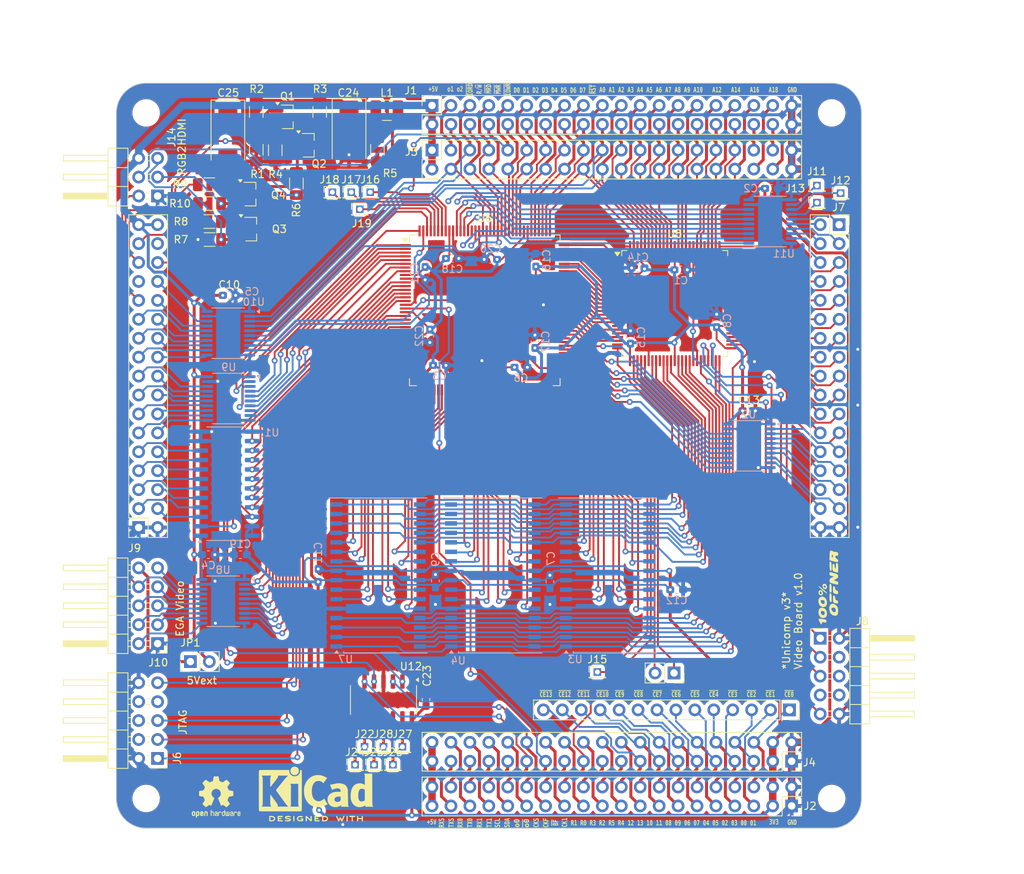
<source format=kicad_pcb>
(kicad_pcb (version 20240108) (generator "pcbnew") (generator_version "8.0")
  (layers (0 "F.Cu" signal) (31 "B.Cu" signal) (34 "B.Paste" user) (35 "F.Paste" user) (36 "B.SilkS" user "B.Silkscreen") (37 "F.SilkS" user "F.Silkscreen") (38 "B.Mask" user) (39 "F.Mask" user) (44 "Edge.Cuts" user))
  (net 0 "")
  (net 1 "/~{RST}")
  (net 2 "GND")
  (net 3 "+5V")
  (net 4 "/A15")
  (net 5 "/A14")
  (net 6 "/A13")
  (net 7 "/A12")
  (net 8 "/A11")
  (net 9 "/A10")
  (net 10 "/A9")
  (net 11 "/A8")
  (net 12 "/A7")
  (net 13 "/A6")
  (net 14 "/A5")
  (net 15 "/A4")
  (net 16 "/A3")
  (net 17 "/A2")
  (net 18 "/A1")
  (net 19 "/A0")
  (net 20 "+3V3")
  (net 21 "/CLKF")
  (net 22 "/CLKS")
  (net 23 "/~{IOWR}")
  (net 24 "/~{MWR}")
  (net 25 "/~{MRD}")
  (net 26 "/R{slash}~{W}_e")
  (net 27 "/~{IORD}")
  (net 28 "/PHI2_e")
  (net 29 "/PHI1_e")
  (net 30 "/~{PH0}")
  (net 31 "/PH0")
  (net 32 "/Bus/~{CE_EXT12}")
  (net 33 "/Bus/~{CE_EXT7}")
  (net 34 "/TX1")
  (net 35 "/RXSTM")
  (net 36 "/RES3")
  (net 37 "/Bus/~{CE_EXT11}")
  (net 38 "/A16")
  (net 39 "/A17")
  (net 40 "/A18")
  (net 41 "/A19")
  (net 42 "/Bus/~{CE_EXT9}")
  (net 43 "/RES5")
  (net 44 "/RX1")
  (net 45 "/RX0")
  (net 46 "/Bus/~{CE_EXT8}")
  (net 47 "/Bus/~{CE_EXT10}")
  (net 48 "/Bus/~{CE_EXT4}")
  (net 49 "/RES1")
  (net 50 "/RES2")
  (net 51 "/Bus/~{CE_EXT5}")
  (net 52 "/Bus/~{CE_EXT13}")
  (net 53 "/Bus/~{CE_EXT2}")
  (net 54 "/TX0")
  (net 55 "/Bus/~{CE_EXT3}")
  (net 56 "/RES4")
  (net 57 "/Bus/~{CE_EXT0}")
  (net 58 "/CLK1")
  (net 59 "/SCL")
  (net 60 "/Bus/~{CE_EXT1}")
  (net 61 "/Bus/~{CE_EXT6}")
  (net 62 "/SDA")
  (net 63 "+5VA")
  (net 64 "/TXSTM")
  (net 65 "/~{DOE}")
  (net 66 "/~{CE0}")
  (net 67 "/~{CE1}")
  (net 68 "/GD2")
  (net 69 "/GA2")
  (net 70 "/GA14")
  (net 71 "/GA16")
  (net 72 "/GA3")
  (net 73 "/GA15")
  (net 74 "/GD7")
  (net 75 "/GD5")
  (net 76 "/GA8")
  (net 77 "/GD4")
  (net 78 "/GA9")
  (net 79 "/GA7")
  (net 80 "/GA6")
  (net 81 "/GA5")
  (net 82 "/GA10")
  (net 83 "/GD0")
  (net 84 "/GD6")
  (net 85 "/GA13")
  (net 86 "/GD3")
  (net 87 "/GA11")
  (net 88 "/GA12")
  (net 89 "/GD1")
  (net 90 "/GA4")
  (net 91 "/GA0")
  (net 92 "/GA1")
  (net 93 "/GD11")
  (net 94 "/GD8")
  (net 95 "/GD9")
  (net 96 "/GD13")
  (net 97 "/GD15")
  (net 98 "/GD10")
  (net 99 "/GD14")
  (net 100 "/GD12")
  (net 101 "/~{OEL}")
  (net 102 "/~{WEL}")
  (net 103 "/~{OEH}")
  (net 104 "/~{WEH}")
  (net 105 "/VA4")
  (net 106 "/VA6")
  (net 107 "/VA0")
  (net 108 "/VA1")
  (net 109 "/VA7")
  (net 110 "/VA5")
  (net 111 "/VA3")
  (net 112 "/VA2")
  (net 113 "/VA9")
  (net 114 "/VA8")
  (net 115 "/VA13")
  (net 116 "/VA14")
  (net 117 "/VA15")
  (net 118 "/VA12")
  (net 119 "/VA10")
  (net 120 "/VA11")
  (net 121 "/VA17")
  (net 122 "/VA16")
  (net 123 "/VA18")
  (net 124 "/CRSR")
  (net 125 "/DB7")
  (net 126 "/DB0")
  (net 127 "/DB2")
  (net 128 "/DB6")
  (net 129 "/DB3")
  (net 130 "/DB1")
  (net 131 "/DB5")
  (net 132 "/DB4")
  (net 133 "/CD0")
  (net 134 "/Bus/D1")
  (net 135 "/CR{slash}~{W}")
  (net 136 "/Bus/D0")
  (net 137 "/CD2")
  (net 138 "/CD3")
  (net 139 "/Bus/D3")
  (net 140 "/CD7")
  (net 141 "/CD6")
  (net 142 "/CD4")
  (net 143 "/Bus/D2")
  (net 144 "/Bus/D7")
  (net 145 "/Bus/D4")
  (net 146 "/CD1")
  (net 147 "/CD5")
  (net 148 "/Bus/D5")
  (net 149 "/Bus/D6")
  (net 150 "Net-(J6-Pin_5)")
  (net 154 "Net-(J6-Pin_3)")
  (net 156 "Net-(J6-Pin_9)")
  (net 157 "Net-(J6-Pin_1)")
  (net 158 "/DE")
  (net 159 "/HS")
  (net 160 "/VS")
  (net 161 "/VCLK")
  (net 162 "/~{RP}")
  (net 163 "/Out2")
  (net 164 "/Out0")
  (net 165 "/Out7")
  (net 166 "/Out3")
  (net 167 "/Out6")
  (net 168 "/Out4")
  (net 169 "/Out5")
  (net 170 "/Out1")
  (net 171 "Net-(J8-Pin_9)")
  (net 172 "/R{slash}~{W}")
  (net 173 "/A0#")
  (net 174 "/~{CS}")
  (net 175 "/PHI2")
  (net 176 "/~{RD}")
  (net 177 "/~{WR}")
  (net 178 "/VCLK#")
  (net 179 "/A1#")
  (net 181 "Net-(J8-Pin_5)")
  (net 182 "Net-(J8-Pin_3)")
  (net 184 "Net-(J8-Pin_1)")
  (net 196 "/~{WEM}")
  (net 197 "/~{OEM}")
  (net 198 "/GD20")
  (net 199 "/GD23")
  (net 200 "/GD19")
  (net 201 "/GD16")
  (net 202 "/GD22")
  (net 203 "/GD17")
  (net 204 "/GD18")
  (net 205 "/GD21")
  (net 206 "/CC4")
  (net 207 "/CC9")
  (net 208 "/CC7")
  (net 209 "/CC5")
  (net 210 "/CC6")
  (net 211 "/CC0")
  (net 212 "/CC8")
  (net 213 "/CC2")
  (net 214 "/CC1")
  (net 215 "/CC3")
  (net 216 "/CC10")
  (net 217 "/CC13")
  (net 218 "/CC12")
  (net 219 "/CC14")
  (net 220 "/CC11")
  (net 221 "/CC15")
  (net 222 "/CC18")
  (net 223 "/CC16")
  (net 224 "/CC17")
  (net 225 "/77")
  (net 226 "/85")
  (net 227 "/In1")
  (net 228 "/86")
  (net 229 "/79")
  (net 230 "/80")
  (net 231 "/84")
  (net 232 "/In2")
  (net 233 "/78")
  (net 234 "/In0")
  (net 235 "/81")
  (net 236 "/CGAG")
  (net 237 "/CGAI")
  (net 238 "/~{BUSCLR}")
  (net 239 "/~{CPUFREE}")
  (net 240 "/CGAR")
  (net 241 "/CGAB")
  (net 242 "/20")
  (net 243 "/14")
  (net 244 "/16")
  (net 245 "/8")
  (net 246 "/13")
  (net 247 "/11")
  (net 248 "/15")
  (net 249 "/12")
  (net 250 "/Y")
  (net 251 "/CH0")
  (net 252 "/A")
  (net 253 "/B")
  (net 254 "/R0")
  (net 255 "/G1")
  (net 256 "/G0")
  (net 257 "/B0")
  (net 258 "/HSync")
  (net 259 "/R1")
  (net 260 "/B1")
  (net 261 "/VSync")
  (net 262 "/G0o")
  (net 263 "/VSout")
  (net 264 "/G1o")
  (net 265 "/R1o")
  (net 266 "/B1o")
  (net 267 "/B0o")
  (net 268 "/HSout")
  (net 269 "/R0o")
  (net 270 "/Res0")
  (net 271 "Net-(J11-Pin_1)")
  (net 272 "Net-(J12-Pin_1)")
  (net 273 "Net-(J13-Pin_1)")
  (net 274 "/131")
  (net 275 "/130")
  (net 276 "/129")
  (net 277 "/134")
  (net 278 "/133")
  (net 279 "/132")
  (net 280 "/140")
  (net 281 "/139")
  (net 282 "/125")
  (net 283 "/137")
  (net 284 "/127")
  (net 285 "/138")
  (net 286 "Net-(Q2-C)")
  (net 287 "Net-(Q1-B)")
  (net 288 "Net-(Q1-C)")
  (net 289 "Net-(Q1-E)")
  (net 290 "Net-(Q2-E)")
  (net 291 "Net-(Q3-B)")
  (net 292 "Net-(Q4-B)")
  (net 293 "Net-(J10-Pin_10)")
  (net 294 "/A_out")
  (net 295 "/Y_out")
  (net 296 "/B_out")
  (net 297 "/73")
  (net 298 "/~{INT}")
  (net 299 "Net-(J22-Pin_1)")
  (net 300 "Net-(J23-Pin_1)")
  (net 301 "Net-(J24-Pin_1)")
  (net 302 "Net-(J25-Pin_1)")
  (net 303 "Net-(J27-Pin_1)")
  (net 304 "Net-(J28-Pin_1)")
  (net 305 "/PH0#")
  (net 306 "/~{PH0}#")
  (footprint "Package_TO_SOT_SMD:SOT-23_Handsoldering" (layer "F.Cu") (at 67.969 64.897)
    (property "Reference" "Q4")
    (property "Value" "BC849")
  )
  (footprint "Package_TO_SOT_SMD:SOT-23_Handsoldering" (layer "F.Cu") (at 68.072 69.596)
    (property "Reference" "Q3")
    (property "Value" "BC849")
  )
  (footprint "Connector_PinHeader_1.27mm:PinHeader_1x01_P1.27mm_Vertical" (layer "F.Cu") (at 82.677 66.929)
    (property "Reference" "J19")
    (property "Value" ".")
  )
  (footprint "Connector_PinHeader_1.27mm:PinHeader_1x01_P1.27mm_Vertical" (layer "F.Cu") (at 84.074 64.643)
    (property "Reference" "J16")
    (property "Value" ".")
  )
  (footprint "Connector_PinHeader_1.27mm:PinHeader_1x01_P1.27mm_Vertical" (layer "F.Cu") (at 83.312 139.065)
    (property "Reference" "J22")
    (property "Value" ".")
  )
  (footprint "Connector_PinHeader_1.27mm:PinHeader_1x01_P1.27mm_Vertical" (layer "F.Cu") (at 114.554 129.032)
    (property "Reference" "J15")
    (property "Value" ".")
  )
  (footprint "Connector_PinHeader_1.27mm:PinHeader_1x01_P1.27mm_Vertical" (layer "F.Cu") (at 144.018 63.754)
    (property "Reference" "J11")
    (property "Value" ".")
  )
  (footprint "Connector_PinSocket_2.54mm:PinSocket_2x20_P2.54mm_Vertical" (layer "F.Cu") (at 92.367 53 90)
    (property "Reference" "J1")
    (property "Value" "BUS" (hide yes))
  )
  (footprint "Connector_PinHeader_2.54mm:PinHeader_2x05_P2.54mm_Horizontal" (layer "F.Cu") (at 144.46 124.5)
    (property "Reference" "J8")
    (property "Value" "JTAG")
  )
  (footprint "Capacitor_SMD:C_0603_1608Metric_Pad1.08x0.95mm_HandSolder" (layer "F.Cu") (at 65.151 78.486)
    (property "Reference" "C10")
    (property "Value" "100n")
  )
  (footprint "Connector_PinHeader_1.27mm:PinHeader_1x01_P1.27mm_Vertical" (layer "F.Cu") (at 144.018 66.04)
    (property "Reference" "J13")
    (property "Value" ".")
  )
  (footprint "Capacitor_Tantalum_SMD:CP_EIA-7343-31_Kemet-D" (layer "F.Cu") (at 81.2295 56.5025 -90)
    (property "Reference" "C24")
    (property "Value" "22u/16")
  )
  (footprint "Inductor_SMD:L_1210_3225Metric_Pad1.42x2.65mm_HandSolder" (layer "F.Cu") (at 86.3095 53.646 180)
    (property "Reference" "L1")
    (property "Value" "L_Small")
  )
  (footprint "Connector_PinSocket_2.54mm:PinSocket_2x17_P2.54mm_Vertical" (layer "F.Cu") (at 147 69)
    (property "Reference" "J7")
    (property "Value" "Inputs")
  )
  (footprint "Resistor_SMD:R_1206_3216Metric_Pad1.30x1.75mm_HandSolder" (layer "F.Cu") (at 62.484 63.627)
    (property "Reference" "R9")
    (property "Value" "1k")
  )
  (footprint "Connector_PinHeader_1.27mm:PinHeader_1x01_P1.27mm_Vertical" (layer "F.Cu") (at 88.392 139.065)
    (property "Reference" "J27")
    (property "Value" ".")
  )
  (footprint "Connector_PinSocket_2.54mm:PinSocket_2x20_P2.54mm_Vertical" (layer "F.Cu") (at 140.627 141 -90)
    (property "Reference" "J4")
    (property "Value" "Spare" (hide yes))
  )
  (footprint "Symbol:KiCad-Logo2_6mm_SilkScreen" (layer "F.Cu") (at 76.792514 144.704848)
    (property "Reference" "H5" (hide yes))
    (property "Value" "Logo kicad" (hide yes))
  )
  (footprint "Resistor_SMD:R_1206_3216Metric_Pad1.30x1.75mm_HandSolder" (layer "F.Cu") (at 74.168 63.474 -90)
    (property "Reference" "R6")
    (property "Value" "82E")
  )
  (footprint "Connector_PinHeader_2.54mm:PinHeader_2x03_P2.54mm_Horizontal" (layer "F.Cu") (at 55.54 65.151 180)
    (property "Reference" "J14")
    (property "Value" "RGB2HDMI")
  )
  (footprint "Resistor_SMD:R_1206_3216Metric_Pad1.30x1.75mm_HandSolder" (layer "F.Cu") (at 68.7835 53.874 -90)
    (property "Reference" "R2")
    (property "Value" "8k2")
  )
  (footprint "Connector_PinHeader_1.27mm:PinHeader_1x01_P1.27mm_Vertical" (layer "F.Cu") (at 78.994 64.643)
    (property "Reference" "J18")
    (property "Value" ".")
  )
  (footprint "Capacitor_SMD:C_0603_1608Metric_Pad1.08x0.95mm_HandSolder" (layer "F.Cu") (at 134.9005 93.98)
    (property "Reference" "C13")
    (property "Value" "100n")
  )
  (footprint "Connector_PinSocket_2.54mm:PinSocket_2x17_P2.54mm_Vertical" (layer "F.Cu") (at 53 109.64 180)
    (property "Reference" "J9")
    (property "Value" "Outputs")
  )
  (footprint "Connector_PinHeader_1.27mm:PinHeader_1x01_P1.27mm_Vertical" (layer "F.Cu") (at 84.582 141.478)
    (property "Reference" "J23")
    (property "Value" ".")
  )
  (footprint "Package_TO_SOT_SMD:SOT-23_Handsoldering" (layer "F.Cu") (at 72.9745 54.535)
    (property "Reference" "Q1")
    (property "Value" "BC849")
  )
  (footprint "Resistor_SMD:R_1206_3216Metric_Pad1.30x1.75mm_HandSolder" (layer "F.Cu") (at 77.2925 53.874 -90)
    (property "Reference" "R3")
    (property "Value" "1k")
  )
  (footprint "Connector_PinHeader_1.27mm:PinHeader_1x01_P1.27mm_Vertical" (layer "F.Cu") (at 85.852 139.065)
    (property "Reference" "J28")
    (property "Value" ".")
  )
  (footprint "Package_TO_SOT_SMD:SOT-23_Handsoldering" (layer "F.Cu") (at 75.7925 58.345)
    (property "Reference" "Q2")
    (property "Value" "BC849")
  )
  (footprint "Resistor_SMD:R_1206_3216Metric_Pad1.30x1.75mm_HandSolder" (layer "F.Cu") (at 62.51 70.993 180)
    (property "Reference" "R7")
    (property "Value" "100E")
  )
  (footprint "Capacitor_SMD:C_0603_1608Metric_Pad1.08x0.95mm_HandSolder" (layer "F.Cu") (at 91.567 132.715 90)
    (property "Reference" "C23")
    (property "Value" "100n")
  )
  (footprint "Symbol:OSHW-Logo2_7.3x6mm_SilkScreen" (layer "F.Cu") (at 63.4 145.8)
    (property "Reference" "H6" (hide yes))
    (property "Value" "Logo Open Source Hardware" (hide yes))
  )
  (footprint "Connector_PinHeader_2.54mm:PinHeader_2x05_P2.54mm_Horizontal" (layer "F.Cu") (at 55.54 125.217 180)
    (property "Reference" "J10")
    (property "Value" "EGA Video")
  )
  (footprint "Connector_PinSocket_2.54mm:PinSocket_1x02_P2.54mm_Vertical" (layer "F.Cu") (at 124.841 129.159 -90)
    (property "Reference" "J26" (hide yes))
    (property "Value" "Conn_01x02" (hide yes))
  )
  (footprint "Connector_PinSocket_2.54mm:PinSocket_2x20_P2.54mm_Vertical" (layer "F.Cu") (at 140.627 147 -90)
    (property "Reference" "J2")
    (property "Value" "BUS" (hide yes))
  )
  (footprint "Resistor_SMD:R_1206_3216Metric_Pad1.30x1.75mm_HandSolder" (layer "F.Cu") (at 68.7835 58.954 -90)
    (property "Reference" "R1")
    (property "Value" "3k3")
  )
  (footprint "Resistor_SMD:R_1206_3216Metric_Pad1.30x1.75mm_HandSolder" (layer "F.Cu") (at 85.0395 58.954 -90)
    (property "Reference" "R5")
    (property "Value" "470E")
  )
  (footprint "Package_QFP:LQFP-144_20x20mm_P0.5mm" (layer "F.Cu") (at 99.4465 80.498)
    (property "Reference" "U6")
    (property "Value" "EPM570T144")
  )
  (footprint "MountingHole:MountingHole_3.2mm_M3" (layer "F.Cu") (at 146 54)
    (property "Reference" "H3" (hide yes))
    (property "Value" "M3" (hide yes))
  )
  (footprint "Connector_PinHeader_2.54mm:PinHeader_2x05_P2.54mm_Horizontal" (layer "F.Cu") (at 55.54 140.627 180)
    (property "Reference" "J6")
    (property "Value" "JTAG")
  )
  (footprint "Connector_PinHeader_1.27mm:PinHeader_1x01_P1.27mm_Vertical" (layer "F.Cu") (at 82.042 141.478)
    (property "Reference" "J24")
    (property "Value" ".")
  )
  (footprint "Connector_PinHeader_1.27mm:PinHeader_1x01_P1.27mm_Vertical" (layer "F.Cu") (at 81.534 64.643)
    (property "Reference" "J17")
    (property "Value" ".")
  )
  (footprint "Connector_PinSocket_2.54mm:PinSocket_1x14_P2.54mm_Vertical" (layer "F.Cu") (at 140.335 134.112 -90)
    (property "Reference" "J5" (hide yes))
    (property "Value" "Conn_01x14" (hide yes))
  )
  (footprint "Resistor_SMD:R_1206_3216Metric_Pad1.30x1.75mm_HandSolder" (layer "F.Cu") (at 62.51 66.167 180)
    (property "Reference" "R10")
    (property "Value" "100E")
  )
  (footprint "Capacitor_Tantalum_SMD:CP_EIA-7343-31_Kemet-D" (layer "F.Cu") (at 64.9735 56.694 -90)
    (property "Reference" "C25")
    (property "Value" "22u/16")
  )
  (footprint "Connector_PinHeader_2.54mm:PinHeader_1x02_P2.54mm_Vertical" (layer "F.Cu") (at 59.939 127.635 90)
    (property "Reference" "JP1")
    (property "Value" "5Vext")
  )
  (footprint "Connector_PinSocket_2.54mm:PinSocket_2x20_P2.54mm_Vertical" (layer "F.Cu") (at 92.367 59 90)
    (property "Reference" "J3")
    (property "Value" "Spare" (hide yes))
  )
  (footprint "my_own:Logo_100ProzentOffner_10x2.7mm" (layer "F.Cu") (at 145.542 117.729 90)
    (property "Reference" "G***" (hide yes))
    (property "Value" "LOGO" (hide yes))
  )
  (footprint "Connector_PinHeader_1.27mm:PinHeader_1x01_P1.27mm_Vertical" (layer "F.Cu") (at 147.193 64.77)
    (property "Reference" "J12")
    (property "Value" ".")
  )
  (footprint "Connector_PinHeader_1.27mm:PinHeader_1x01_P1.27mm_Vertical" (layer "F.Cu") (at 87.122 141.478)
    (property "Reference" "J25")
    (property "Value" ".")
  )
  (footprint "MountingHole:MountingHole_3.2mm_M3" (layer "F.Cu") (at 54 54)
    (property "Reference" "H1" (hide yes))
    (property "Value" "M3" (hide yes))
  )
  (footprint "MountingHole:MountingHole_3.2mm_M3" (layer "F.Cu") (at 54 146)
    (property "Reference" "H2" (hide yes))
    (property "Value" "M3" (hide yes))
  )
  (footprint "Resistor_SMD:R_1206_3216Metric_Pad1.30x1.75mm_HandSolder" (layer "F.Cu") (at 62.484 68.58)
    (property "Reference" "R8")
    (property "Value" "1k")
  )
  (footprint "Package_QFP:TQFP-100_14x14mm_P0.5mm" (layer "F.Cu") (at 124.937 79.5865)
    (property "Reference" "U5")
    (property "Value" "XC9572XL-TQ100")
  )
  (footprint "Resistor_SMD:R_1206_3216Metric_Pad1.30x1.75mm_HandSolder" (layer "F.Cu") (at 71.3235 59.006 -90)
    (property "Reference" "R4")
    (property "Value" "270E")
  )
  (footprint "Package_SO:SOIC-14_3.9x8.7mm_P1.27mm" (layer "F.Cu") (at 85.852 132.78 -90)
    (property "Reference" "U12")
    (property "Value" "SN74LVC125AD")
  )
  (footprint "MountingHole:MountingHole_3.2mm_M3" (layer "F.Cu") (at 146 146)
    (property "Reference" "H4" (hide yes))
    (property "Value" "M3" (hide yes))
  )
  (footprint "Package_SO:TSOP-II-32_21.0x10.2mm_P1.27mm" (layer "B.Cu") (at 100.521248 116.078)
    (property "Reference" "U4")
    (property "Value" "IS63WV1288DBLL-10xLI" (hide yes))
  )
  (footprint "Capacitor_SMD:C_0603_1608Metric_Pad1.08x0.95mm_HandSolder" (layer "B.Cu") (at 120.015 74.803 180)
    (property "Reference" "C14")
    (property "Value" "100n")
  )
  (footprint "Package_SO:TSSOP-20_4.4x6.5mm_P0.65mm" (layer "B.Cu") (at 134.874 98.679 180)
    (property "Reference" "U2")
    (property "Value" "74LS541")
  )
  (footprint "Capacitor_SMD:C_0603_1608Metric_Pad1.08x0.95mm_HandSolder" (layer "B.Cu") (at 125.7565 75.057)
    (property "Reference" "C1")
    (property "Value" "100n")
  )
  (footprint "Capacitor_SMD:C_0603_1608Metric_Pad1.08x0.95mm_HandSolder" (layer "B.Cu") (at 130.556 81.8885 90)
    (property "Reference" "C8")
    (property "Value" "100n")
  )
  (footprint "Package_SO:TSSOP-20_4.4x6.5mm_P0.65mm" (layer "B.Cu") (at 65.0905 92.329 180)
    (property "Reference" "U9")
    (property "Value" "74LS541")
  )
  (footprint "Capacitor_SMD:C_0603_1608Metric_Pad1.08x0.95mm_HandSolder" (layer "B.Cu") (at 77.089 116.07 90)
    (property "Reference" "C11")
    (property "Value" "100n")
  )
  (footprint "Capacitor_SMD:C_0603_1608Metric_Pad1.08x0.95mm_HandSolder" (layer "B.Cu") (at 65.151 78.486)
    (property "Reference" "C5")
    (property "Value" "100n")
  )
  (footprint "Package_SO:TSSOP-20_4.4x6.5mm_P0.65mm" (layer "B.Cu") (at 65.024 83.566 180)
    (property "Reference" "U10")
    (property "Value" "74LS541")
  )
  (footprint "Capacitor_SMD:C_0603_1608Metric_Pad1.08x0.95mm_HandSolder" (layer "B.Cu") (at 106.172 84.6825 90)
    (property "Reference" "C17")
    (property "Value" "100n")
  )
  (footprint "Capacitor_SMD:C_0603_1608Metric_Pad1.08x0.95mm_HandSolder" (layer "B.Cu") (at 106.299 73.7605 90)
    (property "Reference" "C16")
    (property "Value" "100n")
  )
  (footprint "Capacitor_SMD:C_0603_1608Metric_Pad1.08x0.95mm_HandSolder" (layer "B.Cu") (at 92.821248 116.8095 90)
    (property "Reference" "C9")
    (property "Value" "100n")
  )
  (footprint "Capacitor_SMD:C_0603_1608Metric_Pad1.08x0.95mm_HandSolder" (layer "B.Cu") (at 118.999 84.1005 90)
    (property "Reference" "C15")
    (property "Value" "100n")
  )
  (footprint "Capacitor_SMD:C_0603_1608Metric_Pad1.08x0.95mm_HandSolder" (layer "B.Cu") (at 100.2295 73.66 180)
    (property "Reference" "C20")
    (property "Value" "100n")
  )
  (footprint "Package_SO:TSSOP-20_4.4x6.5mm_P0.65mm" (layer "B.Cu") (at 137.7365 68.576 180)
    (property "Reference" "U11")
    (property "Value" "74LS541")
  )
  (footprint "Package_SO:TSOP-II-32_21.0x10.2mm_P1.27mm" (layer "B.Cu") (at 115.925436 116.078)
    (property "Reference" "U3")
    (property "Value" "IS63WV1288DBLL-10xLI" (hide yes))
  )
  (footprint "Capacitor_SMD:C_0603_1608Metric_Pad1.08x0.95mm_HandSolder" (layer "B.Cu") (at 95.0965 73.533)
    (property "Reference" "C18")
    (property "Value" "100n")
  )
  (footprint "Capacitor_SMD:C_0603_1608Metric_Pad1.08x0.95mm_HandSolder" (layer "B.Cu") (at 91.44 75.5385 -90)
    (property "Reference" "C21")
    (property "Value" "100n")
  )
  (footprint "Capacitor_SMD:C_0603_1608Metric_Pad1.08x0.95mm_HandSolder" (layer "B.Cu") (at 93.3715 87.884)
    (property "Reference" "C3")
    (property "Value" "100n")
  )
  (footprint "Capacitor_SMD:C_0603_1608Metric_Pad1.08x0.95mm_HandSolder" (layer "B.Cu") (at 104.2935 88.138)
    (property "Reference" "C6")
    (property "Value" "100n")
  )
  (footprint "Capacitor_SMD:C_0603_1608Metric_Pad1.08x0.95mm_HandSolder" (layer "B.Cu") (at 125.1955 117.983)
    (property "Reference" "C12")
    (property "Value" "100n")
  )
  (footprint "Capacitor_SMD:C_0603_1608Metric_Pad1.08x0.95mm_HandSolder" (layer "B.Cu") (at 137.922 64.135)
    (property "Reference" "C2")
    (property "Value" "100n")
  )
  (footprint "Package_SO:SO-24_5.3x15mm_P1.27mm" (layer "B.Cu") (at 64.77 103.759)
    (property "Reference" "U1")
    (property "Value" "SN74LVCC4245ANSR" (hide yes))
  )
  (footprint "Capacitor_SMD:C_0603_1608Metric_Pad1.08x0.95mm_HandSolder" (layer "B.Cu") (at 66.6485 113.284 180)
    (property "Reference" "C19")
    (property "Value" "100n")
  )
  (footprint "Capacitor_SMD:C_0603_1608Metric_Pad1.08x0.95mm_HandSolder" (layer "B.Cu") (at 92.075 83.947 -90)
    (property "Reference" "C22")
    (property "Value" "100n")
  )
  (footprint "Capacitor_SMD:C_0603_1608Metric_Pad1.08x0.95mm_HandSolder" (layer "B.Cu") (at 62.357 113.284)
    (property "Reference" "C4")
    (property "Value" "100n" (hide yes))
  )
  (footprint "Package_SO:TSSOP-20_4.4x6.5mm_P0.65mm" (layer "B.Cu") (at 64.3305 119.533 180)
    (property "Reference" "U8")
    (property "Value" "74LS541")
  )
  (footprint "Capacitor_SMD:C_0603_1608Metric_Pad1.08x0.95mm_HandSolder" (layer "B.Cu") (at 108.188248 116.91 90)
    (property "Reference" "C7")
    (property "Value" "100n")
  )
  (footprint "Package_SO:TSOP-II-32_21.0x10.2mm_P1.27mm" (layer "B.Cu") (at 85.121248 116.077681)
    (property "Reference" "U7")
    (property "Value" "IS63WV1288DBLL-10xLI" (hide yes))
  )
  (gr_line (start 50 54) (end 50 146) (stroke (width 0.1)) (layer "Edge.Cuts"))
  (gr_arc (start 50 54) (mid 51.171571 51.17157) (end 54 50) (stroke (width 0.1)) (layer "Edge.Cuts"))
  (gr_arc (start 146 50) (mid 148.828425 51.171573) (end 150 54) (stroke (width 0.1)) (layer "Edge.Cuts"))
  (gr_arc (start 150 146) (mid 148.828425 148.828424) (end 146 149.999995) (stroke (width 0.1)) (layer "Edge.Cuts"))
  (gr_line (start 150 146) (end 150 54) (stroke (width 0.1)) (layer "Edge.Cuts"))
  (gr_line (start 146 50) (end 54 50) (stroke (width 0.1)) (layer "Edge.Cuts"))
  (gr_arc (start 54 150) (mid 51.171571 148.828427) (end 50 146) (stroke (width 0.1)) (layer "Edge.Cuts"))
  (gr_line (start 146 150) (end 54 150) (stroke (width 0.1)) (layer "Edge.Cuts"))
  (gr_text "TXS" (at 95.4 149.9 90) (layer "F.SilkS") (effects (font (size 0.7 0.5) (thickness 0.1) (bold yes)) (justify left bottom)))
  (gr_text "CKF" (at 108.1 149.9 90) (layer "F.SilkS") (effects (font (size 0.7 0.5) (thickness 0.1) (bold yes)) (justify left bottom)))
  (gr_text "+5V   o1 o2" (at 91.8972 51.2572 0) (layer "F.SilkS") (effects (font (size 0.7 0.5) (thickness 0.1) (bold yes)) (justify left bottom)))
  (gr_text "TX0" (at 97.9 149.9 90) (layer "F.SilkS") (effects (font (size 0.7 0.5) (thickness 0.1) (bold yes)) (justify left bottom)))
  (gr_text "SCL" (at 101.6 149.9 90) (layer "F.SilkS") (effects (font (size 0.7 0.5) (thickness 0.1) (bold yes)) (justify left bottom)))
  (gr_text "3V3" (at 137.6172 149.606 0) (layer "F.SilkS") (effects (font (size 0.7 0.5) (thickness 0.1) (bold yes)) (justify left bottom)))
  (gr_text "R/~{W}" (at 99.1616 51.4604 90) (layer "F.SilkS") (effects (font (size 0.7 0.5) (thickness 0.1) (bold yes)) (justify left bottom)))
  (gr_text "~{BF}" (at 109.41174 149.658466 90) (layer "F.SilkS") (effects (font (size 0.7 0.5) (thickness 0.1) (bold yes)) (justify left bottom)))
  (gr_text "~{RST}" (at 114.4524 51.4604 90) (layer "F.SilkS") (effects (font (size 0.7 0.5) (thickness 0.1) (bold yes)) (justify left bottom)))
  (gr_text "~{CE13}  ~{CE12}  ~{CE11}  ~{CE10}  ~{CE9}   ~{CE8}   ~{CE7}   ~{CE6}   ~{CE5}   ~{CE4}   ~{CE3}   ~{CE2}   ~{CE1}   ~{CE0}" (at 106.807 132.4864 0) (layer "F.SilkS") (effects (font (size 0.7 0.5) (thickness 0.1) (bold yes)) (justify left bottom)))
  (gr_text "~{o0}" (at 105.5 149.9 90) (layer "F.SilkS") (effects (font (size 0.7 0.7) (thickness 0.1) (bold yes)) (justify left bottom)))
  (gr_text "~{IOWR}" (at 103.0224 51.7144 90) (layer "F.SilkS") (effects (font (size 0.7 0.5) (thickness 0.1) (bold yes)) (justify left bottom)))
  (gr_text "D0 D1 D2 D3 D4 D5 D6 D7" (at 103.3272 51.4096 0) (layer "F.SilkS") (effects (font (size 0.7 0.5) (thickness 0.1) (bold yes)) (justify left bottom)))
  (gr_text "*Unicomp v3*\nVideo Board v1.0" (at 140.716 128.778 90) (layer "F.SilkS") (effects (font (size 1 1)) (justify left)))
  (gr_text "RXS" (at 94.1 149.9 90) (layer "F.SilkS") (effects (font (size 0.7 0.5) (thickness 0.1) (bold yes)) (justify left bottom)))
  (gr_text "+5V" (at 91.694 149.606 0) (layer "F.SilkS") (effects (font (size 0.7 0.5) (thickness 0.1) (bold yes)) (justify left bottom)))
  (gr_text "SDA" (at 102.9 149.9 90) (layer "F.SilkS") (effects (font (size 0.7 0.5) (thickness 0.1) (bold yes)) (justify left bottom)))
  (gr_text "RX0" (at 96.6 149.9 90) (layer "F.SilkS") (effects (font (size 0.7 0.5) (thickness 0.1) (bold yes)) (justify left bottom)))
  (gr_text "~{MRD}\n" (at 100.4316 51.4096 90) (layer "F.SilkS") (effects (font (size 0.7 0.5) (thickness 0.1) (bold yes)) (justify left bottom)))
  (gr_text "RX1" (at 99.2 149.9 90) (layer "F.SilkS") (effects (font (size 0.7 0.5) (thickness 0.1) (bold yes)) (justify left bottom)))
  (gr_text "R1 R0 R3 R2 R5 R4" (at 110.998 149.733 0) (layer "F.SilkS") (effects (font (size 0.7 0.5) (thickness 0.1) (bold yes)) (justify left bottom)))
  (gr_text "o0" (at 104.2 149.9 90) (layer "F.SilkS") (effects (font (size 0.7 0.7) (thickness 0.1) (bold yes)) (justify left bottom)))
  (gr_text "~{MWR}" (at 101.7016 51.4604 90) (layer "F.SilkS") (effects (font (size 0.7 0.5) (thickness 0.1) (bold yes)) (justify left bottom)))
  (gr_text "~{IORD}" (at 97.9424 51.7144 90) (layer "F.SilkS") (effects (font (size 0.7 0.5) (thickness 0.1) (bold yes)) (justify left bottom)))
  (gr_text "12 13 10 11 08 09 06 07 04 05 02 03 00 01" (at 118.618 149.733 0) (layer "F.SilkS") (effects (font (size 0.7 0.5) (thickness 0.1) (bold yes)) (justify left bottom)))
  (gr_text "CKS" (at 106.8 149.9 90) (layer "F.SilkS") (effects (font (size 0.7 0.5) (thickness 0.1) (bold yes)) (justify left bottom)))
  (gr_text "TX1" (at 100.5 149.9 90) (layer "F.SilkS") (effects (font (size 0.7 0.5) (thickness 0.1) (bold yes)) (justify left bottom)))
  (gr_text "CK1" (at 110.617 149.86 90) (layer "F.SilkS") (effects (font (size 0.7 0.5) (thickness 0.1) (bold yes)) (justify left bottom)))
  (gr_text "A0 A1 A2 A3 A4 A5 A6 A7 A8 A9 A10   A12   A14   A16   A18   GND\n" (at 114.808 51.3588 0) (layer "F.SilkS") (effects (font (size 0.7 0.5) (thickness 0.1) (bold yes)) (justify left bottom)))
  (gr_text "GND" (at 140.0556 149.6568 0) (layer "F.SilkS") (effects (font (size 0.7 0.5) (thickness 0.1) (bold yes)) (justify left bottom)))
  (segment (start 107.6965 66.5305) (end 112.687 61.54) (width 0.25) (layer "F.Cu") (net 1))
  (segment (start 113.95 60.200705) (end 112.7 61.450705) (width 0.4) (layer "F.Cu") (net 1))
  (segment (start 53 79.16) (end 51.25 77.41) (width 0.25) (layer "F.Cu") (net 1))
  (segment (start 113.95 58.007) (end 113.95 60.200705) (width 0.4) (layer "F.Cu") (net 1))
  (segment (start 57.462 65.980604) (end 57.462 63.694604) (width 0.25) (layer "F.Cu") (net 1))
  (segment (start 112.7 56.757) (end 113.95 58.007) (width 0.4) (layer "F.Cu") (net 1))
  (segment (start 120.437 69.764) (end 120.437 71.924) (width 0.25) (layer "F.Cu") (net 1))
  (segment (start 51.25 67.054604) (end 56.388 67.054604) (width 0.25) (layer "F.Cu") (net 1))
  (segment (start 112.7 55.54) (end 112.7 56.757) (width 0.4) (layer "F.Cu") (net 1))
  (segment (start 112.687 61.54) (end 112.687 62.014) (width 0.25) (layer "F.Cu") (net 1))
  (segment (start 107.6965 69.8355) (end 107.6965 66.5305) (width 0.25) (layer "F.Cu") (net 1))
  (segment (start 51.25 77.41) (end 51.25 67.054604) (width 0.25) (layer "F.Cu") (net 1))
  (segment (start 63.371604 57.785) (end 64.643 57.785) (width 0.25) (layer "F.Cu") (net 1))
  (segment (start 112.687 62.014) (end 120.437 69.764) (width 0.25) (layer "F.Cu") (net 1))
  (segment (start 57.462 63.694604) (end 63.371604 57.785) (width 0.25) (layer "F.Cu") (net 1))
  (segment (start 56.388 67.054604) (end 57.462 65.980604) (width 0.25) (layer "F.Cu") (net 1))
  (via (at 64.643 57.785) (size 0.8) (drill 0.4) (layers "F.Cu" "B.Cu") (net 1))
  (segment (start 112.687 55.54) (end 111.331 56.896) (width 0.25) (layer "B.Cu") (net 1))
  (segment (start 83.566 60.96) (end 69.596 60.96) (width 0.25) (layer "B.Cu") (net 1))
  (segment (start 111.331 56.896) (end 87.63 56.896) (width 0.25) (layer "B.Cu") (net 1))
  (segment (start 87.63 56.896) (end 83.566 60.96) (width 0.25) (layer "B.Cu") (net 1))
  (segment (start 69.596 60.96) (end 66.421 57.785) (width 0.25) (layer "B.Cu") (net 1))
  (segment (start 66.421 57.785) (end 64.643 57.785) (width 0.25) (layer "B.Cu") (net 1))
  (segment (start 149.5 63.1) (end 149.5 72.009) (width 1) (layer "F.Cu") (net 2))
  (segment (start 121.412 83.312) (end 125.349 83.312) (width 0.4) (layer "F.Cu") (net 2))
  (segment (start 92.821248 119.958) (end 92.821248 115.947) (width 0.25) (layer "F.Cu") (net 2))
  (segment (start 109.303736 76.248) (end 107.315 78.236736) (width 0.25) (layer "F.Cu") (net 2))
  (segment (start 99.1965 87.3855) (end 99.06 87.249) (width 0.25) (layer "F.Cu") (net 2))
  (segment (start 130.566868 76.5865) (end 130.561368 76.581) (width 0.25) (layer "F.Cu") (net 2))
  (segment (start 80.391 118.509484) (end 77.089016 115.2075) (width 0.4) (layer "F.Cu") (net 2))
  (segment (start 85.852 132.207) (end 85.598 132.461) (width 0.4) (layer "F.Cu") (net 2))
  (segment (start 63.246 116.84) (end 63.614 116.472) (width 0.4) (layer "F.Cu") (net 2))
  (segment (start 130.6295 73.5865) (end 130.556 73.66) (width 0.25) (layer "F.Cu") (net 2))
  (segment (start 92.075 84.8095) (end 92.6835 84.8095) (width 0.4) (layer "F.Cu") (net 2))
  (segment (start 102.362 74.93) (end 100.076 74.93) (width 0.25) (layer "F.Cu") (net 2))
  (segment (start 90.0195 130.305) (end 91.567 131.8525) (width 0.4) (layer "F.Cu") (net 2))
  (segment (start 147.94 61.54) (end 149.5 63.1) (width 1) (layer "F.Cu") (net 2))
  (segment (start 99.367 74.221) (end 99.367 73.66) (width 0.25) (layer "F.Cu") (net 2))
  (segment (start 107.323 79.748) (end 107.315 79.756) (width 0.25) (layer "F.Cu") (net 2))
  (segment (start 95.6965 91.1605) (end 95.6965 89.3465) (width 0.25) (layer "F.Cu") (net 2))
  (segment (start 108.188248 119.958) (end 108.188248 116.0475) (width 0.25) (layer "F.Cu") (net 2))
  (segment (start 140.627 61.54) (end 147.94 61.54) (width 1) (layer "F.Cu") (net 2))
  (segment (start 147 134.66) (end 148.31 133.35) (width 0.4) (layer "F.Cu") (net 2))
  (segment (start 147.14 138.46) (end 140.627 138.46) (width 1) (layer "F.Cu") (net 2))
  (segment (start 140.627 53) (end 140.627 61.54) (width 1) (layer "F.Cu") (net 2))
  (segment (start 91.366 76.401) (end 91.44 76.401) (width 0.25) (layer "F.Cu") (net 2))
  (segment (start 63.2975 122.4795) (end 63.614 122.163) (width 0.4) (layer "F.Cu") (net 2))
  (segment (start 130.561368 73.665368) (end 130.556 73.66) (width 0.4) (layer "F.Cu") (net 2))
  (segment (start 63.386229 113.117266) (end 63.386229 97.354921) (width 0.4) (layer "F.Cu") (net 2))
  (segment (start 63.119 61.849) (end 67.4385 61.849) (width 0.4) (layer "F.Cu") (net 2))
  (segment (start 149.5 121.666) (end 149.5 133.35) (width 1) (layer "F.Cu") (net 2))
  (segment (start 136.144 101.6) (end 136.271 101.473) (width 0.4) (layer "F.Cu") (net 2))
  (segment (start 88.784 84.248) (end 91.5135 84.248) (width 0.25) (layer "F.Cu") (net 2))
  (segment (start 99.1965 91.1605) (end 99.1965 87.3855) (width 0.25) (layer "F.Cu") (net 2))
  (segment (start 95.1965 72.7705) (end 95.959 73.533) (width 0.25) (layer "F.Cu") (net 2))
  (segment (start 80.391 132.461) (end 85.598 132.461) (width 0.4) (layer "F.Cu") (net 2))
  (segment (start 140.627 138.46) (end 140.627 147) (width 1) (layer "F.Cu") (net 2))
  (segment (start 149.5 72.009) (end 149.5 73.025) (width 1) (layer "F.Cu") (net 2))
  (segment (start 63.386229 97.354921) (end 62.805312 96.774004) (width 0.4) (layer "F.Cu") (net 2))
  (segment (start 132.5995 73.5865) (end 130.6295 73.5865) (width 0.25) (layer "F.Cu") (net 2))
  (segment (start 60.96 70.993) (end 61.976 70.993) (width 0.4) (layer "F.Cu") (net 2))
  (segment (start 80.521 131.826) (end 80.391 131.826) (width 0.4) (layer "F.Cu") (net 2))
  (segment (start 105.1965 72.0955) (end 102.362 74.93) (width 0.25) (layer "F.Cu") (net 2))
  (segment (start 135.763 87.503) (end 135.636 87.376) (width 0.4) (layer "F.Cu") (net 2))
  (segment (start 136.271 94.487992) (end 135.763016 93.980008) (width 0.4) (layer "F.Cu") (net 2))
  (segment (start 62.805312 96.774004) (end 62.805312 90.830769) (width 0.4) (layer "F.Cu") (net 2))
  (segment (start 98.6965 71.832797) (end 96.996297 73.533) (width 0.25) (layer "F.Cu") (net 2))
  (segment (start 132.5995 80.0865) (end 130.637868 80.0865) (width 0.25) (layer "F.Cu") (net 2))
  (segment (start 63.614 122.163) (end 63.614 117.208) (width 0.4) (layer "F.Cu") (net 2))
  (segment (start 63.219505 113.28399) (end 63.386229 113.117266) (width 0.4) (layer "F.Cu") (net 2))
  (segment (start 73.3635 63.246) (end 77.5985 63.246) (width 0.4) (layer "F.Cu") (net 2))
  (segment (start 130.561368 81.026016) (end 130.561368 80.01) (width 0.4) (layer "F.Cu") (net 2))
  (segment (start 71.3235 60.556) (end 71.3235 61.206) (width 0.4) (layer "F.Cu") (net 2))
  (segment (start 98.6965 69.8355) (end 98.6965 71.832797) (width 0.25) (layer "F.Cu") (net 2))
  (segment (start 149.5 133.35) (end 149.5 136.1) (width 1) (layer "F.Cu") (net 2))
  (segment (start 88.9 132.461) (end 89.662 131.699) (width 0.4) (layer "F.Cu") (net 2))
  (segment (start 135.763 93.98) (end 135.763 87.503) (width 0.4) (layer "F.Cu") (net 2))
  (segment (start 100.076 74.93) (end 99.367 74.221) (width 0.25) (layer "F.Cu") (net 2))
  (segment (start 90.017 77.75) (end 91.366 76.401) (width 0.25) (layer "F.Cu") (net 2))
  (segment (start 110.109 76.248) (end 109.303736 76.248) (width 0.25) (layer "F.Cu") (net 2))
  (segment (start 81.2295 59.61499) (end 82.11851 60.504) (width 0.4) (layer "F.Cu") (net 2))
  (segment (start 96.996297 73.533) (end 95.959 73.533) (width 0.25) (layer "F.Cu") (net 2))
  (segment (start 105.1965 69.8355) (end 105.1965 72.0955) (width 0.25) (layer "F.Cu") (net 2))
  (segment (start 67.4385 61.849) (end 68.7835 60.504) (width 0.4) (layer "F.Cu") (net 2))
  (segment (start 149.5 93.218) (end 149.5 98.5) (width 1) (layer "F.Cu") (net 2))
  (segment (start 107.315 78.236736) (end 107.315 79.756) (width 0.25) (layer "F.Cu") (net 2))
  (segment (start 85.852 130.305) (end 85.852 132.207) (width 0.4) (layer "F.Cu") (net 2))
  (segment (start 118.937 71.924) (end 118.937 74.7145) (width 0.25) (layer "F.Cu") (net 2))
  (segment (start 88.784 76.248) (end 91.287 76.248) (width 0.25) (layer "F.Cu") (net 2))
  (segment (start 104.6965 91.1605) (end 104.6965 88.5975) (width 0.25) (layer "F.Cu") (net 2))
  (segment (start 117.2745 83.5865) (end 118.6505 83.5865) (width 0.25) (layer "F.Cu") (net 2))
  (segment (start 106.6 84.248) (end 106.172 83.82) (width 0.25) (layer "F.Cu") (net 2))
  (segment (start 89.589264 79.748) (end 90.017 79.320264) (width 0.25) (layer "F.Cu") (net 2))
  (segment (start 130.561368 80.01) (end 130.561368 76.581) (width 0.4) (layer "F.Cu") (net 2))
  (segment (start 118.6505 83.5865) (end 118.999 83.238) (width 0.25) (layer "F.Cu") (net 2))
  (segment (start 61.976 66.167) (end 62.611 65.532) (width 0.4) (layer "F.Cu") (net 2))
  (segment (start 121.437 83.337) (end 121.412 83.312) (width 0.25) (layer "F.Cu") (net 2))
  (segment (start 80.391 132.461) (end 80.391 131.826) (width 0.4) (layer "F.Cu") (net 2))
  (segment (start 130.561368 76.581) (end 130.561368 73.665368) (width 0.4) (layer "F.Cu") (net 2))
  (segment (start 92.6835 84.8095) (end 94.234 86.36) (width 0.4) (layer "F.Cu") (net 2))
  (segment (start 91.287 76.248) (end 91.44 76.401) (width 0.25) (layer "F.Cu") (net 2))
  (segment (start 110.109 84.248) (end 106.6 84.248) (width 0.25) (layer "F.Cu") (net 2))
  (segment (start 63.614 113.284) (end 63.219515 113.284) (width 0.4) (layer "F.Cu") (net 2))
  (segment (start 136.271 101.473) (end 136.271 94.487992) (width 0.4) (layer "F.Cu") (net 2))
  (segment (start 121.338 83.238) (end 118.999 83.238) (width 0.4) (layer "F.Cu") (net 2))
  (segment (start 149.5 122) (end 149.5 121.666) (width 0.4) (layer "F.Cu") (net 2))
  (segment (start 62.611 64.516) (end 62.611 62.357) (width 0.4) (layer "F.Cu") (net 2))
  (segment (start 71.3235 61.206) (end 73.3635 63.246) (width 0.4) (layer "F.Cu") (net 2))
  (segment (start 148.31 133.35) (end 149.5 133.35) (width 0.4) (layer "F.Cu") (net 2))
  (segment (start 149.5 109.601) (end 149.5 110.236) (width 1) (layer "F.Cu") (net 2))
  (segment (start 149.5 98.5) (end 149.5 109.601) (width 1) (layer "F.Cu") (net 2))
  (segment (start 91.5135 84.248) (end 92.075 84.8095) (width 0.25) (layer "F.Cu") (net 2))
  (segment (start 149.5 73.025) (end 149.5 85.725) (width 1) (layer "F.Cu") (net 2))
  (segment (start 149.5 110.236) (end 149.5 121.666) (width 1) (layer "F.Cu") (net 2))
  (segment (start 132.5995 76.5865) (end 130.566868 76.5865) (width 0.25) (layer "F.Cu") (net 2))
  (segment (start 121.437 87.249) (end 121.437 83.337) (width 0.25) (layer "F.Cu") (net 2))
  (segment (start 82.042 130.305) (end 80.521 131.826) (width 0.4) (layer "F.Cu") (net 2))
  (segment (start 63.219515 113.284) (end 63.219505 113.28399) (width 0.4) (layer "F.Cu") (net 2))
  (segment (start 62.805312 90.830769) (end 63.614002 90.022079) (width 0.4) (layer "F.Cu") (net 2))
  (segment (start 127.937 85.9) (end 125.6235 83.5865) (width 0.25) (layer "F.Cu") (net 2))
  (segment (start 85.598 132.461) (end 88.9 132.461) (width 0.4) (layer "F.Cu") (net 2))
  (segment (start 89.662 130.305) (end 90.0195 130.305) (width 0.4) (layer "F.Cu") (net 2))
  (segment (start 95.6965 89.3465) (end 94.234 87.884) (width 0.25) (layer "F.Cu") (net 2))
  (segment (start 82.11851 60.504) (end 85.0395 60.504) (width 0.4) (layer "F.Cu") (net 2))
  (segment (start 125.349 83.312) (end 125.6235 83.5865) (width 0.4) (layer "F.Cu") (net 2))
  (segment (start 80.391 131.826) (end 80.391 118.509484) (width 0.4) (layer "F.Cu") (net 2))
  (segment (start 110.109 79.748) (end 107.323 79.748) (width 0.25) (layer "F.Cu") (net 2))
  (segment (start 80.391 149.5) (end 80.391 132.461) (width 0.4) (layer "F.Cu") (net 2))
  (segment (start 88.784 79.748) (end 89.589264 79.748) (width 0.25) (layer "F.Cu") (net 2))
  (segment (start 118.937 74.7145) (end 119.1525 74.93) (width 0.25) (layer "F.Cu") (net 2))
  (segment (start 89.662 131.699) (end 89.662 130.305) (width 0.4) (layer "F.Cu") (net 2))
  (segment (start 80.3405 60.504) (end 81.2295 59.615) (width 0.4) (layer "F.Cu") (net 2))
  (segment (start 90.017 79.320264) (end 90.017 77.75) (width 0.25) (layer "F.Cu") (net 2))
  (segment (start 126.937 71.924) (end 126.937 74.739) (width 0.25) (layer "F.Cu") (net 2))
  (segment (start 77.5985 63.246) (end 81.2295 59.615) (width 0.4) (layer "F.Cu") (net 2))
  (segment (start 147 124.5) (end 149.5 122) (width 0.4) (layer "F.Cu") (net 2))
  (segment (start 149.5 85.725) (end 149.5 93.218) (width 1) (layer "F.Cu") (net 2))
  (segment (start 104.6965 88.5975) (end 105.156 88.138) (width 0.25) (layer "F.Cu") (net 2))
  (segment (start 121.412 83.312) (end 121.338 83.238) (width 0.4) (layer "F.Cu") (net 2))
  (segment (start 126.937 74.739) (end 126.619 75.057) (width 0.25) (layer "F.Cu") (net 2))
  (segment (start 130.637868 80.0865) (end 130.561368 80.01) (width 0.25) (layer "F.Cu") (net 2))
  (segment (start 149.5 136.1) (end 147.14 138.46) (width 1) (layer "F.Cu") (net 2))
  (segment (start 95.1965 69.8355) (end 95.1965 72.7705) (width 0.25) (layer "F.Cu") (net 2))
  (segment (start 61.976 70.993) (end 62.611 70.358) (width 0.4) (layer "F.Cu") (net 2))
  (segment (start 62.611 70.358) (end 62.611 64.516) (width 0.4) (layer "F.Cu") (net 2))
  (segment (start 62.611 62.357) (end 63.119 61.849) (width 0.4) (layer "F.Cu") (net 2))
  (segment (start 63.614 117.208) (end 63.246 116.84) (width 0.4) (layer "F.Cu") (net 2))
  (segment (start 94.234 86.36) (end 94.234 87.884) (width 0.4) (layer "F.Cu") (net 2))
  (segment (start 63.614 116.472) (end 63.614 113.284) (width 0.4) (layer "F.Cu") (net 2))
  (segment (start 60.96 66.167) (end 61.976 66.167) (width 0.4) (layer "F.Cu") (net 2))
  (segment (start 62.611 65.532) (end 62.611 64.516) (width 0.4) (layer "F.Cu") (net 2))
  (segment (start 127.937 87.249) (end 127.937 85.9) (width 0.25) (layer "F.Cu") (net 2))
  (via (at 106.172 83.82) (size 0.8) (drill 0.4) (layers "F.Cu" "B.Cu") (net 2))
  (via (at 108.188248 119.958) (size 0.8) (drill 0.4) (layers "F.Cu" "B.Cu") (net 2))
  (via (at 118.999 83.238) (size 0.8) (drill 0.4) (layers "F.Cu" "B.Cu") (net 2))
  (via (at 99.06 87.249) (size 0.8) (drill 0.4) (layers "F.Cu" "B.Cu") (net 2))
  (via (at 63.246 116.84) (size 0.8) (drill 0.4) (layers "F.Cu" "B.Cu") (net 2))
  (via (at 149.5 85.725) (size 0.8) (drill 0.4) (layers "F.Cu" "B.Cu") (net 2))
  (via (at 130.561368 81.026016) (size 0.8) (drill 0.4) (layers "F.Cu" "B.Cu") (net 2))
  (via (at 81.2295 59.61499) (size 0.8) (drill 0.4) (layers "F.Cu" "B.Cu") (net 2))
  (via (at 135.763016 93.980008) (size 0.8) (drill 0.4) (layers "F.Cu" "B.Cu") (net 2))
  (via (at 60.96 70.993) (size 0.8) (drill 0.4) (layers "F.Cu" "B.Cu") (net 2))
  (via (at 149.5 93.218) (size 0.8) (drill 0.4) (layers "F.Cu" "B.Cu") (net 2))
  (via (at 105.156 88.138) (size 0.8) (drill 0.4) (layers "F.Cu" "B.Cu") (net 2))
  (via (at 62.805312 96.774004) (size 0.8) (drill 0.4) (layers "F.Cu" "B.Cu") (net 2))
  (via (at 119.152499 74.8115) (size 0.8) (drill 0.4) (layers "F.Cu" "B.Cu") (net 2))
  (via (at 126.619 75.057) (size 0.8) (drill 0.4) (layers "F.Cu" "B.Cu") (net 2))
  (via (at 91.44 76.401) (size 0.8) (drill 0.4) (layers "F.Cu" "B.Cu") (net 2))
  (via (at 92.074998 84.8095) (size 0.8) (drill 0.4) (layers "F.Cu" "B.Cu") (net 2))
  (via (at 63.219505 113.28399) (size 0.8) (drill 0.4) (layers "F.Cu" "B.Cu") (net 2))
  (via (at 149.5 109.601) (size 0.8) (drill 0.4) (layers "F.Cu" "B.Cu") (net 2))
  (via (at 99.367 73.66) (size 0.8) (drill 0.4) (layers "F.Cu" "B.Cu") (net 2))
  (via (at 63.614002 90.022079) (size 0.8) (drill 0.4) (layers "F.Cu" "B.Cu") (net 2))
  (via (at 92.821248 119.958) (size 0.8) (drill 0.4) (layers "F.Cu" "B.Cu") (net 2))
  (via (at 95.959 73.533) (size 0.8) (drill 0.4) (layers "F.Cu" "B.Cu") (net 2))
  (via (at 136.144 101.6) (size 0.8) (drill 0.4) (layers "F.Cu" "B.Cu") (net 2))
  (via (at 94.234 87.884) (size 0.8) (drill 0.4) (layers "F.Cu" "B.Cu") (net 2))
  (via (at 135.636 87.376) (size 0.8) (drill 0.4) (layers "F.Cu" "B.Cu") (net 2))
  (via (at 80.391 149.5) (size 0.8) (drill 0.4) (layers "F.Cu" "B.Cu") (net 2))
  (via (at 66.013498 78.486) (size 0.8) (drill 0.4) (layers "F.Cu" "B.Cu") (net 2))
  (via (at 107.315 79.756) (size 0.8) (drill 0.4) (layers "F.Cu" "B.Cu") (net 2))
  (via (at 92.821248 115.947) (size 0.8) (drill 0.4) (layers "F.Cu" "B.Cu") (net 2))
  (via (at 63.2975 122.4795) (size 0.8) (drill 0.4) (layers "F.Cu" "B.Cu") (net 2))
  (via (at 108.188248 116.0475) (size 0.8) (drill 0.4) (layers "F.Cu" "B.Cu") (net 2))
  (via (at 77.089016 115.2075) (size 0.8) (drill 0.4) (layers "F.Cu" "B.Cu") (net 2))
  (segment (start 68.2325 96.774) (end 62.805316 96.774) (width 0.4) (layer "B.Cu") (net 2))
  (segment (start 86.59449 54.25) (end 81.2295 59.61499) (width 0.4) (layer "B.Cu") (net 2))
  (segment (start 125.857 73.787) (end 126.619 74.549) (width 0.4) (layer "B.Cu") (net 2))
  (segment (start 64.882 81.291) (end 64.882 79.6175) (width 0.4) (layer "B.Cu") (net 2))
  (segment (start 67.193 116.608) (end 63.478 116.608) (width 0.4) (layer "B.Cu") (net 2))
  (segment (start 64.882 79.6175) (end 66.0135 78.486) (width 0.4) (layer "B.Cu") (net 2))
  (segment (start 117.365999 73.025) (end 107.95 73.025) (width 0.4) (layer "B.Cu") (net 2))
  (segment (start 57.531 67.564) (end 57.531 67.142) (width 0.4) (layer "B.Cu") (net 2))
  (segment (start 92.889852 120.523) (end 94.921248 120.523) (width 0.25) (layer "B.Cu") (net 2))
  (segment (start 60.56 125.217) (end 63.2975 122.4795) (width 0.4) (layer "B.Cu") (net 2))
  (segment (start 65.532 80.641) (end 64.882 81.291) (width 0.25) (layer "B.Cu") (net 2))
  (segment (start 135.636 87.376) (end 135.636 86.100616) (width 0.4) (layer "B.Cu") (net 2))
  (segment (start 53 130.467) (end 51.45 132.017) (width 0.4) (layer "B.Cu") (net 2))
  (segment (start 67.8865 80.641) (end 65.532 80.641) (width 0.25) (layer "B.Cu") (net 2))
  (segment (start 100.670959 72.356041) (end 99.367 73.66) (width 0.4) (layer "B.Cu") (net 2))
  (segment (start 137.033 66.167) (end 137.549 65.651) (width 0.4) (layer "B.Cu") (net 2))
  (segment (start 104.298248 121.148) (end 108.21904 121.148) (width 0.25) (layer "B.Cu") (net 2))
  (segment (start 140.784 93.15) (end 139.953992 93.980008) (width 0.4) (layer "B.Cu") (net 2))
  (segment (start 63.754 86.614) (end 63.754 82.419) (width 0.4) (layer "B.Cu") (net 2))
  (segment (start 126.619 77.089) (end 130.556 81.026) (width 0.4) (layer "B.Cu") (net 2))
  (segment (start 79.521248 120.522681) (end 88.005248 120.522681) (width 0.25) (layer "B.Cu") (net 2))
  (segment (start 103.632 72.898) (end 103.090041 72.356041) (width 0.4) (layer "B.Cu") (net 2))
  (segment (start 107.315 79.883) (end 107.315 79.756) (width 0.4) (layer "B.Cu") (net 2))
  (segment (start 88.005248 120.522681) (end 88.630248 121.147681) (width 0.25) (layer "B.Cu") (net 2))
  (segment (start 134.874 66.301) (end 136.899 66.301) (width 0.4) (layer "B.Cu") (net 2))
  (segment (start 51.45 132.08) (end 51.45 127.762) (width 1) (layer "B.Cu") (net 2))
  (segment (start 65.786 113.284) (end 63.614 113.284) (width 0.4) (layer "B.Cu") (net 2))
  (segment (start 136.144 101.6) (end 137.7325 101.6) (width 0.4) (layer "B.Cu") (net 2))
  (segment (start 91.6 84.8095) (end 91.059 84.2685) (width 0.4) (layer "B.Cu") (net 2))
  (segment (start 139.801622 71.501) (end 137.033 68.732378) (width 0.4) (layer "B.Cu") (net 2))
  (segment (start 108.782748 115.453) (end 108.188248 116.0475) (width 0.25) (layer "B.Cu") (net 2))
  (segment (start 138.127 149.5) (end 80.391 149.5) (width 1) (layer "B.Cu") (net 2))
  (segment (start 61.3075 98.044) (end 61.3075 96.774) (width 0.4) (layer "B.Cu") (net 2))
  (segment (start 53 109.64) (end 55.54 109.64) (width 0.4) (layer "B.Cu") (net 2))
  (segment (start 55.54 125.217) (end 52.995 127.762) (width 0.4) (layer "B.Cu") (net 2))
  (segment (start 135.962508 93.980008) (end 135.763016 93.980008) (width 0.4) (layer "B.Cu") (net 2))
  (segment (start 144.46 109.64) (end 147 109.64) (width 0.4) (layer "B.Cu") (net 2))
  (segment (start 63.754 90.054) (end 63.645923 90.054) (width 0.4) (layer "B.Cu") (net 2))
  (segment (start 138.7845 64.135) (end 138.7845 65.6245) (width 0.4) (layer "B.Cu") (net 2))
  (segment (start 126.619 75.057) (end 126.619 77.089) (width 0.4) (layer "B.Cu") (net 2))
  (segment (start 92.837 80.331918) (end 92.837 78.3355) (width 0.4) (layer "B.Cu") (net 2))
  (segment (start 93.315248 115.453) (end 92.821248 115.947) (width 0.25) (layer "B.Cu") (net 2))
  (segment (start 105.156 80.546) (end 105.424 80.278) (width 0.4) (layer "B.Cu") (net 2))
  (segment (start 94.886 72.407) (end 92.263358 72.407) (width 0.4) (layer "B.Cu") (net 2))
  (segment (start 140.599 71.501) (end 139.801622 71.501) (width 0.4) (layer "B.Cu") (net 2))
  (segment (start 119.1525 75.188424) (end 119.1525 74.803) (width 0.4) (layer "B.Cu") (net 2))
  (segment (start 52.995 127.762) (end 51.45 127.762) (width 0.4) (layer "B.Cu") (net 2))
  (segment (start 51.45 127.762) (end 51.45 111.19) (width 1) (layer "B.Cu") (net 2))
  (segment (start 62.228 90.054) (end 63.754 90.054) (width 0.4) (layer "B.Cu") (net 2))
  (segment (start 60.96 70.993) (end 57.531 67.564) (width 0.4) (layer "B.Cu") (net 2))
  (segment (start 64.882 81.291) (end 62.1615 81.291) (width 0.25) (layer "B.Cu") (net 2))
  (segment (start 147 109.64) (end 149.461 109.64) (width 0.4) (layer "B.Cu") (net 2))
  (segment (start 55.54 65.151) (end 57.531 67.142) (width 0.4) (layer "B.Cu") (net 2))
  (segment (start 91.44 76.9385) (end 91.44 76.401) (width 0.4) (layer "B.Cu") (net 2))
  (segment (start 110.345436 115.433) (end 117.506248 115.433) (width 0.25) (layer "B.Cu") (net 2))
  (segment (start 107.95 73.025) (end 107.823 72.898) (width 0.4) (layer "B.Cu") (net 2))
  (segment (start 95.959 73.533) (end 99.24 73.533) (width 0.4) (layer "B.Cu") (net 2))
  (segment (start 103.749 116.703) (end 103.124 116.078) (width 0.25) (layer "B.Cu") (net 2))
  (segment (start 138.7845 65.6245) (end 138.811 65.651) (width 0.4) (layer "B.Cu") (net 2))
  (segment (start 106.121248 116.703) (end 107.532748 116.703) (width 0.25) (layer "B.Cu") (net 2))
  (segment (start 94.971248 120.523) (end 103.673248 120.523) (width 0.25) (layer "B.Cu") (net 2))
  (segment (start 62.805316 96.774) (end 62.805312 96.774004) (width 0.4) (layer "B.Cu") (net 2))
  (segment (start 64.232081 89.404) (end 63.614002 90.022079) (width 0.4) (layer "B.Cu") (net 2))
  (segment (start 90.565 74.105358) (end 90.565 75.526) (width 0.4) (layer "B.Cu") (net 2))
  (segment (start 51.45 132.017) (end 51.45 132.08) (width 0.4) (layer "B.Cu") (net 2))
  (segment (start 108.84404 120.523) (end 110.325436 120.523) (width 0.25) (layer "B.Cu") (net 2))
  (segment (start 63.478 116.608) (end 63.246 116.84) (width 0.4) (layer "B.Cu") (net 2))
  (segment (start 63.614 113.284) (end 63.219515 113.284) (width 0.4) (layer "B.Cu") (net 2))
  (segment (start 62.828 117.258) (end 63.246 116.84) (width 0.4) (layer "B.Cu") (net 2))
  (segment (start 61.468 117.258) (end 62.828 117.258) (width 0.4) (layer "B.Cu") (net 2))
  (segment (start 117.506248 115.433) (end 118.776248 116.703) (width 0.25) (layer "B.Cu") (net 2))
  (segment (start 105.156 88.138) (end 105.156 80.546) (width 0.4) (layer "B.Cu") (net 2))
  (segment (start 106.172 81.026) (end 107.315 79.883) (width 0.4) (layer "B.Cu") (net 2))
  (segment (start 137.549 65.651) (end 138.811 65.651) (width 0.4) (layer "B.Cu") (net 2))
  (segment (start 51.45 111.19) (end 53 109.64) (width 1) (layer "B.Cu") (net 2))
  (segment (start 93.386248 120.523) (end 92.821248 119.958) (width 0.25) (layer "B.Cu") (net 2))
  (segment (start 110.325436 115.453) (end 110.345436 115.433) (width 0.25) (layer "B.Cu") (net 2))
  (segment (start 120.1685 73.787) (end 125.857 73.787) (width 0.4) (layer "B.Cu") (net 2))
  (segment (start 63.754 90.054) (end 63.754 86.614) (width 0.4) (layer "B.Cu") (net 2))
  (segment (start 87.048248 115.455) (end 88.295929 116.702681) (width 0.25) (layer "B.Cu") (net 2))
  (segment (start 91.059 84.2685) (end 91.059 82.109918) (width 0.4) (layer "B.Cu") (net 2))
  (segment (start 139.953992 93.980008) (end 135.763016 93.980008) (width 0.4) (layer "B.Cu") (net 2))
  (segment (start 92.263358 72.407) (end 90.565 74.105358) (width 0.4) (layer "B.Cu") (net 2))
  (segment (start 79.521248 115.452681) (end 79.523567 115.455) (width 0.25) (layer "B.Cu") (net 2))
  (segment (start 135.636 87.376) (end 137.482 85.53) (width 0.4) (layer "B.Cu") (net 2))
  (segment (start 63.754 82.419) (end 64.882 81.291) (width 0.4) (layer "B.Cu") (net 2))
  (segment (start 61.3075 96.774) (end 62.805308 96.774) (width 0.4) (layer "B.Cu") (net 2))
  (segment (start 62.805308 96.774) (end 62.805312 96.774004) (width 0.4) (layer "B.Cu") (net 2))
  (segment (start 61.39125 73.86375) (end 66.0135 78.486) (width 0.4) (layer "B.Cu") (net 2))
  (segment (start 91.059 82.109918) (end 92.837 80.331918) (width 0.4) (layer "B.Cu") (net 2))
  (segment (start 63.319 122.458) (end 63.2975 122.4795) (width 0.4) (layer "B.Cu") (net 2))
  (segment (start 136.899 66.301) (end 137.033 66.167) (width 0.4) (layer "B.Cu") (net 2))
  (segment (start 103.673248 120.523) (end 104.298248 121.148) (width 0.25) (layer "B.Cu") (net 2))
  (segment (start 77.334197 115.452681) (end 77.089016 115.2075) (width 0.25) (layer "B.Cu") (net 2))
  (segment (start 138.811 65.651) (end 140.599 65.651) (width 0.4) (layer "B.Cu") (net 2))
  (segment (start 90.721248 116.702681) (end 90.767929 116.656) (width 0.25) (layer "B.Cu") (net 2))
  (segment (start 63.877 86.491) (end 63.754 86.614) (width 0.25) (layer "B.Cu") (net 2))
  (segment (start 149.432 93.15) (end 140.784 93.15) (width 0.4) (layer "B.Cu") (net 2))
  (segment (start 137.7325 101.6) (end 137.7365 101.604) (width 0.4) (layer "B.Cu") (net 2))
  (segment (start 140.599 61.568) (end 140.627 61.54) (width 0.4) (layer "B.Cu") (net 2))
  (segment (start 103.090041 72.356041) (end 100.670959 72.356041) (width 0.4) (layer "B.Cu") (net 2))
  (segment (start 96.446248 115.453) (end 94.971248 115.453) (width 0.25) (layer "B.Cu") (net 2))
  (segment (start 90.565 75.526) (end 91.44 76.401) (width 0.4) (layer "B.Cu") (net 2))
  (segment (start 108.753248 120.523) (end 108.188248 119.958) (width 0.25) (layer "B.Cu") (net 2))
  (segment (start 53 140.627) (end 53 141.187) (width 1) (layer "B.Cu") (net 2))
  (segment (start 107.532748 116.703) (end 108.188248 116.0475) (width 0.25) (layer "B.Cu") (net 2))
  (segment (start 107.823 72.898) (end 106.299 72.898) (width 0.4) (layer "B.Cu") (net 2))
  (segment (start 140.627 53) (end 139.377 54.25) (width 0.4) (layer "B.Cu") (net 2))
  (segment (start 149.461 109.64) (end 149.5 109.601) (width 0.4) (layer "B.Cu") (net 2))
  (segment (start 106.171248 116.703) (end 103.749 116.703) (width 0.25) (layer "B.Cu") (net 2))
  (segment (start 52.7445 140.627) (end 51.45 139.3325) (width 1) (layer "B.Cu") (net 2))
  (segment (start 94.921248 120.523) (end 93.386248 120.523) (width 0.25) (layer "B.Cu") (net 2))
  (segment (start 67.193 122.458) (end 63.319 122.458) (width 0.4) (layer "B.Cu") (net 2))
  (segment (start 97.071248 116.078) (end 96.446248 115.453) (width 0.25) (layer "B.Cu") (net 2))
  (segment (start 79.523567 115.455) (end 87.048248 115.455) (width 0.25) (layer "B.Cu") (net 2))
  (segment (start 90.767929 116.656) (end 92.112248 116.656) (width 0.25) (layer "B.Cu") (net 2))
  (segment (start 134.482 96.404) (end 132.0115 96.404) (width 0.25) (layer "B.Cu") (net 2))
  (segment (start 67.953 95.254) (end 64.325316 95.254) (width 0.4) (layer "B.Cu") (net 2))
  (segment (start 137.033 68.732378) (end 137.033 66.167) (width 0.4) (layer "B.Cu") (net 2))
  (segment (start 105.156 81.153) (end 105.156 80.546) (width 0.4) (layer "B.Cu") (net 2))
  (segment (start 137.482 85.53) (end 149.305 85.53) (width 0.4) (layer "B.Cu") (net 2))
  (segment (start 92.075 84.8095) (end 91.6 84.8095) (width 0.4) (layer "B.Cu") (net 2))
  (segment (start 105.424 80.278) (end 106.172 81.026) (width 0.4) (layer "B.Cu") (net 2))
  (segment (start 108.21904 121.148) (end 108.84404 120.523) (width 0.25) (layer "B.Cu") (net 2))
  (segment (start 118.999 75.341924) (end 119.1525 75.188424) (width 0.4) (layer "B.Cu") (net 2))
  (segment (start 103.124 116.078) (end 97.071248 116.078) (width 0.25) (layer "B.Cu") (net 2))
  (segment (start 149.305 85.53) (end 149.5 85.725) (width 0.4) (layer "B.Cu") (net 2))
  (segment (start 105.424 73.773) (end 105.424 80.278) (width 0.4) (layer "B.Cu") (net 2))
  (segment (start 94.921248 115.453) (end 93.315248 115.453) (width 0.25) (layer "B.Cu") (net 2))
  (segment (start 61.39125 73.86375) (end 60.96 73.4325) (width 0.4) (layer "B.Cu") (net 2))
  (segment (start 135.132 95.754) (end 134.482 96.404) (width 0.25) (layer "B.Cu") (net 2))
  (segment (start 88.295929 116.702681) (end 90.721248 116.702681) (width 0.25) (layer "B.Cu") (net 2))
  (segment (start 140.599 62.3205) (end 140.599 61.568) (width 0.4) (layer "B.Cu") (net 2))
  (segment (start 130.5614 81.026016) (end 130.561368 81.026016) (width 0.4) (layer "B.Cu") (net 2))
  (segment (start 135.636 86.100616) (end 130.5614 81.026016) (width 0.4) (layer "B.Cu") (net 2))
  (segment (start 99.06 87.249) (end 98.425 87.884) (width 0.4) (layer "B.Cu") (net 2))
  (segment (start 92.837 78.3355) (end 91.44 76.9385) (width 0.4) (layer "B.Cu") (net 2))
  (segment (start 99.24 73.533) (end 99.367 73.66) (width 0.4) (layer "B.Cu") (net 2))
  (segment (start 110.325436 120.523) (end 108.753248 120.523) (width 0.25) (layer "B.Cu") (net 2))
  (segment (start 92.112248 116.656) (end 92.821248 115.947) (width 0.25) (layer "B.Cu") (net 2))
  (segment (start 137.7365 95.754) (end 135.132 95.754) (width 0.25) (layer "B.Cu") (net 2))
  (segment (start 67.8865 86.491) (end 63.877 86.491) (width 0.25) (layer "B.Cu") (net 2))
  (segment (start 60.96 73.4325) (end 60.96 70.993) (width 0.4) (layer "B.Cu") (net 2))
  (segment (start 121.525436 116.703) (end 124.778 116.703) (width 0.25) (layer "B.Cu") (net 2))
  (segment (start 124.778 116.703) (end 126.058 117.983) (width 0.25) (layer "B.Cu") (net 2))
  (segment (start 106.299 72.898) (end 103.632 72.898) (width 0.4) (layer "B.Cu") (net 2))
  (segment (start 108.175436 116.078) (end 108.300436 115.953) (width 0.25) (layer "B.Cu") (net 2))
  (segment (start 95.959 73.48) (end 94.886 72.407) (width 0.4) (layer "B.Cu") (net 2))
  (segment (start 55.54 125.217) (end 60.56 125.217) (width 0.4) (layer "B.Cu") (net 2))
  (segment (start 106.172 81.026) (end 106.172 83.82) (width 0.4) (layer "B.Cu") (net 2))
  (segment (start 53 140.627) (end 52.7445 140.627) (width 1) (layer "B.Cu") (net 2))
  (segment (start 138.7845 64.135) (end 140.599 62.3205) (width 0.4) (layer "B.Cu") (net 2))
  (segment (start 137.7365 95.754) (end 135.962508 93.980008) (width 0.4) (layer "B.Cu") (net 2))
  (segment (start 140.627 147) (end 138.127 149.5) (width 1) (layer "B.Cu") (net 2))
  (segment (start 98.425 87.884) (end 94.234 87.884) (width 0.4) (layer "B.Cu") (net 2))
  (segment (start 126.619 74.549) (end 126.619 75.057) (width 0.4) (layer "B.Cu") (net 2))
  (segment (start 67.953 89.404) (end 64.232081 89.404) (width 0.4) (layer "B.Cu") (net 2))
  (segment (start 51.45 139.3325) (end 51.45 132.08) (width 1) (layer "B.Cu") (net 2))
  (segment (start 110.325436 115.453) (end 108.782748 115.453) (width 0.25) (layer "B.Cu") (net 2))
  (segment (start 99.06 87.249) (end 105.156 81.153) (width 0.4) (layer "B.Cu") (net 2))
  (segment (start 106.299 72.898) (end 105.424 73.773) (width 0.4) (layer "B.Cu") (net 2))
  (segment (start 61.313 149.5) (end 80.391 149.5) (width 1) (layer "B.Cu") (net 2))
  (segment (start 64.325316 95.254) (end 62.805312 96.774004) (width 0.4) (layer "B.Cu") (net 2))
  (segment (start 88.630248 121.147681) (end 92.265171 121.147681) (width 0.25) (layer "B.Cu") (net 2))
  (segment (start 95.959 73.533) (end 95.959 73.48) (width 0.4) (layer "B.Cu") (net 2))
  (segment (start 149.5 93.218) (end 149.432 93.15) (width 0.4) (layer "B.Cu") (net 2))
  (segment (start 119.152499 74.8115) (end 117.365999 73.025) (width 0.4) (layer "B.Cu") (net 2))
  (segment (start 92.265171 121.147681) (end 92.889852 120.523) (width 0.25) (layer "B.Cu") (net 2))
  (segment (start 79.521248 115.452681) (end 77.334197 115.452681) (width 0.25) (layer "B.Cu") (net 2))
  (segment (start 53 141.187) (end 61.313 149.5) (width 1) (layer "B.Cu") (net 2))
  (segment (start 63.645923 90.054) (end 63.614002 90.022079) (width 0.4) (layer "B.Cu") (net 2))
  (segment (start 119.1525 74.803) (end 120.1685 73.787) (width 0.4) (layer "B.Cu") (net 2))
  (segment (start 118.776248 116.703) (end 121.525436 116.703) (width 0.25) (layer "B.Cu") (net 2))
  (segment (start 139.377 54.25) (end 86.59449 54.25) (width 0.4) (layer "B.Cu") (net 2))
  (segment (start 118.999 83.238) (end 118.999 75.341924) (width 0.4) (layer "B.Cu") (net 2))
  (segment (start 63.219515 113.284) (end 63.219505 113.28399) (width 0.4) (layer "B.Cu") (net 2))
  (segment (start 92.367 53) (end 92.367 61.54) (width 1) (layer "F.Cu") (net 3))
  (segment (start 64.2885 78.486) (end 64.288518 78.486) (width 0.4) (layer "F.Cu") (net 3))
  (segment (start 87.797 53.646) (end 88.226129 53.646) (width 0.4) (layer "F.Cu") (net 3))
  (segment (start 60.452 79.502) (end 61.468 78.486) (width 0.4) (layer "F.Cu") (net 3))
  (segment (start 60.452 89.154) (end 60.452 113.284) (width 0.4) (layer "F.Cu") (net 3))
  (segment (start 61.468 78.486) (end 64.288518 78.486) (width 0.4) (layer "F.Cu") (net 3))
  (segment (start 60.452 89.154) (end 60.452 79.502) (width 0.4) (layer "F.Cu") (net 3))
  (segment (start 62.479 127.635) (end 60.452 125.608) (width 0.4) (layer "F.Cu") (net 3))
  (segment (start 60.452 125.608) (end 60.452 113.284) (width 0.4) (layer "F.Cu") (net 3))
  (segment (start 88.443 53) (end 87.797 53.646) (width 0.4) (layer "F.Cu") (net 3))
  (segment (start 92.367 53) (end 88.443 53) (width 0.4) (layer "F.Cu") (net 3))
  (via (at 60.452 89.154) (size 0.8) (drill 0.4) (layers "F.Cu" "B.Cu") (net 3))
  (via (at 60.452 79.502) (size 0.8) (drill 0.4) (layers "F.Cu" "B.Cu") (net 3))
  (via (at 60.452 113.284) (size 0.8) (drill 0.4) (layers "F.Cu" "B.Cu") (net 3))
  (via (at 64.288518 78.486) (size 0.8) (drill 0.4) (layers "F.Cu" "B.Cu") (net 3))
  (segment (start 56.32 75.37) (end 60.452 79.502) (width 0.4) (layer "B.Cu") (net 3))
  (segment (start 92.367 53) (end 58.868919 53) (width 1) (layer "B.Cu") (net 3))
  (segment (start 61.3075 110.744) (end 61.3075 113.097) (width 0.4) (layer "B.Cu") (net 3))
  (segment (start 62.228 89.404) (end 60.702 89.404) (width 0.4) (layer "B.Cu") (net 3))
  (segment (start 61.468 116.608) (end 61.4945 116.5815) (width 0.25) (layer "B.Cu") (net 3))
  (segment (start 58.868919 53) (end 53 58.868919) (width 1) (layer "B.Cu") (net 3))
  (segment (start 53 58.868919) (end 53 60.071) (width 1) (layer "B.Cu") (net 3))
  (segment (start 60.452 79.502) (end 61.0225 79.502) (width 0.4) (layer "B.Cu") (net 3))
  (segment (start 53 69) (end 54.29 70.29) (width 0.4) (layer "B.Cu") (net 3))
  (segment (start 54.29 70.29) (end 54.29 74.597767) (width 0.4) (layer "B.Cu") (net 3))
  (segment (start 61.4945 116.5815) (end 61.4945 113.284) (width 0.25) (layer "B.Cu") (net 3))
  (segment (start 51.054 67.054) (end 53 69) (width 1) (layer "B.Cu") (net 3))
  (segment (start 54.29 74.597767) (end 55.062233 75.37) (width 0.4) (layer "B.Cu") (net 3))
  (segment (start 60.452 113.284) (end 61.4945 113.284) (width 0.4) (layer "B.Cu") (net 3))
  (segment (start 61.3075 113.097) (end 61.4945 113.284) (width 0.4) (layer "B.Cu") (net 3))
  (segment (start 53 60.071) (end 51.054 62.017) (width 1) (layer "B.Cu") (net 3))
  (segment (start 55.062233 75.37) (end 56.32 75.37) (width 0.4) (layer "B.Cu") (net 3))
  (segment (start 60.702 89.404) (end 60.452 89.154) (width 0.4) (layer "B.Cu") (net 3))
  (segment (start 61.0225 79.502) (end 62.1615 80.641) (width 0.4) (layer "B.Cu") (net 3))
  (segment (start 51.054 62.017) (end 51.054 67.054) (width 1) (layer "B.Cu") (net 3))
  (segment (start 55.54 69) (end 53 69) (width 0.4) (layer "B.Cu") (net 3))
  (segment (start 134.275 60.285) (end 133.025 61.535) (width 0.4) (layer "F.Cu") (net 4))
  (segment (start 133.025 56.752) (end 134.275 58.002) (width 0.4) (layer "F.Cu") (net 4))
  (segment (start 130.437 66.921) (end 133.007 64.351) (width 0.25) (layer "F.Cu") (net 4))
  (segment (start 133.007 64.351) (end 133.007 61.54) (width 0.25) (layer "F.Cu") (net 4))
  (segment (start 134.275 58.002) (end 134.275 60.285) (width 0.4) (layer "F.Cu") (net 4))
  (segment (start 133.025 55.535) (end 133.025 56.752) (width 0.4) (layer "F.Cu") (net 4))
  (segment (start 130.437 71.924) (end 130.437 66.921) (width 0.25) (layer "F.Cu") (net 4))
  (segment (start 131.755 56.657) (end 133.025 57.927) (width 0.4) (layer "F.Cu") (net 5))
  (segment (start 133.025 57.927) (end 133.025 58.995) (width 0.4) (layer "F.Cu") (net 5))
  (segment (start 129.937 66.659) (end 129.937 71.924) (width 0.25) (layer "F.Cu") (net 5))
  (segment (start 133.007 59.878299) (end 131.699 61.186299) (width 0.25) (layer "F.Cu") (net 5))
  (segment (start 131.699 64.897) (end 129.937 66.659) (width 0.25) (layer "F.Cu") (net 5))
  (segment (start 131.755 54.265) (end 131.755 56.657) (width 0.4) (layer "F.Cu") (net 5))
  (segment (start 133.007 59) (end 133.007 59.878299) (width 0.25) (layer "F.Cu") (net 5))
  (segment (start 133.025 52.995) (end 131.755 54.265) (width 0.4) (layer "F.Cu") (net 5))
  (segment (start 131.699 61.186299) (end 131.699 64.897) (width 0.25) (layer "F.Cu") (net 5))
  (segment (start 131.732 60.292) (end 130.482 61.542) (width 0.4) (layer "F.Cu") (net 6))
  (segment (start 130.482 55.542) (end 130.482 56.759) (width 0.4) (layer "F.Cu") (net 6))
  (segment (start 131.732 58.009) (end 131.732 60.292) (width 0.4) (layer "F.Cu") (net 6))
  (segment (start 129.437 71.924) (end 129.437 66.522604) (width 0.25) (layer "F.Cu") (net 6))
  (segment (start 130.467 65.492604) (end 130.467 61.54) (width 0.25) (layer "F.Cu") (net 6))
  (segment (start 129.437 66.522604) (end 130.467 65.492604) (width 0.25) (layer "F.Cu") (net 6))
  (segment (start 130.482 56.759) (end 131.732 58.009) (width 0.4) (layer "F.Cu") (net 6))
  (segment (start 128.827 69.929396) (end 128.437 70.319396) (width 0.25) (layer "F.Cu") (net 7))
  (segment (start 130.482 53.002) (end 129.215 54.269) (width 0.4) (layer "F.Cu") (net 7))
  (segment (start 128.827 66.496208) (end 128.827 69.929396) (width 0.25) (layer "F.Cu") (net 7))
  (segment (start 129.148 61.197299) (end 129.148 66.175208) (width 0.25) (layer "F.Cu") (net 7))
  (segment (start 129.215 54.269) (end 129.215 56.667) (width 0.4) (layer "F.Cu") (net 7))
  (segment (start 130.467 59.878299) (end 129.148 61.197299) (width 0.25) (layer "F.Cu") (net 7))
  (segment (start 129.215 56.667) (end 130.482 57.934) (width 0.4) (layer "F.Cu") (net 7))
  (segment (start 129.148 66.175208) (end 128.827 66.496208) (width 0.25) (layer "F.Cu") (net 7))
  (segment (start 130.482 57.934) (end 130.482 59.002) (width 0.4) (layer "F.Cu") (net 7))
  (segment (start 128.437 70.319396) (end 128.437 71.924) (width 0.25) (layer "F.Cu") (net 7))
  (segment (start 130.467 59) (end 130.467 59.878299) (width 0.25) (layer "F.Cu") (net 7))
  (segment (start 128.377 69.743) (end 128.377 66.229528) (width 0.25) (layer "F.Cu") (net 8))
  (segment (start 127.945 56.745) (end 129.195 57.995) (width 0.4) (layer "F.Cu") (net 8))
  (segment (start 128.377 66.229528) (end 127.927 65.779528) (width 0.25) (layer "F.Cu") (net 8))
  (segment (start 127.945 55.528) (end 127.945 56.745) (width 0.4) (layer "F.Cu") (net 8))
  (segment (start 127.937 70.183) (end 128.377 69.743) (width 0.25) (layer "F.Cu") (net 8))
  (segment (start 129.195 57.995) (end 129.195 60.278) (width 0.4) (layer "F.Cu") (net 8))
  (segment (start 127.937 71.924) (end 127.937 70.183) (width 0.25) (layer "F.Cu") (net 8))
  (segment (start 129.195 60.278) (end 127.945 61.528) (width 0.4) (layer "F.Cu") (net 8))
  (segment (start 127.927 65.779528) (end 127.927 61.54) (width 0.25) (layer "F.Cu") (net 8))
  (segment (start 126.619 61.186299) (end 127.927 59.878299) (width 0.25) (layer "F.Cu") (net 9))
  (segment (start 127.945 57.92) (end 127.945 58.988) (width 0.4) (layer "F.Cu") (net 9))
  (segment (start 126.437 65.532) (end 126.619 65.35) (width 0.25) (layer "F.Cu") (net 9))
  (segment (start 127.927 59.878299) (end 127.927 59) (width 0.25) (layer "F.Cu") (net 9))
  (segment (start 127.945 52.988) (end 126.665 54.268) (width 0.4) (layer "F.Cu") (net 9))
  (segment (start 126.665 56.64) (end 127.945 57.92) (width 0.4) (layer "F.Cu") (net 9))
  (segment (start 126.619 65.35) (end 126.619 61.186299) (width 0.25) (layer "F.Cu") (net 9))
  (segment (start 126.665 54.268) (end 126.665 56.64) (width 0.4) (layer "F.Cu") (net 9))
  (segment (start 126.437 71.924) (end 126.437 65.532) (width 0.25) (layer "F.Cu") (net 9))
  (segment (start 126.652 60.285) (end 125.402 61.535) (width 0.4) (layer "F.Cu") (net 10))
  (segment (start 125.937 65.273528) (end 125.387 64.723528) (width 0.25) (layer "F.Cu") (net 10))
  (segment (start 126.652 58.002) (end 126.652 60.285) (width 0.4) (layer "F.Cu") (net 10))
  (segment (start 125.937 71.924) (end 125.937 65.273528) (width 0.25) (layer "F.Cu") (net 10))
  (segment (start 125.387 64.723528) (end 125.387 61.54) (width 0.25) (layer "F.Cu") (net 10))
  (segment (start 125.402 55.535) (end 125.402 56.752) (width 0.4) (layer "F.Cu") (net 10))
  (segment (start 125.402 56.752) (end 126.652 58.002) (width 0.4) (layer "F.Cu") (net 10))
  (segment (start 125.427 69.592868) (end 125.437 69.602868) (width 0.25) (layer "F.Cu") (net 11))
  (segment (start 125.437 69.602868) (end 125.437 71.924) (width 0.25) (layer "F.Cu") (net 11))
  (segment (start 125.387 59.878299) (end 124.206 61.059299) (width 0.25) (layer "F.Cu") (net 11))
  (segment (start 125.427 65.737) (end 125.427 69.592868) (width 0.25) (layer "F.Cu") (net 11))
  (segment (start 124.125 56.65) (end 125.402 57.927) (width 0.4) (layer "F.Cu") (net 11))
  (segment (start 125.402 52.995) (end 124.125 54.272) (width 0.4) (layer "F.Cu") (net 11))
  (segment (start 125.402 57.927) (end 125.402 58.995) (width 0.4) (layer "F.Cu") (net 11))
  (segment (start 124.206 64.516) (end 125.427 65.737) (width 0.25) (layer "F.Cu") (net 11))
  (segment (start 124.206 61.059299) (end 124.206 64.516) (width 0.25) (layer "F.Cu") (net 11))
  (segment (start 124.125 54.272) (end 124.125 56.65) (width 0.4) (layer "F.Cu") (net 11))
  (segment (start 125.387 59) (end 125.387 59.878299) (width 0.25) (layer "F.Cu") (net 11))
  (segment (start 124.105 58.002) (end 124.105 60.285) (width 0.4) (layer "F.Cu") (net 12))
  (segment (start 122.855 56.752) (end 124.105 58.002) (width 0.4) (layer "F.Cu") (net 12))
  (segment (start 124.105 60.285) (end 122.855 61.535) (width 0.4) (layer "F.Cu") (net 12))
  (segment (start 122.855 55.535) (end 122.855 56.752) (width 0.4) (layer "F.Cu") (net 12))
  (segment (start 124.437 68.672832) (end 124.437 71.924) (width 0.25) (layer "F.Cu") (net 12))
  (segment (start 122.847 61.54) (end 122.847 67.082832) (width 0.25) (layer "F.Cu") (net 12))
  (segment (start 122.847 67.082832) (end 124.437 68.672832) (width 0.25) (layer "F.Cu") (net 12))
  (segment (start 122.855 57.927) (end 122.855 58.995) (width 0.4) (layer "F.Cu") (net 13))
  (segment (start 123.937 68.809228) (end 121.672 66.544228) (width 0.25) (layer "F.Cu") (net 13))
  (segment (start 121.672 61.053299) (end 122.847 59.878299) (width 0.25) (layer "F.Cu") (net 13))
  (segment (start 123.937 71.924) (end 123.937 68.809228) (width 0.25) (layer "F.Cu") (net 13))
  (segment (start 121.595 56.667) (end 122.855 57.927) (width 0.4) (layer "F.Cu") (net 13))
  (segment (start 122.855 52.995) (end 121.595 54.255) (width 0.4) (layer "F.Cu") (net 13))
  (segment (start 121.672 66.544228) (end 121.672 61.053299) (width 0.25) (layer "F.Cu") (net 13))
  (segment (start 121.595 54.255) (end 121.595 56.667) (width 0.4) (layer "F.Cu") (net 13))
  (segment (start 122.847 59.878299) (end 122.847 59) (width 0.25) (layer "F.Cu") (net 13))
  (segment (start 121.562 60.292) (end 120.312 61.542) (width 0.4) (layer "F.Cu") (net 14))
  (segment (start 121.562 58.009) (end 121.562 60.292) (width 0.4) (layer "F.Cu") (net 14))
  (segment (start 123.437 68.945624) (end 123.437 71.924) (width 0.25) (layer "F.Cu") (net 14))
  (segment (start 120.307 65.815624) (end 123.437 68.945624) (width 0.25) (layer "F.Cu") (net 14))
  (segment (start 120.307 61.54) (end 120.307 65.815624) (width 0.25) (layer "F.Cu") (net 14))
  (segment (start 120.312 55.542) (end 120.312 56.759) (width 0.4) (layer "F.Cu") (net 14))
  (segment (start 120.312 56.759) (end 121.562 58.009) (width 0.4) (layer "F.Cu") (net 14))
  (segment (start 120.307 59.878299) (end 120.307 59) (width 0.25) (layer "F.Cu") (net 15))
  (segment (start 119.05 56.672) (end 120.312 57.934) (width 0.4) (layer "F.Cu") (net 15))
  (segment (start 122.937 69.08202) (end 119.126 65.27102) (width 0.25) (layer "F.Cu") (net 15))
  (segment (start 120.312 53.002) (end 119.05 54.264) (width 0.4) (layer "F.Cu") (net 15))
  (segment (start 119.126 61.059299) (end 120.307 59.878299) (width 0.25) (layer "F.Cu") (net 15))
  (segment (start 119.126 65.27102) (end 119.126 61.059299) (width 0.25) (layer "F.Cu") (net 15))
  (segment (start 122.937 71.924) (end 122.937 69.08202) (width 0.25) (layer "F.Cu") (net 15))
  (segment (start 120.312 57.934) (end 120.312 59.002) (width 0.4) (layer "F.Cu") (net 15))
  (segment (start 119.05 54.264) (end 119.05 56.672) (width 0.4) (layer "F.Cu") (net 15))
  (segment (start 117.775 56.745) (end 119.025 57.995) (width 0.4) (layer "F.Cu") (net 16))
  (segment (start 117.775 55.528) (end 117.775 56.745) (width 0.4) (layer "F.Cu") (net 16))
  (segment (start 119.025 60.064538) (end 117.775 61.314538) (width 0.4) (layer "F.Cu") (net 16))
  (segment (start 122.437 69.218416) (end 117.767 64.548416) (width 0.25) (layer "F.Cu") (net 16))
  (segment (start 119.025 57.995) (end 119.025 60.064538) (width 0.4) (layer "F.Cu") (net 16))
  (segment (start 122.437 71.924) (end 122.437 69.218416) (width 0.25) (layer "F.Cu") (net 16))
  (segment (start 117.767 64.548416) (end 117.767 61.54) (width 0.25) (layer "F.Cu") (net 16))
  (segment (start 116.592 64.009812) (end 121.937 69.354812) (width 0.25) (layer "F.Cu") (net 17))
  (segment (start 121.937 69.354812) (end 121.937 71.924) (width 0.25) (layer "F.Cu") (net 17))
  (segment (start 116.515 54.248) (end 116.515 56.66) (width 0.4) (layer "F.Cu") (net 17))
  (segment (start 116.515 56.66) (end 117.775 57.92) (width 0.4) (layer "F.Cu") (net 17))
  (segment (start 117.767 59) (end 116.592 60.175) (width 0.25) (layer "F.Cu") (net 17))
  (segment (start 117.775 52.988) (end 116.515 54.248) (width 0.4) (layer "F.Cu") (net 17))
  (segment (start 117.775 57.92) (end 117.775 58.988) (width 0.4) (layer "F.Cu") (net 17))
  (segment (start 116.592 60.175) (end 116.592 64.009812) (width 0.25) (layer "F.Cu") (net 17))
  (segment (start 121.437 69.491208) (end 115.227 63.281208) (width 0.25) (layer "F.Cu") (net 18))
  (segment (start 115.232 56.752) (end 116.482 58.002) (width 0.4) (layer "F.Cu") (net 18))
  (segment (start 116.482 58.002) (end 116.482 59.542538) (width 0.4) (layer "F.Cu") (net 18))
  (segment (start 115.227 63.281208) (end 115.227 61.54) (width 0.25) (layer "F.Cu") (net 18))
  (segment (start 115.232 60.792538) (end 115.232 61.535) (width 0.4) (layer "F.Cu") (net 18))
  (segment (start 115.232 55.535) (end 115.232 56.752) (width 0.4) (layer "F.Cu") (net 18))
  (segment (start 121.437 71.924) (end 121.437 69.491208) (width 0.25) (layer "F.Cu") (net 18))
  (segment (start 116.482 59.542538) (end 115.232 60.792538) (width 0.4) (layer "F.Cu") (net 18))
  (segment (start 88.500584 66.064) (end 92.292188 66.064) (width 0.25) (layer "B.Cu") (net 18))
  (segment (start 94.221188 64.135) (end 113.834081 64.135) (width 0.25) (layer "B.Cu") (net 18))
  (segment (start 92.292188 66.064) (end 94.221188 64.135) (width 0.25) (layer "B.Cu") (net 18))
  (segment (start 115.227 62.742081) (end 115.227 61.54) (width 0.25) (layer "B.Cu") (net 18))
  (segment (start 113.834081 64.135) (end 115.227 62.742081) (width 0.25) (layer "B.Cu") (net 18))
  (segment (start 67.8865 83.891) (end 70.673584 83.891) (width 0.25) (layer "B.Cu") (net 18))
  (segment (start 70.673584 83.891) (end 88.500584 66.064) (width 0.25) (layer "B.Cu") (net 18))
  (segment (start 115.227 59.773) (end 115.227 59) (width 0.25) (layer "F.Cu") (net 19))
  (segment (start 120.937 71.924) (end 120.937 69.627604) (width 0.25) (layer "F.Cu") (net 19))
  (segment (start 113.96 56.655) (end 115.232 57.927) (width 0.4) (layer "F.Cu") (net 19))
  (segment (start 120.937 69.627604) (end 114.052 62.742604) (width 0.25) (layer "F.Cu") (net 19))
  (segment (start 113.96 54.267) (end 113.96 56.655) (width 0.4) (layer "F.Cu") (net 19))
  (segment (start 114.052 62.742604) (end 114.052 60.948) (width 0.25) (layer "F.Cu") (net 19))
  (segment (start 114.052 60.948) (end 115.227 59.773) (width 0.25) (layer "F.Cu") (net 19))
  (segment (start 115.232 52.995) (end 113.96 54.267) (width 0.4) (layer "F.Cu") (net 19))
  (segment (start 115.232 57.927) (end 115.232 58.995) (width 0.4) (layer "F.Cu") (net 19))
  (segment (start 67.8865 83.241) (end 70.687188 83.241) (width 0.25) (layer "B.Cu") (net 19))
  (segment (start 112.591001 63.685) (end 114.052 62.224001) (width 0.25) (layer "B.Cu") (net 19))
  (segment (start 114.052 60.175) (end 115.227 59) (width 0.25) (layer "B.Cu") (net 19))
  (segment (start 88.314188 65.614) (end 92.105792 65.614) (width 0.25) (layer "B.Cu") (net 19))
  (segment (start 70.687188 83.241) (end 88.314188 65.614) (width 0.25) (layer "B.Cu") (net 19))
  (segment (start 92.105792 65.614) (end 94.034792 63.685) (width 0.25) (layer "B.Cu") (net 19))
  (segment (start 114.052 62.224001) (end 114.052 60.175) (width 0.25) (layer "B.Cu") (net 19))
  (segment (start 94.034792 63.685) (end 112.591001 63.685) (width 0.25) (layer "B.Cu") (net 19))
  (segment (start 124.937 84.88399) (end 124.889 84.83599) (width 0.25) (layer "F.Cu") (net 20))
  (segment (start 138.087 138.46) (end 138.087 147) (width 1) (layer "F.Cu") (net 20))
  (segment (start 77.089 147.447) (end 77.216 147.574) (width 0.4) (layer "F.Cu") (net 20))
  (segment (start 100.1965 91.1605) (end 100.1965 90.355236) (width 0.25) (layer "F.Cu") (net 20))
  (segment (start 104.1965 91.1605) (end 104.1965 88.9035) (width 0.25) (layer "F.Cu") (net 20))
  (segment (start 88.784 80.748) (end 89.7945 80.748) (width 0.25) (layer "F.Cu") (net 20))
  (segment (start 92.837 87.884) (end 92.509 87.884) (width 0.25) (layer "F.Cu") (net 20))
  (segment (start 131.7355 85.5865) (end 130.556 84.407) (width 0.25) (layer "F.Cu") (net 20))
  (segment (start 88.784 83.748) (end 91.4115 83.748) (width 0.25) (layer "F.Cu") (net 20))
  (segment (start 138.029472 130.155) (end 133.477 125.602528) (width 0.4) (layer "F.Cu") (net 20))
  (segment (start 124.333016 115.580016) (end 124.206 115.453) (width 0.4) (layer "F.Cu") (net 20))
  (segment (start 132.481472 130.155) (end 124.333016 122.006544) (width 0.4) (layer "F.Cu") (net 20))
  (segment (start 89.662 135.255) (end 89.8895 135.255) (width 0.4) (layer "F.Cu") (net 20))
  (segment (start 124.937 87.249) (end 124.937 84.88399) (width 0.25) (layer "F.Cu") (net 20))
  (segment (start 100.1965 90.355236) (end 102.413736 88.138) (width 0.25) (layer "F.Cu") (net 20))
  (segment (start 119.937 73.532) (end 119.937 71.924) (width 0.25) (layer "F.Cu") (net 20))
  (segment (start 110.109 75.748) (end 107.424 75.748) (width 0.25) (layer "F.Cu") (net 20))
  (segment (start 118.937 85.024998) (end 118.999 84.962998) (width 0.25) (layer "F.Cu") (net 20))
  (segment (start 107.424 75.748) (end 106.299 74.623) (width 0.25) (layer "F.Cu") (net 20))
  (segment (start 92.075 83.0285) (end 92.075 83.0845) (width 0.25) (layer "F.Cu") (net 20))
  (segment (start 117.2745 75.5865) (end 120.221 75.5865) (width 0.25) (layer "F.Cu") (net 20))
  (segment (start 144.235767 136.652) (end 139.895 136.652) (width 0.4) (layer "F.Cu") (net 20))
  (segment (start 120.8775 74.4745) (end 119.936 73.533) (width 0.25) (layer "F.Cu") (net 20))
  (segment (start 147.477767 72.79) (end 148.25 73.562233) (width 0.4) (layer "F.Cu") (net 20))
  (segment (start 138.029472 130.155) (end 132.481472 130.155) (width 0.4) (layer "F.Cu") (net 20))
  (segment (start 143.942233 72.79) (end 147.477767 72.79) (width 0.4) (layer "F.Cu") (net 20))
  (segment (start 77.978 109.850818) (end 76.2 111.628818) (width 0.4) (layer "F.Cu") (net 20))
  (segment (start 134.038 88.191) (end 133.985 88.138) (width 0.4) (layer "F.Cu") (net 20))
  (segment (start 101.677264 73.66) (end 101.092 73.66) (width 0.25) (layer "F.Cu") (net 20))
  (segment (start 110.109 84.748) (end 106.969 84.748) (width 0.25) (layer "F.Cu") (net 20))
  (segment (start 120.221 75.5865) (end 120.8775 74.93) (width 0.25) (layer "F.Cu") (net 20))
  (segment (start 106.969 84.748) (end 106.172 85.545) (width 0.25) (layer "F.Cu") (net 20))
  (segment (start 148.25 120.609) (end 145.75 123.109) (width 0.4) (layer "F.Cu") (net 20))
  (segment (start 132.5995 85.5865) (end 131.7355 85.5865) (width 0.25) (layer "F.Cu") (net 20))
  (segment (start 89.662 135.255) (end 89.662 148.25) (width 0.4) (layer "F.Cu") (net 20))
  (segment (start 90.368 75.748) (end 91.44 74.676) (width 0.25) (layer "F.Cu") (net 20))
  (segment (start 110.109 80.748) (end 107.210984 80.748) (width 0.25) (layer "F.Cu") (net 20))
  (segment (start 88.784 75.748) (end 90.368 75.748) (width 0.25) (layer "F.Cu") (net 20))
  (segment (start 107.210984 80.748) (end 106.299 79.836016) (width 0.25) (layer "F.Cu") (net 20))
  (segment (start 145.75 135.137767) (end 144.235767 136.652) (width 0.4) (layer "F.Cu") (net 20))
  (segment (start 92.509 87.884) (end 77.978 102.415) (width 0.4) (layer "F.Cu") (net 20))
  (segment (start 138.087 138.46) (end 139.045 137.502) (width 0.4) (layer "F.Cu") (net 20))
  (segment (start 124.937 71.924) (end 124.937 74.899) (width 0.25) (layer "F.Cu") (net 20))
  (segment (start 91.4115 83.748) (end 92.075 83.0845) (width 0.25) (layer "F.Cu") (net 20))
  (segment (start 77.089 116.932484) (end 77.089 147.447) (width 0.4) (layer "F.Cu") (net 20))
  (segment (start 77.978 102.415) (end 77.978 109.850818) (width 0.4) (layer "F.Cu") (net 20))
  (segment (start 124.333016 122.006544) (end 124.333016 117.983) (width 0.4) (layer "F.Cu") (net 20))
  (segment (start 148.25 73.562233) (end 148.25 120.609) (width 0.4) (layer "F.Cu") (net 20))
  (segment (start 130.556 84.407) (end 130.556 82.750982) (width 0.25) (layer "F.Cu") (net 20))
  (segment (start 104.6965 69.8355) (end 104.6965 70.640764) (width 0.25) (layer "F.Cu") (net 20))
  (segment (start 104.1965 88.9035) (end 103.431 88.138) (width 0.25) (layer "F.Cu") (net 20))
  (segment (start 94.6965 69.8355) (end 94.6965 73.0705) (width 0.25) (layer "F.Cu") (net 20))
  (segment (start 76.2 116.043484) (end 77.089 116.932484) (width 0.4) (layer "F.Cu") (net 20))
  (segment (start 133.477 94.541011) (end 134.038022 93.979989) (width 0.4) (layer "F.Cu") (net 20))
  (segment (start 139.045 137.502) (end 139.045 131.170528) (width 0.4) (layer "F.Cu") (net 20))
  (segment (start 119.936 73.533) (end 119.937 73.532) (width 0.25) (layer "F.Cu") (net 20))
  (segment (start 89.8895 135.255) (end 91.567 133.5775) (width 0.4) (layer "F.Cu") (net 20))
  (segment (start 132.5995 82.5865) (end 130.720482 82.5865) (width 0.25) (layer "F.Cu") (net 20))
  (segment (start 95.1965 91.1605) (end 95.1965 90.2435) (width 0.25) (layer "F.Cu") (net 20))
  (segment (start 137.033 64.135) (end 137.033 65.880767) (width 0.4) (layer "F.Cu") (net 20))
  (segment (start 124.333016 117.983) (end 124.333016 115.580016) (width 0.4) (layer "F.Cu") (net 20))
  (segment (start 76.2 111.628818) (end 76.2 116.043484) (width 0.4) (layer "F.Cu") (net 20))
  (segment (start 99.6965 72.2645) (end 101.092 73.66) (width 0.25) (layer "F.Cu") (net 20))
  (segment (start 120.8775 74.93) (end 120.8775 74.4745) (width 0.25) (layer "F.Cu") (net 20))
  (segment (start 106.299 79.836016) (end 106.299 74.623) (width 0.25) (layer "F.Cu") (net 20))
  (segment (start 134.038 93.98) (end 134.038 88.191) (width 0.4) (layer "F.Cu") (net 20))
  (segment (start 130.720482 82.5865) (end 130.556 82.750982) (width 0.25) (layer "F.Cu") (net 20))
  (segment (start 133.477 125.602528) (end 133.477 94.541011) (width 0.4) (layer "F.Cu") (net 20))
  (segment (start 102.413736 88.138) (end 103.431 88.138) (width 0.25) (layer "F.Cu") (net 20))
  (segment (start 118.937 87.249) (end 118.937 85.024998) (width 0.25) (layer "F.Cu") (net 20))
  (segment (start 104.6965 70.640764) (end 101.677264 73.66) (width 0.25) (layer "F.Cu") (net 20))
  (segment (start 137.033 65.880767) (end 143.942233 72.79) (width 0.4) (layer "F.Cu") (net 20))
  (segment (start 89.7945 80.748) (end 92.075 83.0285) (width 0.25) (layer "F.Cu") (net 20))
  (segment (start 145.75 123.109) (end 145.75 135.137767) (width 0.4) (layer "F.Cu") (net 20))
  (segment (start 94.6965 73.0705) (end 94.234 73.533) (width 0.25) (layer "F.Cu") (net 20))
  (segment (start 99.6965 69.8355) (end 99.6965 72.2645) (width 0.25) (layer "F.Cu") (net 20))
  (segment (start 95.1965 90.2435) (end 92.837 87.884) (width 0.25) (layer "F.Cu") (net 20))
  (segment (start 139.895 136.652) (end 138.087 138.46) (width 0.4) (layer "F.Cu") (net 20))
  (segment (start 139.045 131.170528) (end 138.029472 130.155) (width 0.4) (layer "F.Cu") (net 20))
  (via (at 92.509 87.884) (size 0.8) (drill 0.4) (layers "F.Cu" "B.Cu") (net 20))
  (via (at 106.172 85.545) (size 0.8) (drill 0.4) (layers "F.Cu" "B.Cu") (net 20))
  (via (at 130.556 82.750982) (size 0.8) (drill 0.4) (layers "F.Cu" "B.Cu") (net 20))
  (via (at 106.299 74.623) (size 0.8) (drill 0.4) (layers "F.Cu" "B.Cu") (net 20))
  (via (at 77.216 147.574) (size 0.8) (drill 0.4) (layers "F.Cu" "B.Cu") (net 20))
  (via (at 124.333016 117.983) (size 0.8) (drill 0.4) (layers "F.Cu" "B.Cu") (net 20))
  (via (at 94.234 73.533) (size 0.8) (drill 0.4) (layers "F.Cu" "B.Cu") (net 20))
  (via (at 124.889 84.83599) (size 0.8) (drill 0.4) (layers "F.Cu" "B.Cu") (net 20))
  (via (at 124.894 75.057) (size 0.8) (drill 0.4) (layers "F.Cu" "B.Cu") (net 20))
  (via (at 137.033 64.135) (size 0.8) (drill 0.4) (layers "F.Cu" "B.Cu") (net 20))
  (via (at 77.089 116.932484) (size 0.8) (drill 0.4) (layers "F.Cu" "B.Cu") (net 20))
  (via (at 120.8775 74.930002) (size 0.8) (drill 0.4) (layers "F.Cu" "B.Cu") (net 20))
  (via (at 124.206 115.453) (size 0.8) (drill 0.4) (layers "F.Cu" "B.Cu") (net 20))
  (via (at 91.44 74.676) (size 0.8) (drill 0.4) (layers "F.Cu" "B.Cu") (net 20))
  (via (at 101.092 73.66) (size 0.8) (drill 0.4) (layers "F.Cu" "B.Cu") (net 20))
  (via (at 133.985 88.138) (size 0.8) (drill 0.4) (layers "F.Cu" "B.Cu") (net 20))
  (via (at 118.999 84.962998) (size 0.8) (drill 0.4) (layers "F.Cu" "B.Cu") (net 20))
  (via (at 92.075001 83.028501) (size 0.8) (drill 0.4) (layers "F.Cu" "B.Cu") (net 20))
  (via (at 134.038022 93.979989) (size 0.8) (drill 0.4) (layers "F.Cu" "B.Cu") (net 20))
  (via (at 103.431 88.138) (size 0.8) (drill 0.4) (layers "F.Cu" "B.Cu") (net 20))
  (via (at 89.662 148.25) (size 0.8) (drill 0.4) (layers "F.Cu" "B.Cu") (net 20))
  (segment (start 77.27111 116.9325) (end 77.089 116.9325) (width 0.25) (layer "B.Cu") (net 20))
  (segment (start 97.175436 117.328) (end 107.743748 117.328) (width 0.25) (layer "B.Cu") (net 20))
  (segment (start 93.599 81.788) (end 93.599 76.36) (width 0.4) (layer "B.Cu") (net 20))
  (segment (start 75.295248 116.275) (end 75.295248 114.116) (width 0.25) (layer "B.Cu") (net 20))
  (segment (start 124.889 84.83599) (end 119.126008 84.83599) (width 0.4) (layer "B.Cu") (net 20))
  (segment (start 133.985 88.138) (end 133.985 86.179982) (width 0.4) (layer "B.Cu") (net 20))
  (segment (start 92.821248 117.364362) (end 92.784567 117.327681) (width 0.25) (layer "B.Cu") (net 20))
  (segment (start 77.500929 116.702681) (end 77.27111 116.9325) (width 0.25) (layer "B.Cu") (net 20))
  (segment (start 67.511 113.28397) (end 71.15953 116.9325) (width 0.4) (layer "B.Cu") (net 20))
  (segment (start 133.985 86.179982) (end 130.556 82.750982) (width 0.4) (layer "B.Cu") (net 20))
  (segment (start 132.0115 95.754) (end 133.785511 93.979989) (width 0.4) (layer "B.Cu") (net 20))
  (segment (start 118.363998 84.962998) (end 114.427 81.026) (width 0.4) (layer "B.Cu") (net 20))
  (segment (start 88.158929 117.327681) (end 92.476929 117.327681) (width 0.25) (layer "B.Cu") (net 20))
  (segment (start 71.15953 116.9325) (end 77.089 116.9325) (width 0.4) (layer "B.Cu") (net 20))
  (segment (start 127.028918 82.462) (end 124.894 80.327082) (width 0.4) (layer "B.Cu") (net 20))
  (segment (start 107.061 86.434) (end 106.172 85.545) (width 0.4) (layer "B.Cu") (net 20))
  (segment (start 94.044248 116.703) (end 93.075248 117.672) (width 0.25) (layer "B.Cu") (net 20))
  (segment (start 123.678016 117.328) (end 124.333016 117.983) (width 0.25) (layer "B.Cu") (net 20))
  (segment (start 93.091 84.1005) (end 92.075 83.0845) (width 0.4) (layer "B.Cu") (net 20))
  (segment (start 118.266248 117.328) (end 123.678016 117.328) (width 0.25) (layer "B.Cu") (net 20))
  (segment (start 103.431 88.138) (end 104.828 89.535) (width 0.4) (layer "B.Cu") (net 20))
  (segment (start 92.3025 83.0845) (end 93.599 81.788) (width 0.4) (layer "B.Cu") (net 20))
  (segment (start 101.092 74.422) (end 101.092 73.66) (width 0.4) (layer "B.Cu") (net 20))
  (segment (start 75.676248 113.735) (end 77.327248 113.735) (width 0.25) (layer "B.Cu") (net 20))
  (segment (start 124.889 84.83599) (end 124.889 84.601918) (width 0.4) (layer "B.Cu") (net 20))
  (segment (start 104.828 89.535) (end 106.426 89.535) (width 0.4) (layer "B.Cu") (net 20))
  (segment (start 92.476929 117.327681) (end 92.821248 117.672) (width 0.25) (layer "B.Cu") (net 20))
  (segment (start 136.39 64.135) (end 134.874 65.651) (width 0.4) (layer "B.Cu") (net 20))
  (segment (start 109.257748 116.703) (end 108.188248 117.7725) (width 0.25) (layer "B.Cu") (net 20))
  (segment (start 93.091 85.979) (end 93.091 84.1005) (width 0.4) (layer "B.Cu") (net 20))
  (segment (start 118.19474 114.828) (end 118.81974 115.453) (width 0.25) (layer "B.Cu") (net 20))
  (segment (start 127.028918 82.462) (end 130.267018 82.462) (width 0.4) (layer "B.Cu") (net 20))
  (segment (start 106.944 115.453) (end 107.569 114.828) (width 0.25) (layer "B.Cu") (net 20))
  (segment (start 96.550436 116.703) (end 97.175436 117.328) (width 0.25) (layer "B.Cu") (net 20))
  (segment (start 92.075 83.0845) (end 92.3025 83.0845) (width 0.4) (layer "B.Cu") (net 20))
  (segment (start 87.563929 114.827681) (end 88.188929 115.452681) (width 0.25) (layer "B.Cu") (net 20))
  (segment (start 106.121248 115.453) (end 103.896 115.453) (width 0.25) (layer "B.Cu") (net 20))
  (segment (start 94.921248 116.703) (end 94.044248 116.703) (width 0.25) (layer "B.Cu") (net 20))
  (segment (start 124.889 84.601918) (end 127.028918 82.462) (width 0.4) (layer "B.Cu") (net 20))
  (segment (start 103.271 114.828) (end 92.182 114.828) (width 0.25) (layer "B.Cu") (net 20))
  (segment (start 114.427 76.708) (end 112.342 74.623) (width 0.4) (layer "B.Cu") (net 20))
  (segment (start 138.087 147) (end 136.837 148.25) (width 0.4) (layer "B.Cu") (net 20))
  (segment (start 137.033 64.135) (end 136.39 64.135) (width 0.4) (layer "B.Cu") (net 20))
  (segment (start 109.908 85.545) (end 114.427 81.026) (width 0.4) (layer "B.Cu") (net 20))
  (segment (start 137.0595 64.135) (end 137.033 64.135) (width 0.4) (layer "B.Cu") (net 20))
  (segment (start 120.8775 74.803) (end 121.1315 75.057) (width 0.4) (layer "B.Cu") (net 20))
  (segment (start 87.533929 116.702681) (end 88.158929 117.327681) (width 0.25) (layer "B.Cu") (net 20))
  (segment (start 92.509 86.561) (end 93.091 85.979) (width 0.4) (layer "B.Cu") (net 20))
  (segment (start 78.419929 114.827681) (end 87.563929 114.827681) (width 0.25) (layer "B.Cu") (net 20))
  (segment (start 136.837 148.25) (end 89.662 148.25) (width 0.4) (layer "B.Cu") (net 20))
  (segment (start 100.244 75.27) (end 101.092 74.422) (width 0.4) (layer "B.Cu") (net 20))
  (segment (start 75.295248 114.116) (end 75.676248 113.735) (width 0.25) (layer "B.Cu") (net 20))
  (segment (start 92.182 114.828) (end 91.557319 115.452681) (width 0.25) (layer "B.Cu") (net 20))
  (segment (start 103.896 115.453) (end 103.271 114.828) (width 0.25) (layer "B.Cu") (net 20))
  (segment (start 92.509 87.884) (end 92.509 86.561) (width 0.4) (layer "B.Cu") (net 20))
  (segment (start 133.785511 93.979989) (end 134.038022 93.979989) (width 0.4) (layer "B.Cu") (net 20))
  (segment (start 92.509 75.27) (end 92.509 75.258) (width 0.4) (layer "B.Cu") (net 20))
  (segment (start 130.267018 82.462) (end 130.556 82.750982) (width 0.4) (layer "B.Cu") (net 20))
  (segment (start 79.521248 116.702681) (end 87.533929 116.702681) (width 0.25) (layer "B.Cu") (net 20))
  (segment (start 121.1315 75.057) (end 124.894 75.057) (width 0.4) (layer "B.Cu") (net 20))
  (segment (start 91.915 74.676) (end 91.44 74.676) (width 0.4) (layer "B.Cu") (net 20))
  (segment (start 121.525436 115.453) (end 124.206 115.453) (width 0.25) (layer "B.Cu") (net 20))
  (segment (start 67.511 110.1955) (end 67.511 113.28397) (width 0.4) (layer "B.Cu") (net 20))
  (segment (start 77.089 116.9325) (end 75.952748 116.9325) (width 0.25) (layer "B.Cu") (net 20))
  (segment (start 114.427 81.026) (end 114.427 76.708) (width 0.4) (layer "B.Cu") (net 20))
  (segment (start 91.557319 115.452681) (end 90.721248 115.452681) (width 0.25) (layer "B.Cu") (net 20))
  (segment (start 124.894 80.327082) (end 124.894 75.057) (width 0.4) (layer "B.Cu") (net 20))
  (segment (start 106.121248 115.453) (end 106.944 115.453) (width 0.25) (layer "B.Cu") (net 20))
  (segment (start 92.509 75.258) (end 94.234 73.533) (width 0.4) (layer "B.Cu") (net 20))
  (segment (start 107.743748 117.328) (end 108.188248 117.7725) (width 0.25) (layer "B.Cu") (net 20))
  (segment (start 94.971248 116.703) (end 96.550436 116.703) (width 0.25) (layer "B.Cu") (net 20))
  (segment (start 89.662 148.25) (end 77.892 148.25) (width 0.4) (layer "B.Cu") (net 20))
  (segment (start 88.188929 115.452681) (end 90.721248 115.452681) (width 0.25) (layer "B.Cu") (net 20))
  (segment (start 77.327248 113.735) (end 78.419929 114.827681) (width 0.25) (layer "B.Cu") (net 20))
  (segment (start 112.342 74.623) (end 106.299 74.623) (width 0.4) (layer "B.Cu") (net 20))
  (segment (start 68.2325 109.474) (end 67.511 110.1955) (width 0.4) (layer "B.Cu") (net 20))
  (segment (start 117.641248 116.703) (end 118.266248 117.328) (width 0.25) (layer "B.Cu") (net 20))
  (segment (start 75.952748 116.9325) (end 75.295248 116.275) (width 0.25) (layer "B.Cu") (net 20))
  (segment (start 106.172 85.545) (end 109.908 85.545) (width 0.4) (layer "B.Cu") (net 20))
  (segment (start 119.126008 84.83599) (end 118.999 84.962998) (width 0.4) (layer "B.Cu") (net 20))
  (segment (start 93.075248 117.672) (end 92.821248 117.672) (width 0.25) (layer "B.Cu") (net 20))
  (segment (start 77.089 116.9325) (end 77.089 116.932484) (width 0.4) (layer "B.Cu") (net 20))
  (segment (start 118.81974 115.453) (end 121.525436 115.453) (width 0.25) (layer "B.Cu") (net 20))
  (segment (start 92.509 75.27) (end 91.915 74.676) (width 0.4) (layer "B.Cu") (net 20))
  (segment (start 107.061 88.9) (end 107.061 86.434) (width 0.4) (layer "B.Cu") (net 20))
  (segment (start 118.999 84.962998) (end 118.363998 84.962998) (width 0.4) (layer "B.Cu") (net 20))
  (segment (start 106.426 89.535) (end 107.061 88.9) (width 0.4) (layer "B.Cu") (net 20))
  (segment (start 107.569 114.828) (end 118.19474 114.828) (width 0.25) (layer "B.Cu") (net 20))
  (segment (start 68.2325 110.744) (end 68.2325 109.474) (width 0.25) (layer "B.Cu") (net 20))
  (segment (start 110.325436 116.703) (end 117.641248 116.703) (width 0.25) (layer "B.Cu") (net 20))
  (segment (start 92.509 75.27) (end 100.244 75.27) (width 0.4) (layer "B.Cu") (net 20))
  (segment (start 79.521248 116.702681) (end 77.500929 116.702681) (width 0.25) (layer "B.Cu") (net 20))
  (segment (start 93.599 76.36) (end 92.509 75.27) (width 0.4) (layer "B.Cu") (net 20))
  (segment (start 77.892 148.25) (end 77.216 147.574) (width 0.4) (layer "B.Cu") (net 20))
  (segment (start 110.325436 116.703) (end 109.257748 116.703) (width 0.25) (layer "B.Cu") (net 20))
  (segment (start 93.345 113.03) (end 97.536 117.221) (width 0.25) (layer "F.Cu") (net 21))
  (segment (start 106.3424 145.7628) (end 107.5924 147.0128) (width 0.4) (layer "F.Cu") (net 21))
  (segment (start 94.472 80.248) (end 94.615 80.391) (width 0.25) (layer "F.Cu") (net 21))
  (segment (start 106.3424 143.3158) (end 106.3424 145.7628) (width 0.4) (layer "F.Cu") (net 21))
  (segment (start 107.5924 141.0128) (end 107.5924 142.0658) (width 0.4) (layer "F.Cu") (net 21))
  (segment (start 107.5924 142.0658) (end 106.3424 143.3158) (width 0.4) (layer "F.Cu") (net 21))
  (segment (start 93.345 98.298) (end 93.345 113.03) (width 0.25) (layer "F.Cu") (net 21))
  (segment (start 97.536 117.221) (end 97.536 129.286) (width 0.25) (layer "F.Cu") (net 21))
  (segment (start 88.784 80.248) (end 94.472 80.248) (width 0.25) (layer "F.Cu") (net 21))
  (via (at 97.536 129.286) (size 0.8) (drill 0.4) (layers "F.Cu" "B.Cu") (net 21))
  (via (at 93.345 98.298) (size 0.8) (drill 0.4) (layers "F.Cu" "B.Cu") (net 21))
  (via (at 94.615 80.391) (size 0.8) (drill 0.4) (layers "F.Cu" "B.Cu") (net 21))
  (segment (start 93.3715 87.406924) (end 94.615 86.163424) (width 0.25) (layer "B.Cu") (net 21))
  (segment (start 93.345 98.298) (end 93.3715 98.2715) (width 0.25) (layer "B.Cu") (net 21))
  (segment (start 106.432 139.825) (end 106.432 136.912) (width 0.25) (layer "B.Cu") (net 21))
  (segment (start 94.615 86.163424) (end 94.615 80.391) (width 0.25) (layer "B.Cu") (net 21))
  (segment (start 106.432 136.912) (end 98.806 129.286) (width 0.25) (layer "B.Cu") (net 21))
  (segment (start 107.607 141) (end 106.432 139.825) (width 0.25) (layer "B.Cu") (net 21))
  (segment (start 93.3715 98.2715) (end 93.3715 87.406924) (width 0.25) (layer "B.Cu") (net 21))
  (segment (start 98.806 129.286) (end 97.536 129.286) (width 0.25) (layer "B.Cu") (net 21))
  (segment (start 107.6332 138.4728) (end 108.8832 139.7228) (width 0.4) (layer "F.Cu") (net 22))
  (segment (start 107.6332 143.5658) (end 107.6332 144.4728) (width 0.4) (layer "F.Cu") (net 22))
  (segment (start 108.8832 142.3158) (end 107.6332 143.5658) (width 0.4) (layer "F.Cu") (net 22))
  (segment (start 108.8832 139.7228) (end 108.8832 142.3158) (width 0.4) (layer "F.Cu") (net 22))
  (segment (start 102.53 57.932) (end 102.53 59) (width 0.4) (layer "F.Cu") (net 23))
  (segment (start 89.535 64.135) (end 89.916 63.754) (width 0.25) (layer "F.Cu") (net 23))
  (segment (start 89.916 63.754) (end 89.916 58.293) (width 0.25) (layer "F.Cu") (net 23))
  (segment (start 102.53 53) (end 101.27 54.26) (width 0.4) (layer "F.Cu") (net 23))
  (segment (start 101.27 56.672) (end 102.53 57.932) (width 0.4) (layer "F.Cu") (net 23))
  (segment (start 101.27 54.26) (end 101.27 56.672) (width 0.4) (layer "F.Cu") (net 23))
  (via (at 89.535 64.135) (size 0.8) (drill 0.4) (layers "F.Cu" "B.Cu") (net 23))
  (via (at 89.916 58.293) (size 0.8) (drill 0.4) (layers "F.Cu" "B.Cu") (net 23))
  (segment (start 70.714396 81.941) (end 88.520396 64.135) (width 0.25) (layer "B.Cu") (net 23))
  (segment (start 100.902 57.375) (end 90.834 57.375) (width 0.25) (layer "B.Cu") (net 23))
  (segment (start 67.8865 81.941) (end 70.714396 81.941) (width 0.25) (layer "B.Cu") (net 23))
  (segment (start 102.527 59) (end 100.902 57.375) (width 0.25) (layer "B.Cu") (net 23))
  (segment (start 88.520396 64.135) (end 89.535 64.135) (width 0.25) (layer "B.Cu") (net 23))
  (segment (start 90.834 57.375) (end 89.916 58.293) (width 0.25) (layer "B.Cu") (net 23))
  (segment (start 99.987 55.547) (end 99.987 56.764) (width 0.4) (layer "F.Cu") (net 24))
  (segment (start 101.237 58.014) (end 101.237 60.297) (width 0.4) (layer "F.Cu") (net 24))
  (segment (start 102.1965 69.8355) (end 102.1965 63.7495) (width 0.25) (layer "F.Cu") (net 24))
  (segment (start 101.237 60.297) (end 99.987 61.547) (width 0.4) (layer "F.Cu") (net 24))
  (segment (start 99.987 56.764) (end 101.237 58.014) (width 0.4) (layer "F.Cu") (net 24))
  (segment (start 102.1965 63.7495) (end 99.987 61.54) (width 0.25) (layer "F.Cu") (net 24))
  (segment (start 99.987 57.939) (end 99.987 59.007) (width 0.4) (layer "F.Cu") (net 25))
  (segment (start 99.987 53.007) (end 98.737 54.257) (width 0.4) (layer "F.Cu") (net 25))
  (segment (start 101.6965 69.8355) (end 101.6965 64.911201) (width 0.25) (layer "F.Cu") (net 25))
  (segment (start 98.737 54.257) (end 98.737 56.689) (width 0.4) (layer "F.Cu") (net 25))
  (segment (start 98.806 62.020701) (end 98.806 60.181) (width 0.25) (layer "F.Cu") (net 25))
  (segment (start 98.806 60.181) (end 99.987 59) (width 0.25) (layer "F.Cu") (net 25))
  (segment (start 101.6965 64.911201) (end 98.806 62.020701) (width 0.25) (layer "F.Cu") (net 25))
  (segment (start 98.737 56.689) (end 99.987 57.939) (width 0.4) (layer "F.Cu") (net 25))
  (segment (start 101.1965 69.8355) (end 101.1965 71.224496) (width 0.25) (layer "F.Cu") (net 26))
  (segment (start 101.1965 65.2895) (end 97.447 61.54) (width 0.25) (layer "F.Cu") (net 26))
  (segment (start 101.1965 69.8355) (end 101.1965 65.2895) (width 0.25) (layer "F.Cu") (net 26))
  (segment (start 97.45 56.75) (end 98.7 58) (width 0.4) (layer "F.Cu") (net 26))
  (segment (start 97.45 60.794538) (end 97.45 61.533) (width 0.4) (layer "F.Cu") (net 26))
  (segment (start 98.7 58) (end 98.7 59.544538) (width 0.4) (layer "F.Cu") (net 26))
  (segment (start 101.1965 71.224496) (end 101.346004 71.374) (width 0.25) (layer "F.Cu") (net 26))
  (segment (start 98.7 59.544538) (end 97.45 60.794538) (width 0.4) (layer "F.Cu") (net 26))
  (segment (start 97.45 55.533) (end 97.45 56.75) (width 0.4) (layer "F.Cu") (net 26))
  (via (at 101.346004 71.374) (size 0.8) (drill 0.4) (layers "F.Cu" "B.Cu") (net 26))
  (segment (start 83.31898 71.882) (end 95.123 71.882) (width 0.25) (layer "B.Cu") (net 26))
  (segment (start 67.8865 84.541) (end 70.65998 84.541) (width 0.25) (layer "B.Cu") (net 26))
  (segment (start 70.65998 84.541) (end 83.31898 71.882) (width 0.25) (layer "B.Cu") (net 26))
  (segment (start 99.155297 71.374) (end 101.346004 71.374) (width 0.25) (layer "B.Cu") (net 26))
  (segment (start 95.123 71.882) (end 95.825139 72.584139) (width 0.25) (layer "B.Cu") (net 26))
  (segment (start 95.825139 72.584139) (end 97.945158 72.584139) (width 0.25) (layer "B.Cu") (net 26))
  (segment (start 97.945158 72.584139) (end 99.155297 71.374) (width 0.25) (layer "B.Cu") (net 26))
  (segment (start 96.19 56.665) (end 97.45 57.925) (width 0.4) (layer "F.Cu") (net 27))
  (segment (start 96.19 54.253) (end 96.19 56.665) (width 0.4) (layer "F.Cu") (net 27))
  (segment (start 97.45 57.925) (end 97.45 58.993) (width 0.4) (layer "F.Cu") (net 27))
  (segment (start 97.45 52.993) (end 96.19 54.253) (width 0.4) (layer "F.Cu") (net 27))
  (segment (start 70.700792 82.591) (end 88.127792 65.164) (width 0.25) (layer "B.Cu") (net 27))
  (segment (start 88.127792 65.164) (end 91.919396 65.164) (width 0.25) (layer "B.Cu") (net 27))
  (segment (start 96.272 62.097) (end 96.272 60.175) (width 0.25) (layer "B.Cu") (net 27))
  (segment (start 67.8865 82.591) (end 70.700792 82.591) (width 0.25) (layer "B.Cu") (net 27))
  (segment (start 95.204 63.165) (end 96.272 62.097) (width 0.25) (layer "B.Cu") (net 27))
  (segment (start 93.918396 63.165) (end 95.204 63.165) (width 0.25) (layer "B.Cu") (net 27))
  (segment (start 96.272 60.175) (end 97.447 59) (width 0.25) (layer "B.Cu") (net 27))
  (segment (start 91.919396 65.164) (end 93.918396 63.165) (width 0.25) (layer "B.Cu") (net 27))
  (segment (start 100.6965 69.8355) (end 100.6965 66.7875) (width 0.25) (layer "F.Cu") (net 28))
  (segment (start 100.6965 66.7875) (end 95.449 61.54) (width 0.25) (layer "F.Cu") (net 28))
  (segment (start 95.449 61.54) (end 94.907 61.54) (width 0.25) (layer "F.Cu") (net 28))
  (segment (start 96.157 58.007) (end 96.157 60.29) (width 0.4) (layer "F.Cu") (net 28))
  (segment (start 96.157 60.29) (end 94.907 61.54) (width 0.4) (layer "F.Cu") (net 28))
  (segment (start 94.907 56.757) (end 96.157 58.007) (width 0.4) (layer "F.Cu") (net 28))
  (segment (start 94.907 55.54) (end 94.907 56.757) (width 0.4) (layer "F.Cu") (net 28))
  (segment (start 70.728 81.291) (end 67.8865 81.291) (width 0.25) (layer "B.Cu") (net 28))
  (segment (start 93.074 63.373) (end 88.646 63.373) (width 0.25) (layer "B.Cu") (net 28))
  (segment (start 88.646 63.373) (end 70.728 81.291) (width 0.25) (layer "B.Cu") (net 28))
  (segment (start 94.907 61.54) (end 93.074 63.373) (width 0.25) (layer "B.Cu") (net 28))
  (segment (start 94.907 57.932) (end 94.907 59) (width 0.4) (layer "F.Cu") (net 29))
  (segment (start 94.907 53) (end 93.657 54.25) (width 0.4) (layer "F.Cu") (net 29))
  (segment (start 93.657 56.682) (end 94.907 57.932) (width 0.4) (layer "F.Cu") (net 29))
  (segment (start 93.657 54.25) (end 93.657 56.682) (width 0.4) (layer "F.Cu") (net 29))
  (segment (start 103.702 138.756701) (end 103.702 137.357) (width 0.25) (layer "F.Cu") (net 30))
  (segment (start 103.7824 143.3734) (end 103.7824 145.7444) (width 0.4) (layer "F.Cu") (net 30))
  (segment (start 103.702 137.357) (end 101.346 135.001) (width 0.25) (layer "F.Cu") (net 30))
  (segment (start 103.7824 145.7444) (end 105.0704 147.0324) (width 0.4) (layer "F.Cu") (net 30))
  (segment (start 105.0704 141.0324) (end 105.0704 142.0854) (width 0.4) (layer "F.Cu") (net 30))
  (segment (start 105.0704 142.0854) (end 103.7824 143.3734) (width 0.4) (layer "F.Cu") (net 30))
  (segment (start 105.067 140.121701) (end 103.702 138.756701) (width 0.25) (layer "F.Cu") (net 30))
  (segment (start 105.067 141) (end 105.067 140.121701) (width 0.25) (layer "F.Cu") (net 30))
  (via (at 101.346 135.001) (size 0.8) (drill 0.4) (layers "F.Cu" "B.Cu") (net 30))
  (via (at 83.312 130.305) (size 0.8) (drill 0.4) (layers "F.Cu" "B.Cu") (net 30))
  (segment (start 88.008 135.001) (end 101.346 135.001) (width 0.25) (layer "B.Cu") (net 30))
  (segment (start 83.312 130.305) (end 88.008 135.001) (width 0.25) (layer "B.Cu") (net 30))
  (segment (start 105.0704 138.4924) (end 105.0704 139.205862) (width 0.4) (layer "F.Cu") (net 31))
  (segment (start 106.3204 142.3354) (end 105.0704 143.5854) (width 0.4) (layer "F.Cu") (net 31))
  (segment (start 105.067 136.990984) (end 101.807016 133.731) (width 0.25) (layer "F.Cu") (net 31))
  (segment (start 106.3204 140.455862) (end 106.3204 142.3354) (width 0.4) (layer "F.Cu") (net 31))
  (segment (start 105.0704 143.5854) (end 105.0704 144.4924) (width 0.4) (layer "F.Cu") (net 31))
  (segment (start 105.067 138.46) (end 105.067 136.990984) (width 0.25) (layer "F.Cu") (net 31))
  (segment (start 101.807016 133.731) (end 101.346 133.731) (width 0.25) (layer "F.Cu") (net 31))
  (segment (start 105.0704 139.205862) (end 106.3204 140.455862) (width 0.4) (layer "F.Cu") (net 31))
  (via (at 87.122 130.305) (size 0.8) (drill 0.4) (layers "F.Cu" "B.Cu") (net 31))
  (via (at 101.346 133.731) (size 0.8) (drill 0.4) (layers "F.Cu" "B.Cu") (net 31))
  (segment (start 87.122 130.305) (end 90.548 133.731) (width 0.25) (layer "B.Cu") (net 31))
  (segment (start 90.548 133.731) (end 101.346 133.731) (width 0.25) (layer "B.Cu") (net 31))
  (segment (start 120.3406 143.5582) (end 120.3406 144.4652) (width 0.4) (layer "F.Cu") (net 32))
  (segment (start 120.3406 138.4652) (end 121.5906 139.7152) (width 0.4) (layer "F.Cu") (net 32))
  (segment (start 121.5906 142.3082) (end 120.3406 143.5582) (width 0.4) (layer "F.Cu") (net 32))
  (segment (start 121.5906 139.7152) (end 121.5906 142.3082) (width 0.4) (layer "F.Cu") (net 32))
  (segment (start 112.141 136.398) (end 109.855 134.112) (width 0.25) (layer "B.Cu") (net 32))
  (segment (start 119.428701 138.46) (end 117.366701 136.398) (width 0.25) (layer "B.Cu") (net 32))
  (segment (start 120.307 138.46) (end 119.428701 138.46) (width 0.25) (layer "B.Cu") (net 32))
  (segment (start 117.366701 136.398) (end 112.141 136.398) (width 0.25) (layer "B.Cu") (net 32))
  (segment (start 127.9144 142.0408) (end 126.6644 143.2908) (width 0.4) (layer "F.Cu") (net 33))
  (segment (start 126.6644 143.2908) (end 126.6644 145.7378) (width 0.4) (layer "F.Cu") (net 33))
  (segment (start 126.6644 145.7378) (end 127.9144 146.9878) (width 0.4) (layer "F.Cu") (net 33))
  (segment (start 127.9144 140.9878) (end 127.9144 142.0408) (width 0.4) (layer "F.Cu") (net 33))
  (segment (start 122.700701 134.112) (end 122.555 134.112) (width 0.25) (layer "B.Cu") (net 33))
  (segment (start 126.752 138.163299) (end 122.700701 134.112) (width 0.25) (layer "B.Cu") (net 33))
  (segment (start 127.927 141) (end 126.752 139.825) (width 0.25) (layer "B.Cu") (net 33))
  (segment (start 126.752 139.825) (end 126.752 138.163299) (width 0.25) (layer "B.Cu") (net 33))
  (segment (start 99.9778 141.0302) (end 99.9778 142.0832) (width 0.4) (layer "F.Cu") (net 34))
  (segment (start 98.7278 143.3332) (end 98.7278 145.7802) (width 0.4) (layer "F.Cu") (net 34))
  (segment (start 99.9778 142.0832) (end 98.7278 143.3332) (width 0.4) (layer "F.Cu") (net 34))
  (segment (start 98.7278 145.7802) (end 99.9778 147.0302) (width 0.4) (layer "F.Cu") (net 34))
  (segment (start 96.175 142.3215) (end 94.95 143.5465) (width 0.4) (layer "F.Cu") (net 35))
  (segment (start 94.95 138.4535) (end 96.175 139.6785) (width 0.4) (layer "F.Cu") (net 35))
  (segment (start 94.95 143.5465) (end 94.95 144.4535) (width 0.4) (layer "F.Cu") (net 35))
  (segment (start 96.175 139.6785) (end 96.175 142.3215) (width 0.4) (layer "F.Cu") (net 35))
  (segment (start 116.5 139.76) (end 116.5 142.303) (width 0.4) (layer "F.Cu") (net 36))
  (segment (start 115.225 138.485) (end 116.5 139.76) (width 0.4) (layer "F.Cu") (net 36))
  (segment (start 115.225 143.578) (end 115.225 144.485) (width 0.4) (layer "F.Cu") (net 36))
  (segment (start 116.5 142.303) (end 115.225 143.578) (width 0.4) (layer "F.Cu") (net 36))
  (segment (start 121.5798 143.3142) (end 121.5798 145.7612) (width 0.4) (layer "F.Cu") (net 37))
  (segment (start 122.8298 142.0642) (end 121.5798 143.3142) (width 0.4) (layer "F.Cu") (net 37))
  (segment (start 121.5798 145.7612) (end 122.8298 147.0112) (width 0.4) (layer "F.Cu") (net 37))
  (segment (start 122.8298 141.0112) (end 122.8298 142.0642) (width 0.4) (layer "F.Cu") (net 37))
  (segment (start 118.823097 137.218) (end 117.553097 135.948) (width 0.25) (layer "B.Cu") (net 37))
  (segment (start 120.726701 137.218) (end 118.823097 137.218) (width 0.25) (layer "B.Cu") (net 37))
  (segment (start 117.553097 135.948) (end 114.231 135.948) (width 0.25) (layer "B.Cu") (net 37))
  (segment (start 114.231 135.948) (end 112.395 134.112) (width 0.25) (layer "B.Cu") (net 37))
  (segment (start 121.482 137.973299) (end 120.726701 137.218) (width 0.25) (layer "B.Cu") (net 37))
  (segment (start 122.847 141) (end 121.482 139.635) (width 0.25) (layer "B.Cu") (net 37))
  (segment (start 121.482 139.635) (end 121.482 137.973299) (width 0.25) (layer "B.Cu") (net 37))
  (segment (start 134.293 56.665) (end 135.56 57.932) (width 0.4) (layer "F.Cu") (net 38))
  (segment (start 135.56 53) (end 134.293 54.267) (width 0.4) (layer "F.Cu") (net 38))
  (segment (start 134.293 54.267) (end 134.293 56.665) (width 0.4) (layer "F.Cu") (net 38))
  (segment (start 135.56 57.932) (end 135.56 59) (width 0.4) (layer "F.Cu") (net 38))
  (segment (start 136.81 60.29) (end 135.56 61.54) (width 0.4) (layer "F.Cu") (net 39))
  (segment (start 136.81 58.007) (end 136.81 60.29) (width 0.4) (layer "F.Cu") (net 39))
  (segment (start 135.56 55.54) (end 135.56 56.757) (width 0.4) (layer "F.Cu") (net 39))
  (segment (start 135.56 56.757) (end 136.81 58.007) (width 0.4) (layer "F.Cu") (net 39))
  (segment (start 136.833 54.263) (end 136.833 56.655) (width 0.4) (layer "F.Cu") (net 40))
  (segment (start 136.833 56.655) (end 138.103 57.925) (width 0.4) (layer "F.Cu") (net 40))
  (segment (start 138.103 52.993) (end 136.833 54.263) (width 0.4) (layer "F.Cu") (net 40))
  (segment (start 138.103 57.925) (end 138.103 58.993) (width 0.4) (layer "F.Cu") (net 40))
  (segment (start 138.103 56.75) (end 139.353 58) (width 0.4) (layer "F.Cu") (net 41))
  (segment (start 139.353 60.283) (end 138.103 61.533) (width 0.4) (layer "F.Cu") (net 41))
  (segment (start 138.103 55.533) (end 138.103 56.75) (width 0.4) (layer "F.Cu") (net 41))
  (segment (start 139.353 58) (end 139.353 60.283) (width 0.4) (layer "F.Cu") (net 41))
  (segment (start 124.1044 145.7194) (end 125.3924 147.0074) (width 0.4) (layer "F.Cu") (net 42))
  (segment (start 125.3924 141.0074) (end 125.3924 142.0604) (width 0.4) (layer "F.Cu") (net 42))
  (segment (start 124.1044 143.3484) (end 124.1044 145.7194) (width 0.4) (layer "F.Cu") (net 42))
  (segment (start 125.3924 142.0604) (end 124.1044 143.3484) (width 0.4) (layer "F.Cu") (net 42))
  (segment (start 119.507 136.271) (end 117.475 134.239) (width 0.25) (layer "B.Cu") (net 42))
  (segment (start 125.387 141) (end 124.212 139.825) (width 0.25) (layer "B.Cu") (net 42))
  (segment (start 124.212 139.825) (end 124.212 137.42) (width 0.25) (layer "B.Cu") (net 42))
  (segment (start 123.063 136.271) (end 119.507 136.271) (width 0.25) (layer "B.Cu") (net 42))
  (segment (start 117.475 134.239) (end 117.475 134.112) (width 0.25) (layer "B.Cu") (net 42))
  (segment (start 124.212 137.42) (end 123.063 136.271) (width 0.25) (layer "B.Cu") (net 42))
  (segment (start 117.8006 138.4552) (end 119.0506 139.7052) (width 0.4) (layer "F.Cu") (net 43))
  (segment (start 119.0506 142.2982) (end 117.8006 143.5482) (width 0.4) (layer "F.Cu") (net 43))
  (segment (start 119.0506 139.7052) (end 119.0506 142.2982) (width 0.4) (layer "F.Cu") (net 43))
  (segment (start 117.8006 143.5482) (end 117.8006 144.4552) (width 0.4) (layer "F.Cu") (net 43))
  (segment (start 101.2686 142.3332) (end 100.0186 143.5832) (width 0.4) (layer "F.Cu") (net 44))
  (segment (start 101.2686 139.7402) (end 101.2686 142.3332) (width 0.4) (layer "F.Cu") (net 44))
  (segment (start 100.0186 138.4902) (end 101.2686 139.7402) (width 0.4) (layer "F.Cu") (net 44))
  (segment (start 100.0186 143.5832) (end 100.0186 144.4902) (width 0.4) (layer "F.Cu") (net 44))
  (segment (start 98.7286 142.3232) (end 97.4786 143.5732) (width 0.4) (layer "F.Cu") (net 45))
  (segment (start 97.4786 143.5732) (end 97.4786 144.4802) (width 0.4) (layer "F.Cu") (net 45))
  (segment (start 97.4786 138.4802) (end 98.7286 139.7302) (width 0.4) (layer "F.Cu") (net 45))
  (segment (start 98.7286 139.7302) (end 98.7286 142.3232) (width 0.4) (layer "F.Cu") (net 45))
  (segment (start 125.3924 138.4674) (end 126.6424 139.7174) (width 0.4) (layer "F.Cu") (net 46))
  (segment (start 126.6424 139.7174) (end 126.6424 142.3104) (width 0.4) (layer "F.Cu") (net 46))
  (segment (start 126.6424 142.3104) (end 125.3924 143.5604) (width 0.4) (layer "F.Cu") (net 46))
  (segment (start 125.3924 143.5604) (end 125.3924 144.4674) (width 0.4) (layer "F.Cu") (net 46))
  (segment (start 125.387 137.958604) (end 125.387 138.46) (width 0.25) (layer "B.Cu") (net 46))
  (segment (start 123.249396 135.821) (end 125.387 137.958604) (width 0.25) (layer "B.Cu") (net 46))
  (segment (start 120.015 134.112) (end 121.724 135.821) (width 0.25) (layer "B.Cu") (net 46))
  (segment (start 121.724 135.821) (end 123.249396 135.821) (width 0.25) (layer "B.Cu") (net 46))
  (segment (start 124.1206 142.3142) (end 122.8706 143.5642) (width 0.4) (layer "F.Cu") (net 47))
  (segment (start 122.8706 138.4712) (end 124.1206 139.7212) (width 0.4) (layer "F.Cu") (net 47))
  (segment (start 122.8706 143.5642) (end 122.8706 144.4712) (width 0.4) (layer "F.Cu") (net 47))
  (segment (start 124.1206 139.7212) (end 124.1206 142.3142) (width 0.4) (layer "F.Cu") (net 47))
  (segment (start 122.847 138.46) (end 121.155 136.768) (width 0.25) (layer "B.Cu") (net 47))
  (segment (start 121.155 136.768) (end 119.117792 136.768) (width 0.25) (layer "B.Cu") (net 47))
  (segment (start 117.847792 135.498) (end 116.321 135.498) (width 0.25) (layer "B.Cu") (net 47))
  (segment (start 116.321 135.498) (end 114.935 134.112) (width 0.25) (layer "B.Cu") (net 47))
  (segment (start 119.117792 136.768) (end 117.847792 135.498) (width 0.25) (layer "B.Cu") (net 47))
  (segment (start 130.4952 143.5508) (end 130.4952 144.4578) (width 0.4) (layer "F.Cu") (net 48))
  (segment (start 131.7452 139.7078) (end 131.7452 142.3008) (width 0.4) (layer "F.Cu") (net 48))
  (segment (start 131.7452 142.3008) (end 130.4952 143.5508) (width 0.4) (layer "F.Cu") (net 48))
  (segment (start 130.4952 138.4578) (end 131.7452 139.7078) (width 0.4) (layer "F.Cu") (net 48))
  (segment (start 130.175 134.112) (end 130.175 138.168) (width 0.25) (layer "B.Cu") (net 48))
  (segment (start 130.175 138.168) (end 130.467 138.46) (width 0.25) (layer "B.Cu") (net 48))
  (segment (start 113.9532 142.3318) (end 112.7032 143.5818) (width 0.4) (layer "F.Cu") (net 49))
  (segment (start 112.7032 143.5818) (end 112.7032 144.4888) (width 0.4) (layer "F.Cu") (net 49))
  (segment (start 112.7032 138.4888) (end 113.9532 139.7388) (width 0.4) (layer "F.Cu") (net 49))
  (segment (start 113.9532 139.7388) (end 113.9532 142.3318) (width 0.4) (layer "F.Cu") (net 49))
  (segment (start 113.975 143.328) (end 113.975 145.775) (width 0.4) (layer "F.Cu") (net 50))
  (segment (start 113.975 145.775) (end 115.225 147.025) (width 0.4) (layer "F.Cu") (net 50))
  (segment (start 115.225 142.078) (end 113.975 143.328) (width 0.4) (layer "F.Cu") (net 50))
  (segment (start 115.225 141.025) (end 115.225 142.078) (width 0.4) (layer "F.Cu") (net 50))
  (segment (start 129.2044 145.7478) (end 130.4544 146.9978) (width 0.4) (layer "F.Cu") (net 51))
  (segment (start 129.2044 143.3008) (end 129.2044 145.7478) (width 0.4) (layer "F.Cu") (net 51))
  (segment (start 130.4544 140.9978) (end 130.4544 142.0508) (width 0.4) (layer "F.Cu") (net 51))
  (segment (start 130.4544 142.0508) (end 129.2044 143.3008) (width 0.4) (layer "F.Cu") (net 51))
  (segment (start 127.635 134.112) (end 129.102 135.579) (width 0.25) (layer "B.Cu") (net 51))
  (segment (start 129.102 135.579) (end 129.102 139.635) (width 0.25) (layer "B.Cu") (net 51))
  (segment (start 129.102 139.635) (end 130.467 141) (width 0.25) (layer "B.Cu") (net 51))
  (segment (start 120.2998 141.0052) (end 120.2998 142.0582) (width 0.4) (layer "F.Cu") (net 52))
  (segment (start 119.0498 145.7552) (end 120.2998 147.0052) (width 0.4) (layer "F.Cu") (net 52))
  (segment (start 119.0498 143.3082) (end 119.0498 145.7552) (width 0.4) (layer "F.Cu") (net 52))
  (segment (start 120.2998 142.0582) (end 119.0498 143.3082) (width 0.4) (layer "F.Cu") (net 52))
  (segment (start 120.307 141) (end 119.132 139.825) (width 0.25) (layer "B.Cu") (net 52))
  (segment (start 116.402 138.946701) (end 116.402 137.973299) (width 0.25) (layer "B.Cu") (net 52))
  (segment (start 110.960097 136.975) (end 108.097097 134.112) (width 0.25) (layer "B.Cu") (net 52))
  (segment (start 116.402 137.973299) (end 115.403701 136.975) (width 0.25) (layer "B.Cu") (net 52))
  (segment (start 119.132 139.825) (end 117.280299 139.825) (width 0.25) (layer "B.Cu") (net 52))
  (segment (start 108.097097 134.112) (end 107.315 134.112) (width 0.25) (layer "B.Cu") (net 52))
  (segment (start 117.280299 139.825) (end 116.402 138.946701) (width 0.25) (layer "B.Cu") (net 52))
  (segment (start 115.403701 136.975) (end 110.960097 136.975) (width 0.25) (layer "B.Cu") (net 52))
  (segment (start 134.2752 139.7138) (end 134.2752 142.3068) (width 0.4) (layer "F.Cu") (net 53))
  (segment (start 133.0252 143.5568) (end 133.0252 144.4638) (width 0.4) (layer "F.Cu") (net 53))
  (segment (start 134.2752 142.3068) (end 133.0252 143.5568) (width 0.4) (layer "F.Cu") (net 53))
  (segment (start 133.0252 138.4638) (end 134.2752 139.7138) (width 0.4) (layer "F.Cu") (net 53))
  (segment (start 135.255 134.112) (end 135.255 136.212) (width 0.25) (layer "B.Cu") (net 53))
  (segment (start 135.255 136.212) (end 133.007 138.46) (width 0.25) (layer "B.Cu") (net 53))
  (segment (start 97.4378 142.0732) (end 96.1878 143.3232) (width 0.4) (layer "F.Cu") (net 54))
  (segment (start 97.4378 141.0202) (end 97.4378 142.0732) (width 0.4) (layer "F.Cu") (net 54))
  (segment (start 96.1878 143.3232) (end 96.1878 145.7702) (width 0.4) (layer "F.Cu") (net 54))
  (segment (start 96.1878 145.7702) (end 97.4378 147.0202) (width 0.4) (layer "F.Cu") (net 54))
  (segment (start 131.7344 145.7538) (end 132.9844 147.0038) (width 0.4) (layer "F.Cu") (net 55))
  (segment (start 132.9844 141.0038) (end 132.9844 142.0568) (width 0.4) (layer "F.Cu") (net 55))
  (segment (start 131.7344 143.3068) (end 131.7344 145.7538) (width 0.4) (layer "F.Cu") (net 55))
  (segment (start 132.9844 142.0568) (end 131.7344 143.3068) (width 0.4) (layer "F.Cu") (net 55))
  (segment (start 131.832 134.995) (end 131.832 139.825) (width 0.25) (layer "B.Cu") (net 55))
  (segment (start 131.832 139.825) (end 133.007 141) (width 0.25) (layer "B.Cu") (net 55))
  (segment (start 132.715 134.112) (end 131.832 134.995) (width 0.25) (layer "B.Cu") (net 55))
  (segment (start 116.5098 143.2982) (end 116.5098 145.7452) (width 0.4) (layer "F.Cu") (net 56))
  (segment (start 116.5098 145.7452) (end 117.7598 146.9952) (width 0.4) (layer "F.Cu") (net 56))
  (segment (start 117.7598 142.0482) (end 116.5098 143.2982) (width 0.4) (layer "F.Cu") (net 56))
  (segment (start 117.7598 140.9952) (end 117.7598 142.0482) (width 0.4) (layer "F.Cu") (net 56))
  (segment (start 135.547 143.553) (end 135.547 144.46) (width 0.4) (layer "F.Cu") (net 57))
  (segment (start 136.797 139.71) (end 136.797 142.303) (width 0.4) (layer "F.Cu") (net 57))
  (segment (start 135.547 138.46) (end 136.797 139.71) (width 0.4) (layer "F.Cu") (net 57))
  (segment (start 136.797 142.303) (end 135.547 143.553) (width 0.4) (layer "F.Cu") (net 57))
  (segment (start 139.895 134.112) (end 135.547 138.46) (width 0.25) (layer "B.Cu") (net 57))
  (segment (start 140.335 134.112) (end 139.895 134.112) (width 0.25) (layer "B.Cu") (net 57))
  (segment (start 110.1324 142.0758) (end 108.8824 143.3258) (width 0.4) (layer "F.Cu") (net 58))
  (segment (start 108.8824 145.7728) (end 110.1324 147.0228) (width 0.4) (layer "F.Cu") (net 58))
  (segment (start 108.8824 143.3258) (end 108.8824 145.7728) (width 0.4) (layer "F.Cu") (net 58))
  (segment (start 110.1324 141.0228) (end 110.1324 142.0758) (width 0.4) (layer "F.Cu") (net 58))
  (segment (start 103.7986 139.7462) (end 103.7986 142.3392) (width 0.4) (layer "F.Cu") (net 59))
  (segment (start 103.7986 142.3392) (end 102.5486 143.5892) (width 0.4) (layer "F.Cu") (net 59))
  (segment (start 102.5486 138.4962) (end 103.7986 139.7462) (width 0.4) (layer "F.Cu") (net 59))
  (segment (start 102.5486 143.5892) (end 102.5486 144.4962) (width 0.4) (layer "F.Cu") (net 59))
  (segment (start 134.297 143.303) (end 134.297 145.75) (width 0.4) (layer "F.Cu") (net 60))
  (segment (start 134.297 145.75) (end 135.547 147) (width 0.4) (layer "F.Cu") (net 60))
  (segment (start 135.547 141) (end 135.547 142.053) (width 0.4) (layer "F.Cu") (net 60))
  (segment (start 135.547 142.053) (end 134.297 143.303) (width 0.4) (layer "F.Cu") (net 60))
  (segment (start 134.372 139.825) (end 135.547 141) (width 0.25) (layer "B.Cu") (net 60))
  (segment (start 137.795 134.112) (end 137.795 134.308396) (width 0.25) (layer "B.Cu") (net 60))
  (segment (start 137.795 134.308396) (end 134.372 137.731396) (width 0.25) (layer "B.Cu") (net 60))
  (segment (start 134.372 137.731396) (end 134.372 139.825) (width 0.25) (layer "B.Cu") (net 60))
  (segment (start 127.9552 143.5408) (end 127.9552 144.4478) (width 0.4) (layer "F.Cu") (net 61))
  (segment (start 129.2052 142.2908) (end 127.9552 143.5408) (width 0.4) (layer "F.Cu") (net 61))
  (segment (start 129.2052 139.6978) (end 129.2052 142.2908) (width 0.4) (layer "F.Cu") (net 61))
  (segment (start 127.9552 138.4478) (end 129.2052 139.6978) (width 0.4) (layer "F.Cu") (net 61))
  (segment (start 125.095 135.628) (end 127.927 138.46) (width 0.25) (layer "B.Cu") (net 61))
  (segment (start 125.095 134.112) (end 125.095 135.628) (width 0.25) (layer "B.Cu") (net 61))
  (segment (start 102.5078 141.0362) (end 102.5078 142.0892) (width 0.4) (layer "F.Cu") (net 62))
  (segment (start 101.2578 143.3392) (end 101.2578 145.7862) (width 0.4) (layer "F.Cu") (net 62))
  (segment (start 102.5078 142.0892) (end 101.2578 143.3392) (width 0.4) (layer "F.Cu") (net 62))
  (segment (start 101.2578 145.7862) (end 102.5078 147.0362) (width 0.4) (layer "F.Cu") (net 62))
  (segment (start 92.367 138.46) (end 92.367 147) (width 1) (layer "F.Cu") (net 63))
  (segment (start 93.625 145.7093) (end 94.9092 146.9935) (width 0.4) (layer "F.Cu") (net 64))
  (segment (start 94.9092 140.9935) (end 94.9092 142.0465) (width 0.4) (layer "F.Cu") (net 64))
  (segment (start 94.9092 142.0465) (end 93.625 143.3307) (width 0.4) (layer "F.Cu") (net 64))
  (segment (start 93.625 143.3307) (end 93.625 145.7093) (width 0.4) (layer "F.Cu") (net 64))
  (segment (start 66.2405 97.336896) (end 66.2405 106.211982) (width 0.25) (layer "F.Cu") (net 65))
  (segment (start 86.829396 76.748) (end 66.2405 97.336896) (width 0.25) (layer "F.Cu") (net 65))
  (segment (start 88.784 76.748) (end 86.829396 76.748) (width 0.25) (layer "F.Cu") (net 65))
  (segment (start 66.2405 106.211982) (end 68.232518 108.204) (width 0.25) (layer "F.Cu") (net 65))
  (via (at 68.232518 108.204) (size 0.8) (drill 0.4) (layers "F.Cu" "B.Cu") (net 65))
  (segment (start 68.2325 108.204) (end 68.232518 108.204) (width 0.25) (layer "B.Cu") (net 65))
  (segment (start 106.79 88.248) (end 97.676406 79.134406) (width 0.25) (layer "F.Cu") (net 66))
  (segment (start 110.109 88.248) (end 106.79 88.248) (width 0.25) (layer "F.Cu") (net 66))
  (segment (start 122.232 99.341868) (end 122.232 129.09) (width 0.25) (layer "F.Cu") (net 66))
  (segment (start 122.232 129.09) (end 122.301 129.159) (width 0.25) (layer "F.Cu") (net 66))
  (segment (start 110.109 88.248) (end 111.138132 88.248) (width 0.25) (layer "F.Cu") (net 66))
  (segment (start 111.138132 88.248) (end 122.232 99.341868) (width 0.25) (layer "F.Cu") (net 66))
  (segment (start 97.676406 79.134406) (end 91.186 79.134406) (width 0.25) (layer "F.Cu") (net 66))
  (via (at 91.186 79.134406) (size 0.8) (drill 0.4) (layers "F.Cu" "B.Cu") (net 66))
  (segment (start 74.079208 81.875396) (end 88.44501 81.875396) (width 0.25) (layer "B.Cu") (net 66))
  (segment (start 67.8865 85.191) (end 70.763604 85.191) (width 0.25) (layer "B.Cu") (net 66))
  (segment (start 88.44501 81.875396) (end 91.186 79.134406) (width 0.25) (layer "B.Cu") (net 66))
  (segment (start 70.763604 85.191) (end 74.079208 81.875396) (width 0.25) (layer "B.Cu") (net 66))
  (segment (start 111.274528 87.748) (end 122.682 99.155472) (width 0.25) (layer "F.Cu") (net 67))
  (segment (start 110.109 87.748) (end 111.274528 87.748) (width 0.25) (layer "F.Cu") (net 67))
  (segment (start 124.841 127.635) (end 124.841 129.159) (width 0.25) (layer "F.Cu") (net 67))
  (segment (start 122.682 99.155472) (end 122.682 125.476) (width 0.25) (layer "F.Cu") (net 67))
  (segment (start 122.682 125.476) (end 124.841 127.635) (width 0.25) (layer "F.Cu") (net 67))
  (segment (start 103.6965 91.1605) (end 103.6965 94.511252) (width 0.25) (layer "F.Cu") (net 68))
  (segment (start 103.6965 94.511252) (end 114.030248 104.845) (width 0.25) (layer "F.Cu") (net 68))
  (segment (start 114.030248 104.845) (end 114.030248 113.735) (width 0.25) (layer "F.Cu") (net 68))
  (segment (start 114.030248 113.735) (end 113.903248 113.862) (width 0.25) (layer "F.Cu") (net 68))
  (via (at 113.903248 113.862) (size 0.8) (drill 0.4) (layers "F.Cu" "B.Cu") (net 68))
  (segment (start 110.325436 114.173) (end 113.592248 114.173) (width 0.25) (layer "B.Cu") (net 68))
  (segment (start 113.592248 114.173) (end 113.903248 113.862) (width 0.25) (layer "B.Cu") (net 68))
  (segment (start 126.437 87.249) (end 126.437 88.967812) (width 0.25) (layer "F.Cu") (net 69))
  (segment (start 130.919436 121.819488) (end 129.15355 123.585374) (width 0.25) (layer "F.Cu") (net 69))
  (segment (start 126.437 88.967812) (end 130.919436 93.450248) (width 0.25) (layer "F.Cu") (net 69))
  (segment (start 130.919436 93.450248) (end 130.919436 121.819488) (width 0.25) (layer "F.Cu") (net 69))
  (via (at 129.15355 123.585374) (size 0.8) (drill 0.4) (layers "F.Cu" "B.Cu") (net 69))
  (segment (start 119.255792 123.698) (end 129.040924 123.698) (width 0.25) (layer "B.Cu") (net 69))
  (segment (start 118.990792 123.433) (end 119.255792 123.698) (width 0.25) (layer "B.Cu") (net 69))
  (segment (start 88.051929 123.062681) (end 79.521248 123.062681) (width 0.25) (layer "B.Cu") (net 69))
  (segment (start 92.379929 123.707681) (end 88.696929 123.707681) (width 0.25) (layer "B.Cu") (net 69))
  (segment (start 94.971248 123.063) (end 103.417852 123.063) (width 0.25) (layer "B.Cu") (net 69))
  (segment (start 118.618 123.063) (end 118.988 123.433) (width 0.25) (layer "B.Cu") (net 69))
  (segment (start 88.696929 123.707681) (end 88.051929 123.062681) (width 0.25) (layer "B.Cu") (net 69))
  (segment (start 129.040924 123.698) (end 129.15355 123.585374) (width 0.25) (layer "B.Cu") (net 69))
  (segment (start 104.062852 123.708) (end 108.545436 123.708) (width 0.25) (layer "B.Cu") (net 69))
  (segment (start 108.545436 123.708) (end 109.190436 123.063) (width 0.25) (layer "B.Cu") (net 69))
  (segment (start 118.988 123.433) (end 118.990792 123.433) (width 0.25) (layer "B.Cu") (net 69))
  (segment (start 103.417852 123.063) (end 104.062852 123.708) (width 0.25) (layer "B.Cu") (net 69))
  (segment (start 93.018248 123.063) (end 92.379929 123.701319) (width 0.25) (layer "B.Cu") (net 69))
  (segment (start 94.921248 123.063) (end 93.018248 123.063) (width 0.25) (layer "B.Cu") (net 69))
  (segment (start 92.379929 123.701319) (end 92.379929 123.707681) (width 0.25) (layer "B.Cu") (net 69))
  (segment (start 110.325436 123.063) (end 118.618 123.063) (width 0.25) (layer "B.Cu") (net 69))
  (segment (start 109.190436 123.063) (end 110.325436 123.063) (width 0.25) (layer "B.Cu") (net 69))
  (segment (start 130.469436 120.797876) (end 128.344312 122.923) (width 0.25) (layer "F.Cu") (net 70))
  (segment (start 125.937 89.104208) (end 130.469436 93.636644) (width 0.25) (layer "F.Cu") (net 70))
  (segment (start 130.469436 93.636644) (end 130.469436 120.797876) (width 0.25) (layer "F.Cu") (net 70))
  (segment (start 125.937 87.249) (end 125.937 89.104208) (width 0.25) (layer "F.Cu") (net 70))
  (via (at 128.344312 122.923) (size 0.8) (drill 0.4) (layers "F.Cu" "B.Cu") (net 70))
  (segment (start 106.121248 123.063) (end 104.054248 123.063) (width 0.25) (layer "B.Cu") (net 70))
  (segment (start 109.065436 122.438) (end 108.440436 123.063) (width 0.25) (layer "B.Cu") (net 70))
  (segment (start 108.440436 123.063) (end 106.171248 123.063) (width 0.25) (layer "B.Cu") (net 70))
  (segment (start 121.525436 123.063) (end 121.612872 123.150436) (width 0.25) (layer "B.Cu") (net 70))
  (segment (start 118.629396 122.438) (end 109.065436 122.438) (width 0.25) (layer "B.Cu") (net 70))
  (segment (start 119.254396 123.063) (end 118.629396 122.438) (width 0.25) (layer "B.Cu") (net 70))
  (segment (start 93.006852 122.438) (end 92.382171 123.062681) (width 0.25) (layer "B.Cu") (net 70))
  (segment (start 121.525436 123.063) (end 119.254396 123.063) (width 0.25) (layer "B.Cu") (net 70))
  (segment (start 128.116876 123.150436) (end 128.344312 122.923) (width 0.25) (layer "B.Cu") (net 70))
  (segment (start 92.382171 123.062681) (end 90.721248 123.062681) (width 0.25) (layer "B.Cu") (net 70))
  (segment (start 103.429248 122.438) (end 93.006852 122.438) (width 0.25) (layer "B.Cu") (net 70))
  (segment (start 121.612872 123.150436) (end 128.116876 123.150436) (width 0.25) (layer "B.Cu") (net 70))
  (segment (start 104.054248 123.063) (end 103.429248 122.438) (width 0.25) (layer "B.Cu") (net 70))
  (segment (start 130.937 91.558624) (end 132.269436 92.89106) (width 0.25) (layer "F.Cu") (net 71))
  (segment (start 132.269436 92.89106) (end 132.269436 124.844651) (width 0.25) (layer "F.Cu") (net 71))
  (segment (start 130.937 87.249) (end 130.937 91.558624) (width 0.25) (layer "F.Cu") (net 71))
  (segment (start 132.269436 124.844651) (end 131.591066 125.523021) (width 0.25) (layer "F.Cu") (net 71))
  (via (at 131.591066 125.523021) (size 0.8) (drill 0.4) (layers "F.Cu" "B.Cu") (net 71))
  (segment (start 109.275436 124.978) (end 108.650436 125.603) (width 0.25) (layer "B.Cu") (net 71))
  (segment (start 92.764567 125.602681) (end 93.389248 124.978) (width 0.25) (layer "B.Cu") (net 71))
  (segment (start 90.721248 125.602681) (end 92.764567 125.602681) (width 0.25) (layer "B.Cu") (net 71))
  (segment (start 119.124604 125.603) (end 118.499604 124.978) (width 0.25) (layer "B.Cu") (net 71))
  (segment (start 108.650436 125.603) (end 106.171248 125.603) (width 0.25) (layer "B.Cu") (net 71))
  (segment (start 131.511087 125.603) (end 131.591066 125.523021) (width 0.25) (layer "B.Cu") (net 71))
  (segment (start 103.175248 124.978) (end 103.800248 125.603) (width 0.25) (layer "B.Cu") (net 71))
  (segment (start 121.525436 125.603) (end 119.124604 125.603) (width 0.25) (layer "B.Cu") (net 71))
  (segment (start 103.800248 125.603) (end 106.121248 125.603) (width 0.25) (layer "B.Cu") (net 71))
  (segment (start 93.389248 124.978) (end 103.175248 124.978) (width 0.25) (layer "B.Cu") (net 71))
  (segment (start 121.525436 125.603) (end 131.511087 125.603) (width 0.25) (layer "B.Cu") (net 71))
  (segment (start 118.499604 124.978) (end 109.275436 124.978) (width 0.25) (layer "B.Cu") (net 71))
  (segment (start 125.437 87.249) (end 125.437 89.240604) (width 0.25) (layer "F.Cu") (net 72))
  (segment (start 130.019436 93.82304) (end 130.019436 119.848654) (width 0.25) (layer "F.Cu") (net 72))
  (segment (start 125.437 89.240604) (end 130.019436 93.82304) (width 0.25) (layer "F.Cu") (net 72))
  (segment (start 130.019436 119.848654) (end 127.492654 122.375436) (width 0.25) (layer "F.Cu") (net 72))
  (via (at 127.492654 122.375436) (size 0.8) (drill 0.4) (layers "F.Cu" "B.Cu") (net 72))
  (segment (start 93.015456 121.793) (end 94.921248 121.793) (width 0.25) (layer "B.Cu") (net 72))
  (segment (start 108.335436 122.418) (end 108.960436 121.793) (width 0.25) (layer "B.Cu") (net 72))
  (segment (start 94.983248 121.805) (end 103.556852 121.805) (width 0.25) (layer "B.Cu") (net 72))
  (segment (start 88.884248 122.437681) (end 92.370775 122.437681) (width 0.25) (layer "B.Cu") (net 72))
  (segment (start 92.370775 122.437681) (end 93.015456 121.793) (width 0.25) (layer "B.Cu") (net 72))
  (segment (start 110.325436 121.793) (end 118.745 121.793) (width 0.25) (layer "B.Cu") (net 72))
  (segment (start 118.745 121.793) (end 119.38 122.428) (width 0.25) (layer "B.Cu") (net 72))
  (segment (start 104.169852 122.418) (end 108.335436 122.418) (width 0.25) (layer "B.Cu") (net 72))
  (segment (start 88.239248 121.792681) (end 88.884248 122.437681) (width 0.25) (layer "B.Cu") (net 72))
  (segment (start 127.44009 122.428) (end 127.492654 122.375436) (width 0.25) (layer "B.Cu") (net 72))
  (segment (start 119.38 122.428) (end 127.44009 122.428) (width 0.25) (layer "B.Cu") (net 72))
  (segment (start 108.960436 121.793) (end 110.325436 121.793) (width 0.25) (layer "B.Cu") (net 72))
  (segment (start 79.521248 121.792681) (end 88.239248 121.792681) (width 0.25) (layer "B.Cu") (net 72))
  (segment (start 103.556852 121.805) (end 104.169852 122.418) (width 0.25) (layer "B.Cu") (net 72))
  (segment (start 94.971248 121.793) (end 94.983248 121.805) (width 0.25) (layer "B.Cu") (net 72))
  (segment (start 131.369436 93.263852) (end 131.369436 122.833441) (width 0.25) (layer "F.Cu") (net 73))
  (segment (start 126.937 87.249) (end 126.937 88.831416) (width 0.25) (layer "F.Cu") (net 73))
  (segment (start 126.937 88.831416) (end 131.369436 93.263852) (width 0.25) (layer "F.Cu") (net 73))
  (segment (start 131.369436 122.833441) (end 130.009877 124.193) (width 0.25) (layer "F.Cu") (net 73))
  (via (at 130.009877 124.193) (size 0.8) (drill 0.4) (layers "F.Cu" "B.Cu") (net 73))
  (segment (start 103.302248 123.708) (end 93.136644 123.708) (width 0.25) (layer "B.Cu") (net 73))
  (segment (start 109.272644 123.708) (end 118.626604 123.708) (width 0.25) (layer "B.Cu") (net 73))
  (segment (start 106.171248 124.333) (end 108.647644 124.333) (width 0.25) (layer "B.Cu") (net 73))
  (segment (start 108.647644 124.333) (end 109.272644 123.708) (width 0.25) (layer "B.Cu") (net 73))
  (segment (start 118.801604 123.883) (end 118.804396 123.883) (width 0.25) (layer "B.Cu") (net 73))
  (segment (start 106.121248 124.333) (end 103.927248 124.333) (width 0.25) (layer "B.Cu") (net 73))
  (segment (start 92.511963 124.332681) (end 90.721248 124.332681) (width 0.25) (layer "B.Cu") (net 73))
  (segment (start 121.525436 124.333) (end 129.869877 124.333) (width 0.25) (layer "B.Cu") (net 73))
  (segment (start 93.136644 123.708) (end 92.511963 124.332681) (width 0.25) (layer "B.Cu") (net 73))
  (segment (start 119.254396 124.333) (end 121.525436 124.333) (width 0.25) (layer "B.Cu") (net 73))
  (segment (start 129.869877 124.333) (end 130.009877 124.193) (width 0.25) (layer "B.Cu") (net 73))
  (segment (start 118.804396 123.883) (end 119.254396 124.333) (width 0.25) (layer "B.Cu") (net 73))
  (segment (start 103.927248 124.333) (end 103.302248 123.708) (width 0.25) (layer "B.Cu") (net 73))
  (segment (start 118.626604 123.708) (end 118.801604 123.883) (width 0.25) (layer "B.Cu") (net 73))
  (segment (start 117.586248 119.253) (end 116.697248 118.364) (width 0.25) (layer "F.Cu") (net 74))
  (segment (start 106.1965 95.0205) (end 106.1965 91.1605) (width 0.25) (layer "F.Cu") (net 74))
  (segment (start 116.697248 105.521248) (end 106.1965 95.0205) (width 0.25) (layer "F.Cu") (net 74))
  (segment (start 116.697248 118.364) (end 116.697248 105.521248) (width 0.25) (layer "F.Cu") (net 74))
  (via (at 117.586248 119.253) (size 0.8) (drill 0.4) (layers "F.Cu" "B.Cu") (net 74))
  (segment (start 121.525436 119.253) (end 117.586248 119.253) (width 0.25) (layer "B.Cu") (net 74))
  (segment (start 119.237248 106.030644) (end 107.6965 94.489896) (width 0.25) (layer "F.Cu") (net 75))
  (segment (start 107.6965 94.489896) (end 107.6965 91.1605) (width 0.25) (layer "F.Cu") (net 75))
  (segment (start 119.237248 114.37) (end 119.237248 106.030644) (width 0.25) (layer "F.Cu") (net 75))
  (via (at 119.237248 114.37) (size 0.8) (drill 0.4) (layers "F.Cu" "B.Cu") (net 75))
  (segment (start 121.525436 114.173) (end 119.434248 114.173) (width 0.25) (layer "B.Cu") (net 75))
  (segment (start 119.434248 114.173) (end 119.237248 114.37) (width 0.25) (layer "B.Cu") (net 75))
  (segment (start 117.2745 87.8105) (end 118.885 89.421) (width 0.25) (layer "F.Cu") (net 76))
  (segment (start 118.885 89.421) (end 118.885 90.056) (width 0.25) (layer "F.Cu") (net 76))
  (segment (start 124.587 95.758) (end 124.587 105.651) (width 0.25) (layer "F.Cu") (net 76))
  (segment (start 124.587 105.651) (end 124.854 105.918) (width 0.25) (layer "F.Cu") (net 76))
  (segment (start 117.2745 85.5865) (end 117.2745 87.8105) (width 0.25) (layer "F.Cu") (net 76))
  (segment (start 118.885 90.056) (end 124.587 95.758) (width 0.25) (layer "F.Cu") (net 76))
  (via (at 124.854 105.918) (size 0.8) (drill 0.4) (layers "F.Cu" "B.Cu") (net 76))
  (segment (start 103.683248 105.928) (end 104.308248 106.553) (width 0.25) (layer "B.Cu") (net 76))
  (segment (start 91.845929 105.928) (end 103.683248 105.928) (width 0.25) (layer "B.Cu") (net 76))
  (segment (start 90.721248 106.552681) (end 91.221248 106.552681) (width 0.25) (layer "B.Cu") (net 76))
  (segment (start 121.525436 106.553) (end 124.219 106.553) (width 0.25) (layer "B.Cu") (net 76))
  (segment (start 124.219 106.553) (end 124.854 105.918) (width 0.25) (layer "B.Cu") (net 76))
  (segment (start 108.276248 105.928) (end 118.755 105.928) (width 0.25) (layer "B.Cu") (net 76))
  (segment (start 91.221248 106.552681) (end 91.845929 105.928) (width 0.25) (layer "B.Cu") (net 76))
  (segment (start 106.171248 106.553) (end 107.651248 106.553) (width 0.25) (layer "B.Cu") (net 76))
  (segment (start 118.755 105.928) (end 119.38 106.553) (width 0.25) (layer "B.Cu") (net 76))
  (segment (start 107.651248 106.553) (end 108.276248 105.928) (width 0.25) (layer "B.Cu") (net 76))
  (segment (start 104.308248 106.553) (end 106.121248 106.553) (width 0.25) (layer "B.Cu") (net 76))
  (segment (start 119.38 106.553) (end 121.525436 106.553) (width 0.25) (layer "B.Cu") (net 76))
  (segment (start 118.321248 112.846) (end 118.321248 105.872456) (width 0.25) (layer "F.Cu") (net 77))
  (segment (start 118.321248 105.872456) (end 107.188 94.739208) (width 0.25) (layer "F.Cu") (net 77))
  (segment (start 107.188 94.739208) (end 107.188 91.169) (width 0.25) (layer "F.Cu") (net 77))
  (segment (start 107.188 91.169) (end 107.1965 91.1605) (width 0.25) (layer "F.Cu") (net 77))
  (via (at 118.321248 112.846) (size 0.8) (drill 0.4) (layers "F.Cu" "B.Cu") (net 77))
  (segment (start 121.525436 112.903) (end 118.378248 112.903) (width 0.25) (layer "B.Cu") (net 77))
  (segment (start 118.378248 112.903) (end 118.321248 112.846) (width 0.25) (layer "B.Cu") (net 77))
  (segment (start 126.200104 95.972708) (end 126.200104 107.733896) (width 0.25) (layer "F.Cu") (net 78))
  (segment (start 126.200104 107.733896) (end 125.984 107.95) (width 0.25) (layer "F.Cu") (net 78))
  (segment (start 119.937 89.709604) (end 126.200104 95.972708) (width 0.25) (layer "F.Cu") (net 78))
  (segment (start 119.937 87.249) (end 119.937 89.709604) (width 0.25) (layer "F.Cu") (net 78))
  (via (at 125.984 107.95) (size 0.8) (drill 0.4) (layers "F.Cu" "B.Cu") (net 78))
  (segment (start 125.857 107.823) (end 125.984 107.95) (width 0.25) (layer "B.Cu") (net 78))
  (segment (start 93.008248 107.198) (end 103.429248 107.198) (width 0.25) (layer "B.Cu") (net 78))
  (segment (start 121.525436 107.823) (end 125.857 107.823) (width 0.25) (layer "B.Cu") (net 78))
  (segment (start 106.171248 107.823) (end 108.066832 107.823) (width 0.25) (layer "B.Cu") (net 78))
  (segment (start 103.429248 107.198) (end 104.054248 107.823) (width 0.25) (layer "B.Cu") (net 78))
  (segment (start 108.066832 107.823) (end 108.711832 107.178) (width 0.25) (layer "B.Cu") (net 78))
  (segment (start 119.251604 107.823) (end 121.525436 107.823) (width 0.25) (layer "B.Cu") (net 78))
  (segment (start 90.721248 107.822681) (end 92.383567 107.822681) (width 0.25) (layer "B.Cu") (net 78))
  (segment (start 104.054248 107.823) (end 106.121248 107.823) (width 0.25) (layer "B.Cu") (net 78))
  (segment (start 92.383567 107.822681) (end 93.008248 107.198) (width 0.25) (layer "B.Cu") (net 78))
  (segment (start 118.606604 107.178) (end 119.251604 107.823) (width 0.25) (layer "B.Cu") (net 78))
  (segment (start 108.711832 107.178) (end 118.606604 107.178) (width 0.25) (layer "B.Cu") (net 78))
  (segment (start 119.437 87.249) (end 119.437 89.846) (width 0.25) (layer "F.Cu") (net 79))
  (segment (start 119.437 89.846) (end 125.46936 95.87836) (width 0.25) (layer "F.Cu") (net 79))
  (segment (start 125.46936 106.398656) (end 125.46936 106.741163) (width 0.25) (layer "F.Cu") (net 79))
  (segment (start 125.46936 95.87836) (end 125.46936 105.437344) (width 0.25) (layer "F.Cu") (net 79))
  (segment (start 125.46936 105.437344) (end 125.629 105.596984) (width 0.25) (layer "F.Cu") (net 79))
  (segment (start 125.629 106.239016) (end 125.46936 106.398656) (width 0.25) (layer "F.Cu") (net 79))
  (segment (start 125.629 105.596984) (end 125.629 106.239016) (width 0.25) (layer "F.Cu") (net 79))
  (via (at 125.46936 106.741163) (size 0.8) (drill 0.4) (layers "F.Cu" "B.Cu") (net 79))
  (segment (start 104.236144 107.178) (end 103.611144 106.553) (width 0.25) (layer "B.Cu") (net 79))
  (segment (start 92.276567 107.177681) (end 92.901248 106.553) (width 0.25) (layer "B.Cu") (net 79))
  (segment (start 79.521248 106.552681) (end 88.813929 106.552681) (width 0.25) (layer "B.Cu") (net 79))
  (segment (start 110.325436 106.553) (end 108.700436 106.553) (width 0.25) (layer "B.Cu") (net 79))
  (segment (start 88.813929 106.552681) (end 89.438929 107.177681) (width 0.25) (layer "B.Cu") (net 79))
  (segment (start 108.700436 106.553) (end 108.075436 107.178) (width 0.25) (layer "B.Cu") (net 79))
  (segment (start 103.611144 106.553) (end 94.971248 106.553) (width 0.25) (layer "B.Cu") (net 79))
  (segment (start 110.325436 106.553) (end 118.618 106.553) (width 0.25) (layer "B.Cu") (net 79))
  (segment (start 125.022523 107.188) (end 125.46936 106.741163) (width 0.25) (layer "B.Cu") (net 79))
  (segment (start 119.253 107.188) (end 125.022523 107.188) (width 0.25) (layer "B.Cu") (net 79))
  (segment (start 89.438929 107.177681) (end 92.276567 107.177681) (width 0.25) (layer "B.Cu") (net 79))
  (segment (start 108.075436 107.178) (end 104.236144 107.178) (width 0.25) (layer "B.Cu") (net 79))
  (segment (start 118.618 106.553) (end 119.253 107.188) (width 0.25) (layer "B.Cu") (net 79))
  (segment (start 92.901248 106.553) (end 94.921248 106.553) (width 0.25) (layer "B.Cu") (net 79))
  (segment (start 126.759 95.895208) (end 126.759 108.826) (width 0.25) (layer "F.Cu") (net 80))
  (segment (start 126.759 108.826) (end 125.857 109.728) (width 0.25) (layer "F.Cu") (net 80))
  (segment (start 120.437 87.249) (end 120.437 89.573208) (width 0.25) (layer "F.Cu") (net 80))
  (segment (start 120.437 89.573208) (end 126.759 95.895208) (width 0.25) (layer "F.Cu") (net 80))
  (via (at 125.857 109.728) (size 0.8) (drill 0.4) (layers "F.Cu" "B.Cu") (net 80))
  (segment (start 108.078228 108.448) (end 108.703228 107.823) (width 0.25) (layer "B.Cu") (net 80))
  (segment (start 94.971248 107.823) (end 95.028248 107.766) (width 0.25) (layer "B.Cu") (net 80))
  (segment (start 92.500567 108.467681) (end 93.145248 107.823) (width 0.25) (layer "B.Cu") (net 80))
  (segment (start 88.305929 107.822681) (end 88.950929 108.467681) (width 0.25) (layer "B.Cu") (net 80))
  (segment (start 110.325436 107.823) (end 118.489604 107.823) (width 0.25) (layer "B.Cu") (net 80))
  (segment (start 93.145248 107.823) (end 94.921248 107.823) (width 0.25) (layer "B.Cu") (net 80))
  (segment (start 125.776984 109.728) (end 125.857 109.728) (width 0.25) (layer "B.Cu") (net 80))
  (segment (start 79.521248 107.822681) (end 88.305929 107.822681) (width 0.25) (layer "B.Cu") (net 80))
  (segment (start 124.506984 108.458) (end 125.776984 109.728) (width 0.25) (layer "B.Cu") (net 80))
  (segment (start 119.124604 108.458) (end 124.506984 108.458) (width 0.25) (layer "B.Cu") (net 80))
  (segment (start 103.360852 107.766) (end 104.042852 108.448) (width 0.25) (layer "B.Cu") (net 80))
  (segment (start 108.703228 107.823) (end 110.325436 107.823) (width 0.25) (layer "B.Cu") (net 80))
  (segment (start 118.489604 107.823) (end 119.124604 108.458) (width 0.25) (layer "B.Cu") (net 80))
  (segment (start 95.028248 107.766) (end 103.360852 107.766) (width 0.25) (layer "B.Cu") (net 80))
  (segment (start 104.042852 108.448) (end 108.078228 108.448) (width 0.25) (layer "B.Cu") (net 80))
  (segment (start 88.950929 108.467681) (end 92.500567 108.467681) (width 0.25) (layer "B.Cu") (net 80))
  (segment (start 127.659 110.753372) (end 126.873 111.539372) (width 0.25) (layer "F.Cu") (net 81))
  (segment (start 127.659 95.522416) (end 127.659 110.753372) (width 0.25) (layer "F.Cu") (net 81))
  (segment (start 121.937 87.249) (end 121.937 89.800416) (width 0.25) (layer "F.Cu") (net 81))
  (segment (start 121.937 89.800416) (end 127.659 95.522416) (width 0.25) (layer "F.Cu") (net 81))
  (via (at 126.873 111.539372) (size 0.8) (drill 0.4) (layers "F.Cu" "B.Cu") (net 81))
  (segment (start 92.633929 109.737681) (end 88.696929 109.737681) (width 0.25) (layer "B.Cu") (net 81))
  (segment (start 110.325436 109.093) (end 118.235604 109.093) (width 0.25) (layer "B.Cu") (net 81))
  (segment (start 103.038248 109.093) (end 94.971248 109.093) (width 0.25) (layer "B.Cu") (net 81))
  (segment (start 94.921248 109.093) (end 93.27861 109.093) (width 0.25) (layer "B.Cu") (net 81))
  (segment (start 88.051929 109.092681) (end 79.521248 109.092681) (width 0.25) (layer "B.Cu") (net 81))
  (segment (start 108.08102 109.718) (end 103.663248 109.718) (width 0.25) (layer "B.Cu") (net 81))
  (segment (start 118.870016 109.727412) (end 123.997 109.727412) (width 0.25) (layer "B.Cu") (net 81))
  (segment (start 103.663248 109.718) (end 103.038248 109.093) (width 0.25) (layer "B.Cu") (net 81))
  (segment (start 93.27861 109.093) (end 92.633929 109.737681) (width 0.25) (layer "B.Cu") (net 81))
  (segment (start 118.235604 109.093) (end 118.870016 109.727412) (width 0.25) (layer "B.Cu") (net 81))
  (segment (start 125.80896 111.539372) (end 126.873 111.539372) (width 0.25) (layer "B.Cu") (net 81))
  (segment (start 108.70602 109.093) (end 108.08102 109.718) (width 0.25) (layer "B.Cu") (net 81))
  (segment (start 123.997 109.727412) (end 125.80896 111.539372) (width 0.25) (layer "B.Cu") (net 81))
  (segment (start 110.325436 109.093) (end 108.70602 109.093) (width 0.25) (layer "B.Cu") (net 81))
  (segment (start 88.696929 109.737681) (end 88.051929 109.092681) (width 0.25) (layer "B.Cu") (net 81))
  (segment (start 120.937 87.249) (end 120.937 89.436812) (width 0.25) (layer "F.Cu") (net 82))
  (segment (start 127.209 95.708812) (end 127.209 109.773) (width 0.25) (layer "F.Cu") (net 82))
  (segment (start 120.937 89.436812) (end 127.209 95.708812) (width 0.25) (layer "F.Cu") (net 82))
  (segment (start 127.209 109.773) (end 126.238 110.744) (width 0.25) (layer "F.Cu") (net 82))
  (via (at 126.238 110.744) (size 0.8) (drill 0.4) (layers "F.Cu" "B.Cu") (net 82))
  (segment (start 108.694624 108.468) (end 108.069624 109.093) (width 0.25) (layer "B.Cu") (net 82))
  (segment (start 121.525436 109.093) (end 123.998984 109.093) (width 0.25) (layer "B.Cu") (net 82))
  (segment (start 93.262248 108.468) (end 103.426456 108.468) (width 0.25) (layer "B.Cu") (net 82))
  (segment (start 92.637567 109.092681) (end 93.262248 108.468) (width 0.25) (layer "B.Cu") (net 82))
  (segment (start 118.247 108.468) (end 108.694624 108.468) (width 0.25) (layer "B.Cu") (net 82))
  (segment (start 108.069624 109.093) (end 106.171248 109.093) (width 0.25) (layer "B.Cu") (net 82))
  (segment (start 103.426456 108.468) (end 103.856456 108.898) (width 0.25) (layer "B.Cu") (net 82))
  (segment (start 121.525436 109.093) (end 118.872 109.093) (width 0.25) (layer "B.Cu") (net 82))
  (segment (start 118.872 109.093) (end 118.247 108.468) (width 0.25) (layer "B.Cu") (net 82))
  (segment (start 90.721248 109.092681) (end 92.637567 109.092681) (width 0.25) (layer "B.Cu") (net 82))
  (segment (start 105.926248 108.898) (end 106.121248 109.093) (width 0.25) (layer "B.Cu") (net 82))
  (segment (start 125.649984 110.744) (end 126.238 110.744) (width 0.25) (layer "B.Cu") (net 82))
  (segment (start 103.856456 108.898) (end 105.926248 108.898) (width 0.25) (layer "B.Cu") (net 82))
  (segment (start 123.998984 109.093) (end 125.649984 110.744) (width 0.25) (layer "B.Cu") (net 82))
  (segment (start 105.6965 91.1605) (end 105.6965 95.156896) (width 0.25) (layer "F.Cu") (net 83))
  (segment (start 105.6965 95.156896) (end 115.427248 104.887644) (width 0.25) (layer "F.Cu") (net 83))
  (segment (start 115.427248 118.561) (end 114.792248 119.196) (width 0.25) (layer "F.Cu") (net 83))
  (segment (start 115.427248 104.887644) (end 115.427248 118.561) (width 0.25) (layer "F.Cu") (net 83))
  (via (at 114.792248 119.196) (size 0.8) (drill 0.4) (layers "F.Cu" "B.Cu") (net 83))
  (segment (start 110.325436 119.253) (end 114.735248 119.253) (width 0.25) (layer "B.Cu") (net 83))
  (segment (start 114.735248 119.253) (end 114.792248 119.196) (width 0.25) (layer "B.Cu") (net 83))
  (segment (start 106.6965 94.884104) (end 106.6965 91.1605) (width 0.25) (layer "F.Cu") (net 84))
  (segment (start 117.459248 117.891997) (end 117.459248 105.646852) (width 0.25) (layer "F.Cu") (net 84))
  (segment (start 117.459248 105.646852) (end 106.6965 94.884104) (width 0.25) (layer "F.Cu") (net 84))
  (via (at 117.459248 117.891997) (size 0.8) (drill 0.4) (layers "F.Cu" "B.Cu") (net 84))
  (segment (start 117.550251 117.983) (end 117.459248 117.891997) (width 0.25) (layer "B.Cu") (net 84))
  (segment (start 121.525436 117.983) (end 117.550251 117.983) (width 0.25) (layer "B.Cu") (net 84))
  (segment (start 124.437 87.249) (end 124.437 88.877) (width 0.25) (layer "F.Cu") (net 85))
  (segment (start 124.437 88.877) (end 129.569436 94.009436) (width 0.25) (layer "F.Cu") (net 85))
  (segment (start 129.569436 118.608873) (end 126.58 121.598309) (width 0.25) (layer "F.Cu") (net 85))
  (segment (start 129.569436 94.009436) (end 129.569436 118.608873) (width 0.25) (layer "F.Cu") (net 85))
  (via (at 126.58 121.598309) (size 0.8) (drill 0.4) (layers "F.Cu" "B.Cu") (net 85))
  (segment (start 92.881248 121.168) (end 103.556248 121.168) (width 0.25) (layer "B.Cu") (net 85))
  (segment (start 90.721248 121.792681) (end 92.256567 121.792681) (width 0.25) (layer "B.Cu") (net 85))
  (segment (start 103.556248 121.168) (end 104.181248 121.793) (width 0.25) (layer "B.Cu") (net 85))
  (segment (start 126.385309 121.793) (end 126.58 121.598309) (width 0.25) (layer "B.Cu") (net 85))
  (segment (start 118.983248 121.168) (end 119.608248 121.793) (width 0.25) (layer "B.Cu") (net 85))
  (segment (start 104.181248 121.793) (end 106.121248 121.793) (width 0.25) (layer "B.Cu") (net 85))
  (segment (start 119.608248 121.793) (end 121.525436 121.793) (width 0.25) (layer "B.Cu") (net 85))
  (segment (start 121.525436 121.793) (end 126.385309 121.793) (width 0.25) (layer "B.Cu") (net 85))
  (segment (start 108.835436 121.168) (end 118.983248 121.168) (width 0.25) (layer "B.Cu") (net 85))
  (segment (start 106.171248 121.793) (end 108.210436 121.793) (width 0.25) (layer "B.Cu") (net 85))
  (segment (start 108.210436 121.793) (end 108.835436 121.168) (width 0.25) (layer "B.Cu") (net 85))
  (segment (start 92.256567 121.792681) (end 92.881248 121.168) (width 0.25) (layer "B.Cu") (net 85))
  (segment (start 113.014248 113.1) (end 113.522248 112.592) (width 0.25) (layer "F.Cu") (net 86))
  (segment (start 113.522248 104.973396) (end 103.1965 94.647648) (width 0.25) (layer "F.Cu") (net 86))
  (segment (start 103.1965 94.647648) (end 103.1965 91.1605) (width 0.25) (layer "F.Cu") (net 86))
  (segment (start 113.522248 112.592) (end 113.522248 104.973396) (width 0.25) (layer "F.Cu") (net 86))
  (via (at 113.014248 113.1) (size 0.8) (drill 0.4) (layers "F.Cu" "B.Cu") (net 86))
  (segment (start 110.325436 112.903) (end 112.817248 112.903) (width 0.25) (layer "B.Cu") (net 86))
  (segment (start 112.817248 112.903) (end 113.014248 113.1) (width 0.25) (layer "B.Cu") (net 86))
  (segment (start 122.437 87.249) (end 122.437 89.66402) (width 0.25) (layer "F.Cu") (net 87))
  (segment (start 122.437 89.66402) (end 128.109 95.33602) (width 0.25) (layer "F.Cu") (net 87))
  (segment (start 128.109 111.930364) (end 127.724992 112.314372) (width 0.25) (layer "F.Cu") (net 87))
  (segment (start 128.109 95.33602) (end 128.109 111.930364) (width 0.25) (layer "F.Cu") (net 87))
  (via (at 127.724992 112.314372) (size 0.8) (drill 0.4) (layers "F.Cu" "B.Cu") (net 87))
  (segment (start 125.947564 112.314372) (end 127.724992 112.314372) (width 0.25) (layer "B.Cu") (net 87))
  (segment (start 118.86851 110.363) (end 118.24351 109.738) (width 0.25) (layer "B.Cu") (net 87))
  (segment (start 108.267416 110.168) (end 103.476852 110.168) (width 0.25) (layer "B.Cu") (net 87))
  (segment (start 123.996192 110.363) (end 125.947564 112.314372) (width 0.25) (layer "B.Cu") (net 87))
  (segment (start 118.24351 109.738) (end 108.697416 109.738) (width 0.25) (layer "B.Cu") (net 87))
  (segment (start 103.046852 109.738) (end 93.387852 109.738) (width 0.25) (layer "B.Cu") (net 87))
  (segment (start 92.763171 110.362681) (end 90.721248 110.362681) (width 0.25) (layer "B.Cu") (net 87))
  (segment (start 121.525436 110.363) (end 118.86851 110.363) (width 0.25) (layer "B.Cu") (net 87))
  (segment (start 108.697416 109.738) (end 108.267416 110.168) (width 0.25) (layer "B.Cu") (net 87))
  (segment (start 121.525436 110.363) (end 123.996192 110.363) (width 0.25) (layer "B.Cu") (net 87))
  (segment (start 93.387852 109.738) (end 92.763171 110.362681) (width 0.25) (layer "B.Cu") (net 87))
  (segment (start 103.476852 110.168) (end 103.046852 109.738) (width 0.25) (layer "B.Cu") (net 87))
  (segment (start 129.009 94.963228) (end 129.009 113.96765) (width 0.25) (layer "F.Cu") (net 88))
  (segment (start 123.937 87.249) (end 123.937 89.891228) (width 0.25) (layer "F.Cu") (net 88))
  (segment (start 129.009 113.96765) (end 128.732228 114.244422) (width 0.25) (layer "F.Cu") (net 88))
  (segment (start 123.937 89.891228) (end 129.009 94.963228) (width 0.25) (layer "F.Cu") (net 88))
  (via (at 128.732228 114.244422) (size 0.8) (drill 0.4) (layers "F.Cu" "B.Cu") (net 88))
  (segment (start 118.745 111.633) (end 121.525436 111.633) (width 0.25) (layer "B.Cu") (net 88))
  (segment (start 92.892963 111.632681) (end 90.721248 111.632681) (width 0.25) (layer "B.Cu") (net 88))
  (segment (start 109.265436 110.988) (end 112.125232 110.988) (width 0.25) (layer "B.Cu") (net 88))
  (segment (start 106.121248 111.633) (end 102.784248 111.633) (width 0.25) (layer "B.Cu") (net 88))
  (segment (start 108.620436 111.633) (end 109.265436 110.988) (width 0.25) (layer "B.Cu") (net 88))
  (segment (start 117.82 110.708) (end 118.745 111.633) (width 0.25) (layer "B.Cu") (net 88))
  (segment (start 112.405232 110.708) (end 117.82 110.708) (width 0.25) (layer "B.Cu") (net 88))
  (segment (start 122.025436 111.633) (end 124.636858 114.244422) (width 0.25) (layer "B.Cu") (net 88))
  (segment (start 112.125232 110.988) (end 112.405232 110.708) (width 0.25) (layer "B.Cu") (net 88))
  (segment (start 102.159248 111.008) (end 93.517644 111.008) (width 0.25) (layer "B.Cu") (net 88))
  (segment (start 93.517644 111.008) (end 92.892963 111.632681) (width 0.25) (layer "B.Cu") (net 88))
  (segment (start 124.636858 114.244422) (end 128.732228 114.244422) (width 0.25) (layer "B.Cu") (net 88))
  (segment (start 106.171248 111.633) (end 108.620436 111.633) (width 0.25) (layer "B.Cu") (net 88))
  (segment (start 121.525436 111.633) (end 122.025436 111.633) (width 0.25) (layer "B.Cu") (net 88))
  (segment (start 102.784248 111.633) (end 102.159248 111.008) (width 0.25) (layer "B.Cu") (net 88))
  (segment (start 114.665248 104.76204) (end 105.1965 95.293292) (width 0.25) (layer "F.Cu") (net 89))
  (segment (start 105.1965 95.293292) (end 105.1965 91.1605) (width 0.25) (layer "F.Cu") (net 89))
  (segment (start 114.665248 117.926) (end 114.665248 104.76204) (width 0.25) (layer "F.Cu") (net 89))
  (via (at 114.665248 117.926) (size 0.8) (drill 0.4) (layers "F.Cu" "B.Cu") (net 89))
  (segment (start 114.608248 117.983) (end 114.665248 117.926) (width 0.25) (layer "B.Cu") (net 89))
  (segment (start 110.325436 117.983) (end 114.608248 117.983) (width 0.25) (layer "B.Cu") (net 89))
  (segment (start 123.437 87.249) (end 123.437 90.027624) (width 0.25) (layer "F.Cu") (net 90))
  (segment (start 128.559 95.149624) (end 128.559 112.872654) (width 0.25) (layer "F.Cu") (net 90))
  (segment (start 128.559 112.872654) (end 128.163 113.268654) (width 0.25) (layer "F.Cu") (net 90))
  (segment (start 123.437 90.027624) (end 128.559 95.149624) (width 0.25) (layer "F.Cu") (net 90))
  (via (at 128.163 113.268654) (size 0.8) (drill 0.4) (layers "F.Cu" "B.Cu") (net 90))
  (segment (start 108.265436 110.988) (end 108.890436 110.363) (width 0.25) (layer "B.Cu") (net 90))
  (segment (start 110.452436 110.236) (end 118.105812 110.236) (width 0.25) (layer "B.Cu") (net 90))
  (segment (start 94.971248 110.363) (end 102.657248 110.363) (width 0.25) (layer "B.Cu") (net 90))
  (segment (start 88.051929 110.362681) (end 88.696929 111.007681) (width 0.25) (layer "B.Cu") (net 90))
  (segment (start 118.105812 110.236) (end 118.867812 110.998) (width 0.25) (layer "B.Cu") (net 90))
  (segment (start 126.26545 113.268654) (end 128.163 113.268654) (width 0.25) (layer "B.Cu") (net 90))
  (segment (start 93.399248 110.363) (end 94.921248 110.363) (width 0.25) (layer "B.Cu") (net 90))
  (segment (start 108.890436 110.363) (end 110.325436 110.363) (width 0.25) (layer "B.Cu") (net 90))
  (segment (start 92.754567 111.007681) (end 93.399248 110.363) (width 0.25) (layer "B.Cu") (net 90))
  (segment (start 118.867812 110.998) (end 123.994796 110.998) (width 0.25) (layer "B.Cu") (net 90))
  (segment (start 79.521248 110.362681) (end 88.051929 110.362681) (width 0.25) (layer "B.Cu") (net 90))
  (segment (start 102.657248 110.363) (end 103.282248 110.988) (width 0.25) (layer "B.Cu") (net 90))
  (segment (start 103.282248 110.988) (end 108.265436 110.988) (width 0.25) (layer "B.Cu") (net 90))
  (segment (start 123.994796 110.998) (end 126.26545 113.268654) (width 0.25) (layer "B.Cu") (net 90))
  (segment (start 88.696929 111.007681) (end 92.754567 111.007681) (width 0.25) (layer "B.Cu") (net 90))
  (segment (start 110.325436 110.363) (end 110.452436 110.236) (width 0.25) (layer "B.Cu") (net 90))
  (segment (start 132.719436 125.979554) (end 132.461 126.23799) (width 0.25) (layer "F.Cu") (net 91))
  (segment (start 132.719436 88.260564) (end 132.719436 125.979554) (width 0.25) (layer "F.Cu") (net 91))
  (segment (start 134.62 85.85898) (end 134.62 86.36) (width 0.25) (layer "F.Cu") (net 91))
  (segment (start 132.5995 85.0865) (end 133.84752 85.0865) (width 0.25) (layer "F.Cu") (net 91))
  (segment (start 133.84752 85.0865) (end 134.62 85.85898) (width 0.25) (layer "F.Cu") (net 91))
  (segment (start 134.62 86.36) (end 132.719436 88.260564) (width 0.25) (layer "F.Cu") (net 91))
  (via (at 132.461 126.23799) (size 0.8) (drill 0.4) (layers "F.Cu" "B.Cu") (net 91))
  (segment (start 94.971248 125.603) (end 103.163852 125.603) (width 0.25) (layer "B.Cu") (net 91))
  (segment (start 103.888852 126.328) (end 109.100436 126.328) (width 0.25) (layer "B.Cu") (net 91))
  (segment (start 87.797929 125.602681) (end 88.503248 126.308) (width 0.25) (layer "B.Cu") (net 91))
  (segment (start 94.421248 125.603) (end 94.921248 125.603) (width 0.25) (layer "B.Cu") (net 91))
  (segment (start 79.521248 125.602681) (end 87.797929 125.602681) (width 0.25) (layer "B.Cu") (net 91))
  (segment (start 110.325436 125.603) (end 117.856 125.603) (width 0.25) (layer "B.Cu") (net 91))
  (segment (start 103.163852 125.603) (end 103.888852 126.328) (width 0.25) (layer "B.Cu") (net 91))
  (segment (start 117.856 125.603) (end 118.758002 126.505002) (width 0.25) (layer "B.Cu") (net 91))
  (segment (start 93.716248 126.308) (end 94.421248 125.603) (width 0.25) (layer "B.Cu") (net 91))
  (segment (start 132.193988 126.505002) (end 132.461 126.23799) (width 0.25) (layer "B.Cu") (net 91))
  (segment (start 118.758002 126.505002) (end 132.193988 126.505002) (width 0.25) (layer "B.Cu") (net 91))
  (segment (start 109.100436 126.328) (end 109.825436 125.603) (width 0.25) (layer "B.Cu") (net 91))
  (segment (start 88.503248 126.308) (end 93.716248 126.308) (width 0.25) (layer "B.Cu") (net 91))
  (segment (start 109.825436 125.603) (end 110.325436 125.603) (width 0.25) (layer "B.Cu") (net 91))
  (segment (start 131.819436 93.077456) (end 131.819436 123.862318) (width 0.25) (layer "F.Cu") (net 92))
  (segment (start 131.819436 123.862318) (end 130.924 124.757754) (width 0.25) (layer "F.Cu") (net 92))
  (segment (start 130.437 91.69502) (end 131.819436 93.077456) (width 0.25) (layer "F.Cu") (net 92))
  (segment (start 130.437 87.249) (end 130.437 91.69502) (width 0.25) (layer "F.Cu") (net 92))
  (via (at 130.924 124.757754) (size 0.8) (drill 0.4) (layers "F.Cu" "B.Cu") (net 92))
  (segment (start 109.425436 124.328) (end 109.430436 124.333) (width 0.25) (layer "B.Cu") (net 92))
  (segment (start 92.648963 124.957681) (end 93.273644 124.333) (width 0.25) (layer "B.Cu") (net 92))
  (segment (start 109.28904 124.328) (end 109.425436 124.328) (width 0.25) (layer "B.Cu") (net 92))
  (segment (start 94.971248 124.333) (end 103.290852 124.333) (width 0.25) (layer "B.Cu") (net 92))
  (segment (start 130.713754 124.968) (end 130.924 124.757754) (width 0.25) (layer "B.Cu") (net 92))
  (segment (start 108.65904 124.958) (end 109.28904 124.328) (width 0.25) (layer "B.Cu") (net 92))
  (segment (start 88.549929 124.957681) (end 92.648963 124.957681) (width 0.25) (layer "B.Cu") (net 92))
  (segment (start 110.325436 124.333) (end 118.491 124.333) (width 0.25) (layer "B.Cu") (net 92))
  (segment (start 109.430436 124.333) (end 110.325436 124.333) (width 0.25) (layer "B.Cu") (net 92))
  (segment (start 119.126 124.968) (end 130.713754 124.968) (width 0.25) (layer "B.Cu") (net 92))
  (segment (start 79.521248 124.332681) (end 87.924929 124.332681) (width 0.25) (layer "B.Cu") (net 92))
  (segment (start 93.273644 124.333) (end 94.921248 124.333) (width 0.25) (layer "B.Cu") (net 92))
  (segment (start 103.915852 124.958) (end 108.65904 124.958) (width 0.25) (layer "B.Cu") (net 92))
  (segment (start 118.491 124.333) (end 119.126 124.968) (width 0.25) (layer "B.Cu") (net 92))
  (segment (start 103.290852 124.333) (end 103.915852 124.958) (width 0.25) (layer "B.Cu") (net 92))
  (segment (start 87.924929 124.332681) (end 88.549929 124.957681) (width 0.25) (layer "B.Cu") (net 92))
  (segment (start 98.02606 112.662) (end 97.51806 113.17) (width 0.25) (layer "F.Cu") (net 93))
  (segment (start 97.1965 103.70444) (end 98.02606 104.534) (width 0.25) (layer "F.Cu") (net 93))
  (segment (start 98.02606 104.534) (end 98.02606 112.662) (width 0.25) (layer "F.Cu") (net 93))
  (segment (start 97.1965 91.1605) (end 97.1965 103.70444) (width 0.25) (layer "F.Cu") (net 93))
  (via (at 97.51806 113.17) (size 0.8) (drill 0.4) (layers "F.Cu" "B.Cu") (net 93))
  (segment (start 94.829248 112.973) (end 97.32106 112.973) (width 0.25) (layer "B.Cu") (net 93))
  (segment (start 97.32106 112.973) (end 97.51806 113.17) (width 0.25) (layer "B.Cu") (net 93))
  (segment (start 99.93106 119.27094) (end 99.695 119.507) (width 0.25) (layer "F.Cu") (net 94))
  (segment (start 99.7965 103.988896) (end 99.7965 105.447232) (width 0.25) (layer "F.Cu") (net 94))
  (segment (start 99.93106 105.581792) (end 99.93106 119.27094) (width 0.25) (layer "F.Cu") (net 94))
  (segment (start 98.6965 102.888896) (end 99.7965 103.988896) (width 0.25) (layer "F.Cu") (net 94))
  (segment (start 99.7965 105.447232) (end 99.93106 105.581792) (width 0.25) (layer "F.Cu") (net 94))
  (segment (start 98.6965 91.1605) (end 98.6965 102.888896) (width 0.25) (layer "F.Cu") (net 94))
  (via (at 99.695 119.507) (size 0.8) (drill 0.4) (layers "F.Cu" "B.Cu") (net 94))
  (segment (start 94.829248 119.323) (end 99.511 119.323) (width 0.25) (layer "B.Cu") (net 94))
  (segment (start 99.511 119.323) (end 99.695 119.507) (width 0.25) (layer "B.Cu") (net 94))
  (segment (start 99.06 118.364) (end 99.29606 118.12794) (width 0.25) (layer "F.Cu") (net 95))
  (segment (start 99.29606 118.12794) (end 99.29606 104.50306) (width 0.25) (layer "F.Cu") (net 95))
  (segment (start 99.29606 104.50306) (end 98.1965 103.4035) (width 0.25) (layer "F.Cu") (net 95))
  (segment (start 98.1965 103.4035) (end 98.1965 91.1605) (width 0.25) (layer "F.Cu") (net 95))
  (via (at 99.06 118.364) (size 0.8) (drill 0.4) (layers "F.Cu" "B.Cu") (net 95))
  (segment (start 99.06 118.364) (end 98.749 118.053) (width 0.25) (layer "B.Cu") (net 95))
  (segment (start 98.749 118.053) (end 94.829248 118.053) (width 0.25) (layer "B.Cu") (net 95))
  (segment (start 104.32506 105.203) (end 101.6965 102.57444) (width 0.25) (layer "F.Cu") (net 96))
  (segment (start 103.74106 113.862) (end 104.32506 113.278) (width 0.25) (layer "F.Cu") (net 96))
  (segment (start 101.6965 102.57444) (end 101.6965 91.1605) (width 0.25) (layer "F.Cu") (net 96))
  (segment (start 104.32506 113.278) (end 104.32506 105.203) (width 0.25) (layer "F.Cu") (net 96))
  (via (at 103.74106 113.862) (size 0.8) (drill 0.4) (layers "F.Cu" "B.Cu") (net 96))
  (segment (start 103.74106 113.862) (end 104.12206 114.243) (width 0.25) (layer "B.Cu") (net 96))
  (segment (start 104.12206 114.243) (end 106.029248 114.243) (width 0.25) (layer "B.Cu") (net 96))
  (segment (start 101.219 119.38) (end 101.346 119.507) (width 0.25) (layer "F.Cu") (net 97))
  (segment (start 99.6965 91.1605) (end 99.6965 103.2525) (width 0.25) (layer "F.Cu") (net 97))
  (segment (start 100.2465 105.260836) (end 101.219 106.233336) (width 0.25) (layer "F.Cu") (net 97))
  (segment (start 100.2465 103.8025) (end 100.2465 105.260836) (width 0.25) (layer "F.Cu") (net 97))
  (segment (start 101.219 106.233336) (end 101.219 119.38) (width 0.25) (layer "F.Cu") (net 97))
  (segment (start 99.6965 103.2525) (end 100.2465 103.8025) (width 0.25) (layer "F.Cu") (net 97))
  (via (at 101.346 119.507) (size 0.8) (drill 0.4) (layers "F.Cu" "B.Cu") (net 97))
  (segment (start 101.53 119.323) (end 101.346 119.507) (width 0.25) (layer "B.Cu") (net 97))
  (segment (start 106.029248 119.323) (end 101.53 119.323) (width 0.25) (layer "B.Cu") (net 97))
  (segment (start 98.492604 113.846456) (end 98.492604 104.336) (width 0.25) (layer "F.Cu") (net 98))
  (segment (start 98.40706 113.932) (end 98.492604 113.846456) (width 0.25) (layer "F.Cu") (net 98))
  (segment (start 98.492604 104.336) (end 97.6965 103.539896) (width 0.25) (layer "F.Cu") (net 98))
  (segment (start 97.6965 103.539896) (end 97.6965 91.1605) (width 0.25) (layer "F.Cu") (net 98))
  (via (at 98.40706 113.932) (size 0.8) (drill 0.4) (layers "F.Cu" "B.Cu") (net 98))
  (segment (start 98.09606 114.243) (end 98.40706 113.932) (width 0.25) (layer "B.Cu") (net 98))
  (segment (start 94.829248 114.243) (end 98.09606 114.243) (width 0.25) (layer "B.Cu") (net 98))
  (segment (start 101.96306 118.21906) (end 102.108 118.364) (width 0.25) (layer "F.Cu") (net 99))
  (segment (start 100.6965 91.1605) (end 100.6965 105.07444) (width 0.25) (layer "F.Cu") (net 99))
  (segment (start 101.96306 106.341) (end 101.96306 118.21906) (width 0.25) (layer "F.Cu") (net 99))
  (segment (start 100.6965 105.07444) (end 101.96306 106.341) (width 0.25) (layer "F.Cu") (net 99))
  (via (at 102.108 118.364) (size 0.8) (drill 0.4) (layers "F.Cu" "B.Cu") (net 99))
  (segment (start 102.419 118.053) (end 102.108 118.364) (width 0.25) (layer "B.Cu") (net 99))
  (segment (start 106.029248 118.053) (end 102.419 118.053) (width 0.25) (layer "B.Cu") (net 99))
  (segment (start 101.1965 103.57444) (end 102.82506 105.203) (width 0.25) (layer "F.Cu") (net 100))
  (segment (start 101.1965 91.1605) (end 101.1965 103.57444) (width 0.25) (layer "F.Cu") (net 100))
  (segment (start 102.82506 105.203) (end 102.82506 112.916) (width 0.25) (layer "F.Cu") (net 100))
  (via (at 102.82506 112.916) (size 0.8) (drill 0.4) (layers "F.Cu" "B.Cu") (net 100))
  (segment (start 102.88206 112.973) (end 102.82506 112.916) (width 0.25) (layer "B.Cu") (net 100))
  (segment (start 106.029248 112.973) (end 102.88206 112.973) (width 0.25) (layer "B.Cu") (net 100))
  (segment (start 119.745248 120.592994) (end 120.015 120.323242) (width 0.25) (layer "F.Cu") (net 101))
  (segment (start 108.1965 94.3535) (end 108.1965 91.1605) (width 0.25) (layer "F.Cu") (net 101))
  (segment (start 120.015 106.172) (end 108.1965 94.3535) (width 0.25) (layer "F.Cu") (net 101))
  (segment (start 120.015 120.323242) (end 120.015 106.172) (width 0.25) (layer "F.Cu") (net 101))
  (via (at 119.745248 120.592994) (size 0.8) (drill 0.4) (layers "F.Cu" "B.Cu") (net 101))
  (segment (start 119.815242 120.523) (end 119.745248 120.592994) (width 0.25) (layer "B.Cu") (net 101))
  (segment (start 121.525436 120.523) (end 119.815242 120.523) (width 0.25) (layer "B.Cu") (net 101))
  (segment (start 102.6965 94.784044) (end 112.760248 104.847792) (width 0.25) (layer "F.Cu") (net 102))
  (segment (start 112.760248 104.847792) (end 112.760248 111.449) (width 0.25) (layer "F.Cu") (net 102))
  (segment (start 102.6965 91.1605) (end 102.6965 94.784044) (width 0.25) (layer "F.Cu") (net 102))
  (via (at 112.760248 111.449) (size 0.8) (drill 0.4) (layers "F.Cu" "B.Cu") (net 102))
  (segment (start 110.325436 111.633) (end 112.576248 111.633) (width 0.25) (layer "B.Cu") (net 102))
  (segment (start 112.576248 111.633) (end 112.760248 111.449) (width 0.25) (layer "B.Cu") (net 102))
  (segment (start 89.011245 120.338997) (end 89.646248 119.703994) (width 0.25) (layer "F.Cu") (net 103))
  (segment (start 89.646248 119.703994) (end 89.646248 99.710752) (width 0.25) (layer "F.Cu") (net 103))
  (segment (start 96.1965 93.1605) (end 96.1965 91.1605) (width 0.25) (layer "F.Cu") (net 103))
  (segment (start 89.646248 99.710752) (end 96.1965 93.1605) (width 0.25) (layer "F.Cu") (net 103))
  (via (at 89.011245 120.338997) (size 0.8) (drill 0.4) (layers "F.Cu" "B.Cu") (net 103))
  (segment (start 89.011245 120.338997) (end 89.195248 120.523) (width 0.25) (layer "B.Cu") (net 103))
  (segment (start 89.195248 120.523) (end 90.537436 120.523) (width 0.25) (layer "B.Cu") (net 103))
  (segment (start 81.772248 100.084752) (end 90.6965 91.1605) (width 0.25) (layer "F.Cu") (net 104))
  (segment (start 81.772248 111.449) (end 81.772248 100.084752) (width 0.25) (layer "F.Cu") (net 104))
  (via (at 81.772248 111.449) (size 0.8) (drill 0.4) (layers "F.Cu" "B.Cu") (net 104))
  (segment (start 79.337436 111.633) (end 81.588248 111.633) (width 0.25) (layer "B.Cu") (net 104))
  (segment (start 81.588248 111.633) (end 81.772248 111.449) (width 0.25) (layer "B.Cu") (net 104))
  (segment (start 147 91.86) (end 145.825 93.035) (width 0.25) (layer "F.Cu") (net 105))
  (segment (start 134.095792 82.0865) (end 132.5995 82.0865) (width 0.25) (layer "F.Cu") (net 105))
  (segment (start 143.962 93.035) (end 142.24 91.313) (width 0.25) (layer "F.Cu") (net 105))
  (segment (start 145.825 93.035) (end 143.962 93.035) (width 0.25) (layer "F.Cu") (net 105))
  (segment (start 142.24 90.230708) (end 134.095792 82.0865) (width 0.25) (layer "F.Cu") (net 105))
  (segment (start 142.24 91.313) (end 142.24 90.230708) (width 0.25) (layer "F.Cu") (net 105))
  (segment (start 144.029299 90.551) (end 145.769 90.551) (width 0.25) (layer "F.Cu") (net 106))
  (segment (start 134.552104 81.0865) (end 143.235604 89.77) (width 0.25) (layer "F.Cu") (net 106))
  (segment (start 143.248299 89.77) (end 144.029299 90.551) (width 0.25) (layer "F.Cu") (net 106))
  (segment (start 143.235604 89.77) (end 143.248299 89.77) (width 0.25) (layer "F.Cu") (net 106))
  (segment (start 145.769 90.551) (end 147 89.32) (width 0.25) (layer "F.Cu") (net 106))
  (segment (start 132.5995 81.0865) (end 134.552104 81.0865) (width 0.25) (layer "F.Cu") (net 106))
  (segment (start 140.44 94.581701) (end 144.156299 98.298) (width 0.25) (layer "F.Cu") (net 107))
  (segment (start 145.642 98.298) (end 147 96.94) (width 0.25) (layer "F.Cu") (net 107))
  (segment (start 140.44 90.976292) (end 140.44 94.581701) (width 0.25) (layer "F.Cu") (net 107))
  (segment (start 144.156299 98.298) (end 145.642 98.298) (width 0.25) (layer "F.Cu") (net 107))
  (segment (start 132.5995 84.5865) (end 134.050208 84.5865) (width 0.25) (layer "F.Cu") (net 107))
  (segment (start 134.050208 84.5865) (end 140.44 90.976292) (width 0.25) (layer "F.Cu") (net 107))
  (segment (start 140.89 93.37) (end 144.46 96.94) (width 0.25) (layer "F.Cu") (net 108))
  (segment (start 134.186604 84.0865) (end 140.89 90.789896) (width 0.25) (layer "F.Cu") (net 108))
  (segment (start 140.89 90.789896) (end 140.89 93.37) (width 0.25) (layer "F.Cu") (net 108))
  (segment (start 132.5995 84.0865) (end 134.186604 84.0865) (width 0.25) (layer "F.Cu") (net 108))
  (segment (start 144.46 89.32) (end 143.422 89.32) (width 0.25) (layer "F.Cu") (net 109))
  (segment (start 134.6885 80.5865) (end 132.5995 80.5865) (width 0.25) (layer "F.Cu") (net 109))
  (segment (start 143.422 89.32) (end 134.6885 80.5865) (width 0.25) (layer "F.Cu") (net 109))
  (segment (start 134.232188 81.5865) (end 144.46 91.814312) (width 0.25) (layer "F.Cu") (net 110))
  (segment (start 132.5995 81.5865) (end 134.232188 81.5865) (width 0.25) (layer "F.Cu") (net 110))
  (segment (start 144.46 91.814312) (end 144.46 91.86) (width 0.25) (layer "F.Cu") (net 110))
  (segment (start 134.459396 83.0865) (end 141.79 90.417104) (width 0.25) (layer "F.Cu") (net 111))
  (segment (start 141.79 91.73) (end 144.46 94.4) (width 0.25) (layer "F.Cu") (net 111))
  (segment (start 132.5995 83.0865) (end 134.459396 83.0865) (width 0.25) (layer "F.Cu") (net 111))
  (segment (start 141.79 90.417104) (end 141.79 91.73) (width 0.25) (layer "F.Cu") (net 111))
  (segment (start 141.34 90.6035) (end 134.323 83.5865) (width 0.25) (layer "F.Cu") (net 112))
  (segment (start 147 94.4) (end 145.825 95.575) (width 0.25) (layer "F.Cu") (net 112))
  (segment (start 145.825 95.575) (end 143.962 95.575) (width 0.25) (layer "F.Cu") (net 112))
  (segment (start 134.323 83.5865) (end 132.5995 83.5865) (width 0.25) (layer "F.Cu") (net 112))
  (segment (start 141.34 92.953) (end 141.34 90.6035) (width 0.25) (layer "F.Cu") (net 112))
  (segment (start 143.962 95.575) (end 141.34 92.953) (width 0.25) (layer "F.Cu") (net 112))
  (segment (start 142.406 86.78) (end 134.7125 79.0865) (width 0.25) (layer "F.Cu") (net 113))
  (segment (start 144.46 86.78) (end 142.406 86.78) (width 0.25) (layer "F.Cu") (net 113))
  (segment (start 134.7125 79.0865) (end 132.5995 79.0865) (width 0.25) (layer "F.Cu") (net 113))
  (segment (start 143.000604 88.011) (end 145.769 88.011) (width 0.25) (layer "F.Cu") (net 114))
  (segment (start 145.769 88.011) (end 147 86.78) (width 0.25) (layer "F.Cu") (net 114))
  (segment (start 134.576104 79.5865) (end 143.000604 88.011) (width 0.25) (layer "F.Cu") (net 114))
  (segment (start 132.5995 79.5865) (end 134.576104 79.5865) (width 0.25) (layer "F.Cu") (net 114))
  (segment (start 140.628 81.7) (end 136.0145 77.0865) (width 0.25) (layer "F.Cu") (net 115))
  (segment (start 136.0145 77.0865) (end 132.5995 77.0865) (width 0.25) (layer "F.Cu") (net 115))
  (segment (start 144.46 81.7) (end 140.628 81.7) (width 0.25) (layer "F.Cu") (net 115))
  (segment (start 136.1575 76.0865) (end 140.406 80.335) (width 0.25) (layer "F.Cu") (net 116))
  (segment (start 132.5995 76.0865) (end 136.1575 76.0865) (width 0.25) (layer "F.Cu") (net 116))
  (segment (start 145.825 80.335) (end 147 79.16) (width 0.25) (layer "F.Cu") (net 116))
  (segment (start 140.406 80.335) (end 145.825 80.335) (width 0.25) (layer "F.Cu") (net 116))
  (segment (start 140.12 79.16) (end 136.5215 75.5615) (width 0.25) (layer "F.Cu") (net 117))
  (segment (start 144.46 79.16) (end 140.12 79.16) (width 0.25) (layer "F.Cu") (net 117))
  (segment (start 132.6245 75.5615) (end 132.5995 75.5865) (width 0.25) (layer "F.Cu") (net 117))
  (segment (start 136.5215 75.5615) (end 132.6245 75.5615) (width 0.25) (layer "F.Cu") (net 117))
  (segment (start 132.5995 77.5865) (end 135.7525 77.5865) (width 0.25) (layer "F.Cu") (net 118))
  (segment (start 135.7525 77.5865) (end 141.041 82.875) (width 0.25) (layer "F.Cu") (net 118))
  (segment (start 141.041 82.875) (end 145.825 82.875) (width 0.25) (layer "F.Cu") (net 118))
  (segment (start 145.825 82.875) (end 147 81.7) (width 0.25) (layer "F.Cu") (net 118))
  (segment (start 135.001 78.5865) (end 135.001 78.613) (width 0.25) (layer "F.Cu") (net 119))
  (segment (start 132.5995 78.5865) (end 135.001 78.5865) (width 0.25) (layer "F.Cu") (net 119))
  (segment (start 135.001 78.613) (end 141.803 85.415) (width 0.25) (layer "F.Cu") (net 119))
  (segment (start 145.825 85.415) (end 147 84.24) (width 0.25) (layer "F.Cu") (net 119))
  (segment (start 141.803 85.415) (end 145.825 85.415) (width 0.25) (layer "F.Cu") (net 119))
  (segment (start 135.2365 78.0865) (end 141.39 84.24) (width 0.25) (layer "F.Cu") (net 120))
  (segment (start 141.39 84.24) (end 144.46 84.24) (width 0.25) (layer "F.Cu") (net 120))
  (segment (start 132.5995 78.0865) (end 135.2365 78.0865) (width 0.25) (layer "F.Cu") (net 120))
  (segment (start 139.485 76.62) (end 136.9515 74.0865) (width 0.25) (layer "F.Cu") (net 121))
  (segment (start 136.9515 74.0865) (end 132.5995 74.0865) (width 0.25) (layer "F.Cu") (net 121))
  (segment (start 144.46 76.62) (end 139.485 76.62) (width 0.25) (layer "F.Cu") (net 121))
  (segment (start 137.0625 75.0865) (end 139.771 77.795) (width 0.25) (layer "F.Cu") (net 122))
  (segment (start 132.5995 75.0865) (end 137.0625 75.0865) (width 0.25) (layer "F.Cu") (net 122))
  (segment (start 139.771 77.795) (end 145.825 77.795) (width 0.25) (layer "F.Cu") (net 122))
  (segment (start 145.825 77.795) (end 147 76.62) (width 0.25) (layer "F.Cu") (net 122))
  (segment (start 130.937 71.924) (end 132.842 71.924) (width 0.25) (layer "F.Cu") (net 123))
  (segment (start 132.842 71.924) (end 136.186 71.924) (width 0.25) (layer "F.Cu") (net 123))
  (segment (start 145.825 75.255) (end 147 74.08) (width 0.25) (layer "F.Cu") (net 123))
  (segment (start 136.186 71.924) (end 139.517 75.255) (width 0.25) (layer "F.Cu") (net 123))
  (segment (start 139.517 75.255) (end 145.825 75.255) (width 0.25) (layer "F.Cu") (net 123))
  (segment (start 137.7365 99.654) (end 139.554 99.654) (width 0.25) (layer "B.Cu") (net 124))
  (segment (start 139.554 99.654) (end 144.46 104.56) (width 0.25) (layer "B.Cu") (net 124))
  (segment (start 107.1965 69.8355) (end 107.1965 66.152201) (width 0.25) (layer "F.Cu") (net 125))
  (segment (start 107.1965 66.152201) (end 111.506 61.842701) (width 0.25) (layer "F.Cu") (net 125))
  (segment (start 112.7 57.932) (end 112.7 59) (width 0.4) (layer "F.Cu") (net 125))
  (segment (start 112.687 59.779) (end 112.687 59) (width 0.25) (layer "F.Cu") (net 125))
  (segment (start 112.7 53) (end 111.43 54.27) (width 0.4) (layer "F.Cu") (net 125))
  (segment (start 111.43 56.662) (end 112.7 57.932) (width 0.4) (layer "F.Cu") (net 125))
  (segment (start 111.506 61.842701) (end 111.506 60.96) (width 0.25) (layer "F.Cu") (net 125))
  (segment (start 111.43 54.27) (end 111.43 56.662) (width 0.4) (layer "F.Cu") (net 125))
  (segment (start 111.506 60.96) (end 112.687 59.779) (width 0.25) (layer "F.Cu") (net 125))
  (segment (start 103.78 58.007) (end 103.78 60.069538) (width 0.4) (layer "F.Cu") (net 126))
  (segment (start 102.6965 69.8355) (end 102.6965 61.7095) (width 0.25) (layer "F.Cu") (net 126))
  (segment (start 102.53 56.757) (end 103.78 58.007) (width 0.4) (layer "F.Cu") (net 126))
  (segment (start 103.78 60.069538) (end 102.53 61.319538) (width 0.4) (layer "F.Cu") (net 126))
  (segment (start 102.6965 61.7095) (end 102.527 61.54) (width 0.25) (layer "F.Cu") (net 126))
  (segment (start 102.53 55.54) (end 102.53 56.757) (width 0.4) (layer "F.Cu") (net 126))
  (segment (start 102.53 61.319538) (end 102.53 61.460705) (width 0.4) (layer "F.Cu") (net 126))
  (segment (start 105.077 56.757) (end 106.327 58.007) (width 0.4) (layer "F.Cu") (net 127))
  (segment (start 103.6965 62.9105) (end 105.067 61.54) (width 0.25) (layer "F.Cu") (net 127))
  (segment (start 103.6965 69.8355) (end 103.6965 62.9105) (width 0.25) (layer "F.Cu") (net 127))
  (segment (start 106.327 58.007) (end 106.327 60.203705) (width 0.4) (layer "F.Cu") (net 127))
  (segment (start 106.327 60.203705) (end 105.077 61.453705) (width 0.4) (layer "F.Cu") (net 127))
  (segment (start 105.077 55.54) (end 105.077 56.757) (width 0.4) (layer "F.Cu") (net 127))
  (segment (start 106.6965 69.8355) (end 106.6965 64.9905) (width 0.25) (layer "F.Cu") (net 128))
  (segment (start 111.407 60.203705) (end 110.157 61.453705) (width 0.4) (layer "F.Cu") (net 128))
  (segment (start 110.157 56.764) (end 111.407 58.014) (width 0.4) (layer "F.Cu") (net 128))
  (segment (start 111.407 58.014) (end 111.407 60.203705) (width 0.4) (layer "F.Cu") (net 128))
  (segment (start 110.157 55.547) (end 110.157 56.764) (width 0.4) (layer "F.Cu") (net 128))
  (segment (start 106.6965 64.9905) (end 110.147 61.54) (width 0.25) (layer "F.Cu") (net 128))
  (segment (start 104.1965 64.072201) (end 106.432 61.836701) (width 0.25) (layer "F.Cu") (net 129))
  (segment (start 107.62 57.925) (end 107.62 58.993) (width 0.4) (layer "F.Cu") (net 129))
  (segment (start 106.34 56.645) (end 107.62 57.925) (width 0.4) (layer "F.Cu") (net 129))
  (segment (start 106.34 54.273) (end 106.34 56.645) (width 0.4) (layer "F.Cu") (net 129))
  (segment (start 106.432 60.954) (end 107.607 59.779) (width 0.25) (layer "F.Cu") (net 129))
  (segment (start 106.432 61.836701) (end 106.432 60.954) (width 0.25) (layer "F.Cu") (net 129))
  (segment (start 107.62 52.993) (end 106.34 54.273) (width 0.4) (layer "F.Cu") (net 129))
  (segment (start 104.1965 69.8355) (end 104.1965 64.072201) (width 0.25) (layer "F.Cu") (net 129))
  (segment (start 107.607 59.779) (end 107.607 59) (width 0.25) (layer "F.Cu") (net 129))
  (segment (start 105.067 59.525) (end 105.067 59) (width 0.25) (layer "F.Cu") (net 130))
  (segment (start 105.077 57.932) (end 105.077 59) (width 0.4) (layer "F.Cu") (net 130))
  (segment (start 103.1965 62.532201) (end 103.886 61.842701) (width 0.25) (layer "F.Cu") (net 130))
  (segment (start 105.077 53) (end 103.8 54.277) (width 0.4) (layer "F.Cu") (net 130))
  (segment (start 103.1965 69.8355) (end 103.1965 62.532201) (width 0.25) (layer "F.Cu") (net 130))
  (segment (start 103.8 56.655) (end 105.077 57.932) (width 0.4) (layer "F.Cu") (net 130))
  (segment (start 103.8 54.277) (end 103.8 56.655) (width 0.4) (layer "F.Cu") (net 130))
  (segment (start 103.886 60.706) (end 105.067 59.525) (width 0.25) (layer "F.Cu") (net 130))
  (segment (start 103.886 61.842701) (end 103.886 60.706) (width 0.25) (layer "F.Cu") (net 130))
  (segment (start 110.157 57.939) (end 110.157 59.007) (width 0.4) (layer "F.Cu") (net 131))
  (segment (start 106.1965 69.8355) (end 106.1965 64.612201) (width 0.25) (layer "F.Cu") (net 131))
  (segment (start 108.966 60.198) (end 110.147 59.017) (width 0.25) (layer "F.Cu") (net 131))
  (segment (start 108.89 54.274) (end 108.89 56.672) (width 0.4) (layer "F.Cu") (net 131))
  (segment (start 110.157 53.007) (end 108.89 54.274) (width 0.4) (layer "F.Cu") (net 131))
  (segment (start 108.89 56.672) (end 110.157 57.939) (width 0.4) (layer "F.Cu") (net 131))
  (segment (start 106.1965 64.612201) (end 108.966 61.842701) (width 0.25) (layer "F.Cu") (net 131))
  (segment (start 110.147 59.017) (end 110.147 59) (width 0.25) (layer "F.Cu") (net 131))
  (segment (start 108.966 61.842701) (end 108.966 60.198) (width 0.25) (layer "F.Cu") (net 131))
  (segment (start 105.6965 69.8355) (end 105.6965 63.4505) (width 0.25) (layer "F.Cu") (net 132))
  (segment (start 108.87 59.551538) (end 107.62 60.801538) (width 0.4) (layer "F.Cu") (net 132))
  (segment (start 107.62 60.801538) (end 107.62 61.450705) (width 0.4) (layer "F.Cu") (net 132))
  (segment (start 107.62 56.75) (end 108.87 58) (width 0.4) (layer "F.Cu") (net 132))
  (segment (start 105.6965 63.4505) (end 107.607 61.54) (width 0.25) (layer "F.Cu") (net 132))
  (segment (start 107.62 55.533) (end 107.62 56.75) (width 0.4) (layer "F.Cu") (net 132))
  (segment (start 108.87 58) (end 108.87 59.551538) (width 0.4) (layer "F.Cu") (net 132))
  (segment (start 68.232518 106.900482) (end 72.053 103.08) (width 0.25) (layer "F.Cu") (net 133))
  (segment (start 72.053 103.08) (end 72.053 96.713248) (width 0.25) (layer "F.Cu") (net 133))
  (segment (start 68.232518 106.934) (end 68.232518 106.900482) (width 0.25) (layer "F.Cu") (net 133))
  (segment (start 72.053 96.713248) (end 86.518248 82.248) (width 0.25) (layer "F.Cu") (net 133))
  (segment (start 86.518248 82.248) (end 88.784 82.248) (width 0.25) (layer "F.Cu") (net 133))
  (via (at 68.232518 106.934) (size 0.8) (drill 0.4) (layers "F.Cu" "B.Cu") (net 133))
  (segment (start 68.2325 106.934) (end 68.232518 106.934) (width 0.25) (layer "B.Cu") (net 133))
  (segment (start 57.282604 105.925) (end 58.291604 106.934) (width 0.25) (layer "B.Cu") (net 134))
  (segment (start 54.175 105.925) (end 57.282604 105.925) (width 0.25) (layer "B.Cu") (net 134))
  (segment (start 53 107.1) (end 54.175 105.925) (width 0.25) (layer "B.Cu") (net 134))
  (segment (start 58.291604 106.934) (end 61.3075 106.934) (width 0.25) (layer "B.Cu") (net 134))
  (segment (start 65.659 109.3425) (end 65.7905 109.474) (width 0.25) (layer "F.Cu") (net 135))
  (segment (start 87.693 75.248) (end 65.659 97.282) (width 0.25) (layer "F.Cu") (net 135))
  (segment (start 88.784 75.248) (end 87.693 75.248) (width 0.25) (layer "F.Cu") (net 135))
  (segment (start 65.659 97.282) (end 65.659 109.3425) (width 0.25) (layer "F.Cu") (net 135))
  (via (at 65.7905 109.474) (size 0.8) (drill 0.4) (layers "F.Cu" "B.Cu") (net 135))
  (segment (start 61.3075 109.474) (end 65.7905 109.474) (width 0.25) (layer "B.Cu") (net 135))
  (segment (start 56.644 108.204) (end 55.54 107.1) (width 0.25) (layer "B.Cu") (net 136))
  (segment (start 61.3075 108.204) (end 56.644 108.204) (width 0.25) (layer "B.Cu") (net 136))
  (segment (start 71.153 101.473512) (end 68.232512 104.394) (width 0.25) (layer "F.Cu") (net 137))
  (segment (start 86.245456 81.248) (end 71.153 96.340456) (width 0.25) (layer "F.Cu") (net 137))
  (segment (start 71.153 96.340456) (end 71.153 101.473512) (width 0.25) (layer "F.Cu") (net 137))
  (segment (start 88.784 81.248) (end 86.245456 81.248) (width 0.25) (layer "F.Cu") (net 137))
  (via (at 68.232512 104.394) (size 0.8) (drill 0.4) (layers "F.Cu" "B.Cu") (net 137))
  (segment (start 68.2325 104.394) (end 68.232512 104.394) (width 0.25) (layer "B.Cu") (net 137))
  (segment (start 87.60906 79.248) (end 88.784 79.248) (width 0.25) (layer "F.Cu") (net 138))
  (segment (start 70.703 100.653486) (end 70.703 96.15406) (width 0.25) (layer "F.Cu") (net 138))
  (segment (start 68.232486 103.124) (end 70.703 100.653486) (width 0.25) (layer "F.Cu") (net 138))
  (segment (start 70.703 96.15406) (end 87.60906 79.248) (width 0.25) (layer "F.Cu") (net 138))
  (via (at 68.232486 103.124) (size 0.8) (drill 0.4) (layers "F.Cu" "B.Cu") (net 138))
  (segment (start 68.2325 103.124) (end 68.232486 103.124) (width 0.25) (layer "B.Cu") (net 138))
  (segment (start 56.026701 103.385) (end 54.175 103.385) (width 0.25) (layer "B.Cu") (net 139))
  (segment (start 61.3075 104.394) (end 57.035701 104.394) (width 0.25) (layer "B.Cu") (net 139))
  (segment (start 54.175 103.385) (end 53 104.56) (width 0.25) (layer "B.Cu") (net 139))
  (segment (start 57.035701 104.394) (end 56.026701 103.385) (width 0.25) (layer "B.Cu") (net 139))
  (segment (start 68.232476 98.044) (end 68.232476 96.079) (width 0.25) (layer "F.Cu") (net 140))
  (segment (start 68.232476 96.079) (end 87.063476 77.248) (width 0.25) (layer "F.Cu") (net 140))
  (segment (start 87.063476 77.248) (end 88.784 77.248) (width 0.25) (layer "F.Cu") (net 140))
  (via (at 68.232476 98.044) (size 0.8) (drill 0.4) (layers "F.Cu" "B.Cu") (net 140))
  (segment (start 68.2325 98.044) (end 68.232476 98.044) (width 0.25) (layer "B.Cu") (net 140))
  (segment (start 69.353 98.16) (end 68.232486 99.280514) (width 0.25) (layer "F.Cu") (net 141))
  (segment (start 69.353 95.594872) (end 69.353 98.16) (width 0.25) (layer "F.Cu") (net 141))
  (segment (start 87.199872 77.748) (end 69.353 95.594872) (width 0.25) (layer "F.Cu") (net 141))
  (segment (start 88.784 77.748) (end 87.199872 77.748) (width 0.25) (layer "F.Cu") (net 141))
  (segment (start 68.232486 99.280514) (end 68.232486 99.314) (width 0.25) (layer "F.Cu") (net 141))
  (via (at 68.232486 99.314) (size 0.8) (drill 0.4) (layers "F.Cu" "B.Cu") (net 141))
  (segment (start 68.2325 99.314) (end 68.232486 99.314) (width 0.25) (layer "B.Cu") (net 141))
  (segment (start 70.253 95.967664) (end 87.472664 78.748) (width 0.25) (layer "F.Cu") (net 142))
  (segment (start 87.472664 78.748) (end 88.784 78.748) (width 0.25) (layer "F.Cu") (net 142))
  (segment (start 70.253 99.833516) (end 70.253 95.967664) (width 0.25) (layer "F.Cu") (net 142))
  (segment (start 68.232516 101.854) (end 70.253 99.833516) (width 0.25) (layer "F.Cu") (net 142))
  (via (at 68.232516 101.854) (size 0.8) (drill 0.4) (layers "F.Cu" "B.Cu") (net 142))
  (segment (start 68.2325 101.854) (end 68.232516 101.854) (width 0.25) (layer "B.Cu") (net 142))
  (segment (start 57.658 105.664) (end 56.554 104.56) (width 0.25) (layer "B.Cu") (net 143))
  (segment (start 61.3075 105.664) (end 57.658 105.664) (width 0.25) (layer "B.Cu") (net 143))
  (segment (start 56.554 104.56) (end 55.54 104.56) (width 0.25) (layer "B.Cu") (net 143))
  (segment (start 61.3075 99.314) (end 57.035701 99.314) (width 0.25) (layer "B.Cu") (net 144))
  (segment (start 54.175 98.305) (end 53 99.48) (width 0.25) (layer "B.Cu") (net 144))
  (segment (start 57.035701 99.314) (end 56.026701 98.305) (width 0.25) (layer "B.Cu") (net 144))
  (segment (start 56.026701 98.305) (end 54.175 98.305) (width 0.25) (layer "B.Cu") (net 144))
  (segment (start 56.644 103.124) (end 61.3075 103.124) (width 0.25) (layer "B.Cu") (net 145))
  (segment (start 55.54 102.02) (end 56.644 103.124) (width 0.25) (layer "B.Cu") (net 145))
  (segment (start 71.603 102.179984) (end 71.603 96.526852) (width 0.25) (layer "F.Cu") (net 146))
  (segment (start 86.381852 81.748) (end 88.784 81.748) (width 0.25) (layer "F.Cu") (net 146))
  (segment (start 68.175732 105.607252) (end 71.603 102.179984) (width 0.25) (layer "F.Cu") (net 146))
  (segment (start 71.603 96.526852) (end 86.381852 81.748) (width 0.25) (layer "F.Cu") (net 146))
  (via (at 68.175732 105.607252) (size 0.8) (drill 0.4) (layers "F.Cu" "B.Cu") (net 146))
  (segment (start 68.23248 105.664) (end 68.175732 105.607252) (width 0.25) (layer "B.Cu") (net 146))
  (segment (start 68.2325 105.664) (end 68.23248 105.664) (width 0.25) (layer "B.Cu") (net 146))
  (segment (start 69.803 95.781268) (end 87.336268 78.248) (width 0.25) (layer "F.Cu") (net 147))
  (segment (start 87.336268 78.248) (end 88.784 78.248) (width 0.25) (layer "F.Cu") (net 147))
  (segment (start 68.2325 100.584) (end 69.803 99.0135) (width 0.25) (layer "F.Cu") (net 147))
  (segment (start 69.803 99.0135) (end 69.803 95.781268) (width 0.25) (layer "F.Cu") (net 147))
  (via (at 68.2325 100.584) (size 0.8) (drill 0.4) (layers "F.Cu" "B.Cu") (net 147))
  (segment (start 56.026701 100.845) (end 54.175 100.845) (width 0.25) (layer "B.Cu") (net 148))
  (segment (start 57.035701 101.854) (end 56.026701 100.845) (width 0.25) (layer "B.Cu") (net 148))
  (segment (start 54.175 100.845) (end 53 102.02) (width 0.25) (layer "B.Cu") (net 148))
  (segment (start 61.3075 101.854) (end 57.035701 101.854) (width 0.25) (layer "B.Cu") (net 148))
  (segment (start 55.54 99.48) (end 56.644 100.584) (width 0.25) (layer "B.Cu") (net 149))
  (segment (start 56.644 100.584) (end 61.3075 100.584) (width 0.25) (layer "B.Cu") (net 149))
  (segment (start 73.707 111.470168) (end 73.707 129.711984) (width 0.25) (layer "F.Cu") (net 150))
  (segment (start 88.784 87.748) (end 86.745812 87.748) (width 0.25) (layer "F.Cu") (net 150))
  (segment (start 76.103 109.074168) (end 73.707 111.470168) (width 0.25) (layer "F.Cu") (net 150))
  (segment (start 73.707 129.711984) (end 72.898 130.520984) (width 0.25) (layer "F.Cu") (net 150))
  (segment (start 76.103 98.390812) (end 76.103 109.074168) (width 0.25) (layer "F.Cu") (net 150))
  (segment (start 86.745812 87.748) (end 76.103 98.390812) (width 0.25) (layer "F.Cu") (net 150))
  (segment (start 72.898 130.520984) (end 72.898 135.547) (width 0.25) (layer "F.Cu") (net 150))
  (via (at 72.898 135.547) (size 0.8) (drill 0.4) (layers "F.Cu" "B.Cu") (net 150))
  (segment (start 55.54 135.547) (end 72.898 135.547) (width 0.25) (layer "B.Cu") (net 150))
  (segment (start 88.784 89.248) (end 77.453 100.579) (width 0.25) (layer "F.Cu") (net 154))
  (segment (start 75.057 112.029356) (end 75.057 138.087) (width 0.25) (layer "F.Cu") (net 154))
  (segment (start 77.453 100.579) (end 77.453 109.633356) (width 0.25) (layer "F.Cu") (net 154))
  (segment (start 77.453 109.633356) (end 75.057 112.029356) (width 0.25) (layer "F.Cu") (net 154))
  (via (at 75.057 138.087) (size 0.8) (drill 0.4) (layers "F.Cu" "B.Cu") (net 154))
  (segment (start 55.54 138.087) (end 74.422 138.087) (width 0.25) (layer "B.Cu") (net 154))
  (segment (start 74.422 138.087) (end 75.057 138.087) (width 0.25) (layer "B.Cu") (net 154))
  (segment (start 88.784 88.248) (end 86.882208 88.248) (width 0.25) (layer "F.Cu") (net 156))
  (segment (start 86.882208 88.248) (end 76.553 98.577208) (width 0.25) (layer "F.Cu") (net 156))
  (segment (start 74.157 111.656564) (end 74.157 130.358) (width 0.25) (layer "F.Cu") (net 156))
  (segment (start 74.157 130.358) (end 73.832 130.683) (width 0.25) (layer "F.Cu") (net 156))
  (segment (start 76.553 98.577208) (end 76.553 109.260564) (width 0.25) (layer "F.Cu") (net 156))
  (segment (start 76.553 109.260564) (end 74.157 111.656564) (width 0.25) (layer "F.Cu") (net 156))
  (via (at 73.832 130.683) (size 0.8) (drill 0.4) (layers "F.Cu" "B.Cu") (net 156))
  (segment (start 55.54 130.467) (end 73.616 130.467) (width 0.25) (layer "B.Cu") (net 156))
  (segment (start 73.616 130.467) (end 73.832 130.683) (width 0.25) (layer "B.Cu") (net 156))
  (segment (start 87.018604 88.748) (end 77.003 98.763604) (width 0.25) (layer "F.Cu") (net 157))
  (segment (start 88.784 88.748) (end 87.018604 88.748) (width 0.25) (layer "F.Cu") (net 157))
  (segment (start 74.607 111.84296) (end 74.607 135.578) (width 0.25) (layer "F.Cu") (net 157))
  (segment (start 77.003 109.44696) (end 74.607 111.84296) (width 0.25) (layer "F.Cu") (net 157))
  (segment (start 74.607 135.578) (end 74.295 135.89) (width 0.25) (layer "F.Cu") (net 157))
  (segment (start 74.295 135.89) (end 74.295 140.461998) (width 0.25) (layer "F.Cu") (net 157))
  (segment (start 77.003 98.763604) (end 77.003 109.44696) (width 0.25) (layer "F.Cu") (net 157))
  (via (at 74.295 140.461998) (size 0.8) (drill 0.4) (layers "F.Cu" "B.Cu") (net 157))
  (segment (start 74.129998 140.627) (end 74.295 140.461998) (width 0.25) (layer "B.Cu") (net 157))
  (segment (start 55.54 140.627) (end 74.129998 140.627) (width 0.25) (layer "B.Cu") (net 157))
  (segment (start 137.7365 98.354) (end 140.794 98.354) (width 0.25) (layer "B.Cu") (net 158))
  (segment (start 140.794 98.354) (end 144.46 102.02) (width 0.25) (layer "B.Cu") (net 158))
  (segment (start 144.156299 103.378) (end 145.818 103.378) (width 0.25) (layer "B.Cu") (net 159))
  (segment (start 145.818 103.378) (end 147 104.56) (width 0.25) (layer "B.Cu") (net 159))
  (segment (start 139.782299 99.004) (end 144.156299 103.378) (width 0.25) (layer "B.Cu") (net 159))
  (segment (start 137.7365 99.004) (end 139.782299 99.004) (width 0.25) (layer "B.Cu") (net 159))
  (segment (start 138.473999 100.304) (end 143.904999 105.735) (width 0.25) (layer "B.Cu") (net 160))
  (segment (start 145.635 105.735) (end 147 107.1) (width 0.25) (layer "B.Cu") (net 160))
  (segment (start 143.904999 105.735) (end 145.635 105.735) (width 0.25) (layer "B.Cu") (net 160))
  (segment (start 137.7365 100.304) (end 138.473999 100.304) (width 0.25) (layer "B.Cu") (net 160))
  (segment (start 55.54 86.78) (end 61.8725 86.78) (width 0.25) (layer "B.Cu") (net 161))
  (segment (start 61.8725 86.78) (end 62.1615 86.491) (width 0.25) (layer "B.Cu") (net 161))
  (segment (start 137.7365 100.954) (end 138.487603 100.954) (width 0.25) (layer "B.Cu") (net 162))
  (segment (start 144.46 106.926397) (end 144.46 107.1) (width 0.25) (layer "B.Cu") (net 162))
  (segment (start 138.487603 100.954) (end 144.46 106.926397) (width 0.25) (layer "B.Cu") (net 162))
  (segment (start 55.986 93.954) (end 62.228 93.954) (width 0.25) (layer "B.Cu") (net 163))
  (segment (start 55.54 94.4) (end 55.986 93.954) (width 0.25) (layer "B.Cu") (net 163))
  (segment (start 57.226 95.254) (end 55.54 96.94) (width 0.25) (layer "B.Cu") (net 164))
  (segment (start 62.228 95.254) (end 57.226 95.254) (width 0.25) (layer "B.Cu") (net 164))
  (segment (start 54.175 88.145) (end 53 89.32) (width 0.25) (layer "B.Cu") (net 165))
  (segment (start 56.026701 88.145) (end 54.175 88.145) (width 0.25) (layer "B.Cu") (net 165))
  (segment (start 58.585701 90.704) (end 56.026701 88.145) (width 0.25) (layer "B.Cu") (net 165))
  (segment (start 62.228 90.704) (end 58.585701 90.704) (width 0.25) (layer "B.Cu") (net 165))
  (segment (start 62.149 93.225) (end 54.175 93.225) (width 0.25) (layer "B.Cu") (net 166))
  (segment (start 62.228 93.304) (end 62.149 93.225) (width 0.25) (layer "B.Cu") (net 166))
  (segment (start 54.175 93.225) (end 53 94.4) (width 0.25) (layer "B.Cu") (net 166))
  (segment (start 57.574 91.354) (end 62.228 91.354) (width 0.25) (layer "B.Cu") (net 167))
  (segment (start 55.54 89.32) (end 57.574 91.354) (width 0.25) (layer "B.Cu") (net 167))
  (segment (start 55.54 91.86) (end 56.807208 91.86) (width 0.25) (layer "B.Cu") (net 168))
  (segment (start 56.807208 91.86) (end 57.601208 92.654) (width 0.25) (layer "B.Cu") (net 168))
  (segment (start 57.601208 92.654) (end 62.228 92.654) (width 0.25) (layer "B.Cu") (net 168))
  (segment (start 56.268604 90.685) (end 54.175 90.685) (width 0.25) (layer "B.Cu") (net 169))
  (segment (start 57.587604 92.004) (end 56.268604 90.685) (width 0.25) (layer "B.Cu") (net 169))
  (segment (start 54.175 90.685) (end 53 91.86) (width 0.25) (layer "B.Cu") (net 169))
  (segment (start 62.228 92.004) (end 57.587604 92.004) (width 0.25) (layer "B.Cu") (net 169))
  (segment (start 55.873 95.765) (end 54.175 95.765) (width 0.25) (layer "B.Cu") (net 170))
  (segment (start 57.034 94.604) (end 55.873 95.765) (width 0.25) (layer "B.Cu") (net 170))
  (segment (start 54.175 95.765) (end 53 96.94) (width 0.25) (layer "B.Cu") (net 170))
  (segment (start 62.228 94.604) (end 57.034 94.604) (width 0.25) (layer "B.Cu") (net 170))
  (segment (start 128.445 88.062264) (end 128.437 88.054264) (width 0.25) (layer "F.Cu") (net 171))
  (segment (start 129.54 90.043) (end 128.445 88.948) (width 0.25) (layer "F.Cu") (net 171))
  (segment (start 137.16 127.36) (end 137.16 92.837) (width 0.25) (layer "F.Cu") (net 171))
  (segment (start 144.46 134.66) (end 137.16 127.36) (width 0.25) (layer "F.Cu") (net 171))
  (segment (start 128.445 88.948) (end 128.445 88.062264) (width 0.25) (layer "F.Cu") (net 171))
  (segment (start 128.437 88.054264) (end 128.437 87.249) (width 0.25) (layer "F.Cu") (net 171))
  (via (at 137.16 92.837) (size 0.8) (drill 0.4) (layers "F.Cu" "B.Cu") (net 171))
  (via (at 129.54 90.043) (size 0.8) (drill 0.4) (layers "F.Cu" "B.Cu") (net 171))
  (segment (start 132.205604 92.837) (end 137.16 92.837) (width 0.25) (layer "B.Cu") (net 171))
  (segment (start 129.54 90.043) (end 129.54 90.171396) (width 0.25) (layer "B.Cu") (net 171))
  (segment (start 129.54 90.171396) (end 132.205604 92.837) (width 0.25) (layer "B.Cu") (net 171))
  (segment (start 55.54 84.24) (end 56.491 85.191) (width 0.25) (layer "B.Cu") (net 172))
  (segment (start 56.491 85.191) (end 62.1615 85.191) (width 0.25) (layer "B.Cu") (net 172))
  (segment (start 55.54 81.7) (end 57.731 83.891) (width 0.25) (layer "B.Cu") (net 173))
  (segment (start 57.731 83.891) (end 62.1615 83.891) (width 0.25) (layer "B.Cu") (net 173))
  (segment (start 62.1615 85.841) (end 56.262701 85.841) (width 0.25) (layer "B.Cu") (net 174))
  (segment (start 54.175 85.605) (end 53 86.78) (width 0.25) (layer "B.Cu") (net 174))
  (segment (start 56.262701 85.841) (end 56.026701 85.605) (width 0.25) (layer "B.Cu") (net 174))
  (segment (start 56.026701 85.605) (end 54.175 85.605) (width 0.25) (layer "B.Cu") (net 174))
  (segment (start 60.861 81.941) (end 62.1615 81.941) (width 0.25) (layer "B.Cu") (net 175))
  (segment (start 55.54 76.62) (end 60.861 81.941) (width 0.25) (layer "B.Cu") (net 175))
  (segment (start 54.175 80.525) (end 53 81.7) (width 0.25) (layer "B.Cu") (net 176))
  (segment (start 62.1615 83.241) (end 58.742701 83.241) (width 0.25) (layer "B.Cu") (net 176))
  (segment (start 56.026701 80.525) (end 54.175 80.525) (width 0.25) (layer "B.Cu") (net 176))
  (segment (start 58.742701 83.241) (end 56.026701 80.525) (width 0.25) (layer "B.Cu") (net 176))
  (segment (start 62.1615 82.591) (end 62.1205 82.55) (width 0.25) (layer "B.Cu") (net 177))
  (segment (start 58.93 82.55) (end 55.54 79.16) (width 0.25) (layer "B.Cu") (net 177))
  (segment (start 62.1205 82.55) (end 58.93 82.55) (width 0.25) (layer "B.Cu") (net 177))
  (segment (start 91.1965 69.8355) (end 91.1965 72.2525) (width 0.25) (layer "F.Cu") (net 178))
  (segment (start 91.1965 72.2525) (end 90.678 72.771) (width 0.25) (layer "F.Cu") (net 178))
  (via (at 90.678 72.771) (size 0.8) (drill 0.4) (layers "F.Cu" "B.Cu") (net 178))
  (segment (start 90.678 72.771) (end 90.04 73.409) (width 0.25) (layer "B.Cu") (net 178))
  (segment (start 89.378604 82.325396) (end 74.265604 82.325396) (width 0.25) (layer "B.Cu") (net 178))
  (segment (start 91.550424 77.851) (end 91.567 77.851) (width 0.25) (layer "B.Cu") (net 178))
  (segment (start 91.961 79.743) (end 89.378604 82.325396) (width 0.25) (layer "B.Cu") (net 178))
  (segment (start 90.04 73.409) (end 90.04 76.340576) (width 0.25) (layer "B.Cu") (net 178))
  (segment (start 74.265604 82.325396) (end 70.75 85.841) (width 0.25) (layer "B.Cu") (net 178))
  (segment (start 70.75 85.841) (end 67.8865 85.841) (width 0.25) (layer "B.Cu") (net 178))
  (segment (start 91.567 77.851) (end 91.961 78.245) (width 0.25) (layer "B.Cu") (net 178))
  (segment (start 90.04 76.340576) (end 91.550424 77.851) (width 0.25) (layer "B.Cu") (net 178))
  (segment (start 91.961 78.245) (end 91.961 79.743) (width 0.25) (layer "B.Cu") (net 178))
  (segment (start 62.1615 84.6505) (end 57.612201 84.6505) (width 0.25) (layer "B.Cu") (net 179))
  (segment (start 54.182 83.058) (end 53 84.24) (width 0.25) (layer "B.Cu") (net 179))
  (segment (start 57.612201 84.6505) (end 56.019701 83.058) (width 0.25) (layer "B.Cu") (net 179))
  (segment (start 62.1615 84.541) (end 62.1615 84.6505) (width 0.25) (layer "B.Cu") (net 179))
  (segment (start 56.019701 83.058) (end 54.182 83.058) (width 0.25) (layer "B.Cu") (net 179))
  (segment (start 137.922 123.042) (end 137.922 90.805) (width 0.25) (layer "F.Cu") (net 181))
  (segment (start 137.922 90.805) (end 137.668 90.551) (width 0.25) (layer "F.Cu") (net 181))
  (segment (start 129.437 85.876) (end 129.437 87.249) (width 0.25) (layer "F.Cu") (net 181))
  (segment (start 144.46 129.58) (end 137.922 123.042) (width 0.25) (layer "F.Cu") (net 181))
  (segment (start 128.778 85.217) (end 129.437 85.876) (width 0.25) (layer "F.Cu") (net 181))
  (via (at 128.778 85.217) (size 0.8) (drill 0.4) (layers "F.Cu" "B.Cu") (net 181))
  (via (at 137.668 90.551) (size 0.8) (drill 0.4) (layers "F.Cu" "B.Cu") (net 181))
  (segment (start 128.778 85.217) (end 128.778 87.501604) (width 0.25) (layer "B.Cu") (net 181))
  (segment (start 128.778 87.501604) (end 131.827396 90.551) (width 0.25) (layer "B.Cu") (net 181))
  (segment (start 131.827396 90.551) (end 137.668 90.551) (width 0.25) (layer "B.Cu") (net 181))
  (segment (start 127.437 83.256) (end 127.437 71.924) (width 0.25) (layer "F.Cu") (net 182))
  (segment (start 139.192 121.772) (end 139.192 91.821) (width 0.25) (layer "F.Cu") (net 182))
  (segment (start 127.381 83.312) (end 127.437 83.256) (width 0.25) (layer "F.Cu") (net 182))
  (segment (start 144.46 127.04) (end 139.192 121.772) (width 0.25) (layer "F.Cu") (net 182))
  (via (at 127.381 83.312) (size 0.8) (drill 0.4) (layers "F.Cu" "B.Cu") (net 182))
  (via (at 139.192 91.821) (size 0.8) (drill 0.4) (layers "F.Cu" "B.Cu") (net 182))
  (segment (start 127.381 86.741) (end 127.381 83.312) (width 0.25) (layer "B.Cu") (net 182))
  (segment (start 132.461 91.821) (end 128.27 87.63) (width 0.25) (layer "B.Cu") (net 182))
  (segment (start 128.27 87.63) (end 127.381 86.741) (width 0.25) (layer "B.Cu") (net 182))
  (segment (start 139.192 91.821) (end 132.461 91.821) (width 0.25) (layer "B.Cu") (net 182))
  (segment (start 130.048 85.217) (end 129.937 85.328) (width 0.25) (layer "F.Cu") (net 184))
  (segment (start 129.937 85.328) (end 129.937 87.249) (width 0.25) (layer "F.Cu") (net 184))
  (segment (start 139.967 91.499984) (end 139.967 120.007) (width 0.25) (layer "F.Cu") (net 184))
  (segment (start 137.875016 89.408) (end 139.967 91.499984) (width 0.25) (layer "F.Cu") (net 184))
  (segment (start 139.967 120.007) (end 144.46 124.5) (width 0.25) (layer "F.Cu") (net 184))
  (segment (start 137.541 89.408) (end 137.875016 89.408) (width 0.25) (layer "F.Cu") (net 184))
  (via (at 130.048 85.217) (size 0.8) (drill 0.4) (layers "F.Cu" "B.Cu") (net 184))
  (via (at 137.541 89.408) (size 0.8) (drill 0.4) (layers "F.Cu" "B.Cu") (net 184))
  (segment (start 130.048 85.217) (end 130.048 88.135208) (width 0.25) (layer "B.Cu") (net 184))
  (segment (start 131.320792 89.408) (end 137.541 89.408) (width 0.25) (layer "B.Cu") (net 184))
  (segment (start 130.048 88.135208) (end 131.320792 89.408) (width 0.25) (layer "B.Cu") (net 184))
  (segment (start 96.6965 111.514252) (end 96.6965 91.1605) (width 0.25) (layer "F.Cu") (net 196))
  (segment (start 97.139241 111.956993) (end 96.6965 111.514252) (width 0.25) (layer "F.Cu") (net 196))
  (via (at 97.139241 111.956993) (size 0.8) (drill 0.4) (layers "F.Cu" "B.Cu") (net 196))
  (segment (start 96.885248 111.703) (end 97.139241 111.956993) (width 0.25) (layer "B.Cu") (net 196))
  (segment (start 94.829248 111.703) (end 96.885248 111.703) (width 0.25) (layer "B.Cu") (net 196))
  (segment (start 105.13806 97.862) (end 102.1965 94.92044) (width 0.25) (layer "F.Cu") (net 197))
  (segment (start 104.666151 120.245903) (end 105.13806 119.773994) (width 0.25) (layer "F.Cu") (net 197))
  (segment (start 102.1965 94.92044) (end 102.1965 91.1605) (width 0.25) (layer "F.Cu") (net 197))
  (segment (start 105.13806 119.773994) (end 105.13806 97.862) (width 0.25) (layer "F.Cu") (net 197))
  (via (at 104.666151 120.245903) (size 0.8) (drill 0.4) (layers "F.Cu" "B.Cu") (net 197))
  (segment (start 105.013248 120.593) (end 106.029248 120.593) (width 0.25) (layer "B.Cu") (net 197))
  (segment (start 104.666151 120.245903) (end 105.013248 120.593) (width 0.25) (layer "B.Cu") (net 197))
  (segment (start 88.746248 99.33796) (end 88.746248 111.433) (width 0.25) (layer "F.Cu") (net 198))
  (segment (start 94.1965 91.1605) (end 94.1965 93.887708) (width 0.25) (layer "F.Cu") (net 198))
  (segment (start 88.746248 111.433) (end 87.333248 112.846) (width 0.25) (layer "F.Cu") (net 198))
  (segment (start 94.1965 93.887708) (end 88.746248 99.33796) (width 0.25) (layer "F.Cu") (net 198))
  (via (at 87.333248 112.846) (size 0.8) (drill 0.4) (layers "F.Cu" "B.Cu") (net 198))
  (segment (start 87.390248 112.903) (end 87.333248 112.846) (width 0.25) (layer "B.Cu") (net 198))
  (segment (start 90.537436 112.903) (end 87.390248 112.903) (width 0.25) (layer "B.Cu") (net 198))
  (segment (start 93.1965 91.1605) (end 93.1965 93.614916) (width 0.25) (layer "F.Cu") (net 199))
  (segment (start 85.709248 118.364) (end 86.598248 119.253) (width 0.25) (layer "F.Cu") (net 199))
  (segment (start 93.1965 93.614916) (end 85.709248 101.102168) (width 0.25) (layer "F.Cu") (net 199))
  (segment (start 85.709248 101.102168) (end 85.709248 118.364) (width 0.25) (layer "F.Cu") (net 199))
  (via (at 86.598248 119.253) (size 0.8) (drill 0.4) (layers "F.Cu" "B.Cu") (net 199))
  (segment (start 90.537436 119.253) (end 86.598248 119.253) (width 0.25) (layer "B.Cu") (net 199))
  (segment (start 82.904248 100.48096) (end 91.1965 92.188708) (width 0.25) (layer "F.Cu") (net 200))
  (segment (start 82.026248 113.1) (end 82.904248 112.222) (width 0.25) (layer "F.Cu") (net 200))
  (segment (start 91.1965 92.188708) (end 91.1965 91.1605) (width 0.25) (layer "F.Cu") (net 200))
  (segment (start 82.904248 112.222) (end 82.904248 100.48096) (width 0.25) (layer "F.Cu") (net 200))
  (via (at 82.026248 113.1) (size 0.8) (drill 0.4) (layers "F.Cu" "B.Cu") (net 200))
  (segment (start 81.829248 112.903) (end 82.026248 113.1) (width 0.25) (layer "B.Cu") (net 200))
  (segment (start 79.337436 112.903) (end 81.829248 112.903) (width 0.25) (layer "B.Cu") (net 200))
  (segment (start 83.804248 119.196) (end 84.439248 118.561) (width 0.25) (layer "F.Cu") (net 201))
  (segment (start 84.439248 101.234752) (end 92.6965 92.9775) (width 0.25) (layer "F.Cu") (net 201))
  (segment (start 84.439248 118.561) (end 84.439248 101.234752) (width 0.25) (layer "F.Cu") (net 201))
  (segment (start 92.6965 92.9775) (end 92.6965 91.1605) (width 0.25) (layer "F.Cu") (net 201))
  (via (at 83.804248 119.196) (size 0.8) (drill 0.4) (layers "F.Cu" "B.Cu") (net 201))
  (segment (start 83.747248 119.253) (end 83.804248 119.196) (width 0.25) (layer "B.Cu") (net 201))
  (segment (start 79.337436 119.253) (end 83.747248 119.253) (width 0.25) (layer "B.Cu") (net 201))
  (segment (start 93.6965 93.751312) (end 93.6965 91.1605) (width 0.25) (layer "F.Cu") (net 202))
  (segment (start 86.471248 117.891997) (end 86.471248 100.976564) (width 0.25) (layer "F.Cu") (net 202))
  (segment (start 86.471248 100.976564) (end 93.6965 93.751312) (width 0.25) (layer "F.Cu") (net 202))
  (via (at 86.471248 117.891997) (size 0.8) (drill 0.4) (layers "F.Cu" "B.Cu") (net 202))
  (segment (start 90.537436 117.983) (end 86.562251 117.983) (width 0.25) (layer "B.Cu") (net 202))
  (segment (start 86.562251 117.983) (end 86.471248 117.891997) (width 0.25) (layer "B.Cu") (net 202))
  (segment (start 92.1965 92.4615) (end 92.1965 91.1605) (width 0.25) (layer "F.Cu") (net 203))
  (segment (start 83.804248 100.853752) (end 92.1965 92.4615) (width 0.25) (layer "F.Cu") (net 203))
  (segment (start 83.804248 117.799) (end 83.804248 100.853752) (width 0.25) (layer "F.Cu") (net 203))
  (segment (start 83.677248 117.926) (end 83.804248 117.799) (width 0.25) (layer "F.Cu") (net 203))
  (via (at 83.677248 117.926) (size 0.8) (drill 0.4) (layers "F.Cu" "B.Cu") (net 203))
  (segment (start 83.620248 117.983) (end 83.677248 117.926) (width 0.25) (layer "B.Cu") (net 203))
  (segment (start 79.337436 117.983) (end 83.620248 117.983) (width 0.25) (layer "B.Cu") (net 203))
  (segment (start 83.354248 100.667356) (end 91.6965 92.325104) (width 0.25) (layer "F.Cu") (net 204))
  (segment (start 82.915248 113.862) (end 83.354248 113.423) (width 0.25) (layer "F.Cu") (net 204))
  (segment (start 91.6965 92.325104) (end 91.6965 91.1605) (width 0.25) (layer "F.Cu") (net 204))
  (segment (start 83.354248 113.423) (end 83.354248 100.667356) (width 0.25) (layer "F.Cu") (net 204))
  (via (at 82.915248 113.862) (size 0.8) (drill 0.4) (layers "F.Cu" "B.Cu") (net 204))
  (segment (start 82.604248 114.173) (end 82.915248 113.862) (width 0.25) (layer "B.Cu") (net 204))
  (segment (start 79.337436 114.173) (end 82.604248 114.173) (width 0.25) (layer "B.Cu") (net 204))
  (segment (start 88.249248 114.37) (end 89.196248 113.423) (width 0.25) (layer "F.Cu") (net 205))
  (segment (start 94.6965 94.024104) (end 94.6965 91.1605) (width 0.25) (layer "F.Cu") (net 205))
  (segment (start 89.196248 113.423) (end 89.196248 99.524356) (width 0.25) (layer "F.Cu") (net 205))
  (segment (start 89.196248 99.524356) (end 94.6965 94.024104) (width 0.25) (layer "F.Cu") (net 205))
  (via (at 88.249248 114.37) (size 0.8) (drill 0.4) (layers "F.Cu" "B.Cu") (net 205))
  (segment (start 88.446248 114.173) (end 88.249248 114.37) (width 0.25) (layer "B.Cu") (net 205))
  (segment (start 90.537436 114.173) (end 88.446248 114.173) (width 0.25) (layer "B.Cu") (net 205))
  (segment (start 117.2745 76.0865) (end 115.08946 76.0865) (width 0.25) (layer "F.Cu") (net 206))
  (segment (start 115.08946 76.0865) (end 112.25096 73.248) (width 0.25) (layer "F.Cu") (net 206))
  (segment (start 112.25096 73.248) (end 110.109 73.248) (width 0.25) (layer "F.Cu") (net 206))
  (segment (start 114.90748 79.0865) (end 112.56898 76.748) (width 0.25) (layer "F.Cu") (net 207))
  (segment (start 112.56898 76.748) (end 110.109 76.748) (width 0.25) (layer "F.Cu") (net 207))
  (segment (start 117.2745 79.0865) (end 114.90748 79.0865) (width 0.25) (layer "F.Cu") (net 207))
  (segment (start 115.180272 78.0865) (end 111.841772 74.748) (width 0.25) (layer "F.Cu") (net 208))
  (segment (start 117.2745 78.0865) (end 115.180272 78.0865) (width 0.25) (layer "F.Cu") (net 208))
  (segment (start 111.841772 74.748) (end 110.109 74.748) (width 0.25) (layer "F.Cu") (net 208))
  (segment (start 112.114564 73.748) (end 115.453064 77.0865) (width 0.25) (layer "F.Cu") (net 209))
  (segment (start 115.453064 77.0865) (end 117.2745 77.0865) (width 0.25) (layer "F.Cu") (net 209))
  (segment (start 110.109 73.748) (end 112.114564 73.748) (width 0.25) (layer "F.Cu") (net 209))
  (segment (start 115.316668 77.5865) (end 111.978168 74.248) (width 0.25) (layer "F.Cu") (net 210))
  (segment (start 117.2745 77.5865) (end 115.316668 77.5865) (width 0.25) (layer "F.Cu") (net 210))
  (segment (start 111.978168 74.248) (end 110.109 74.248) (width 0.25) (layer "F.Cu") (net 210))
  (segment (start 108.1965 67.1905) (end 108.1965 69.8355) (width 0.25) (layer "F.Cu") (net 211))
  (segment (start 114.3 64.897) (end 110.49 64.897) (width 0.25) (layer "F.Cu") (net 211))
  (segment (start 119.437 71.924) (end 119.437 70.034) (width 0.25) (layer "F.Cu") (net 211))
  (segment (start 119.437 70.034) (end 114.3 64.897) (width 0.25) (layer "F.Cu") (net 211))
  (segment (start 110.49 64.897) (end 108.1965 67.1905) (width 0.25) (layer "F.Cu") (net 211))
  (segment (start 110.109 75.248) (end 111.705376 75.248) (width 0.25) (layer "F.Cu") (net 212))
  (segment (start 111.705376 75.248) (end 115.043876 78.5865) (width 0.25) (layer "F.Cu") (net 212))
  (segment (start 115.043876 78.5865) (end 117.2745 78.5865) (width 0.25) (layer "F.Cu") (net 212))
  (segment (start 114.862252 74.5865) (end 112.523752 72.248) (width 0.25) (layer "F.Cu") (net 213))
  (segment (start 112.523752 72.248) (end 110.109 72.248) (width 0.25) (layer "F.Cu") (net 213))
  (segment (start 117.2745 74.5865) (end 114.862252 74.5865) (width 0.25) (layer "F.Cu") (net 213))
  (segment (start 115.436 71.748) (end 117.2745 73.5865) (width 0.25) (layer "F.Cu") (net 214))
  (segment (start 110.109 71.748) (end 115.436 71.748) (width 0.25) (layer "F.Cu") (net 214))
  (segment (start 110.109 72.748) (end 112.387356 72.748) (width 0.25) (layer "F.Cu") (net 215))
  (segment (start 114.725856 75.0865) (end 117.2745 75.0865) (width 0.25) (layer "F.Cu") (net 215))
  (segment (start 112.387356 72.748) (end 114.725856 75.0865) (width 0.25) (layer "F.Cu") (net 215))
  (segment (start 110.109 77.248) (end 112.432584 77.248) (width 0.25) (layer "F.Cu") (net 216))
  (segment (start 112.432584 77.248) (end 114.771084 79.5865) (width 0.25) (layer "F.Cu") (net 216))
  (segment (start 114.771084 79.5865) (end 117.2745 79.5865) (width 0.25) (layer "F.Cu") (net 216))
  (segment (start 117.2745 81.0865) (end 114.361896 81.0865) (width 0.25) (layer "F.Cu") (net 217))
  (segment (start 112.023396 78.748) (end 110.109 78.748) (width 0.25) (layer "F.Cu") (net 217))
  (segment (start 114.361896 81.0865) (end 112.023396 78.748) (width 0.25) (layer "F.Cu") (net 217))
  (segment (start 110.109 78.248) (end 112.159792 78.248) (width 0.25) (layer "F.Cu") (net 218))
  (segment (start 114.498292 80.5865) (end 117.2745 80.5865) (width 0.25) (layer "F.Cu") (net 218))
  (segment (start 112.159792 78.248) (end 114.498292 80.5865) (width 0.25) (layer "F.Cu") (net 218))
  (segment (start 110.109 79.248) (end 111.887 79.248) (width 0.25) (layer "F.Cu") (net 219))
  (segment (start 111.887 79.248) (end 114.2255 81.5865) (width 0.25) (layer "F.Cu") (net 219))
  (segment (start 114.2255 81.5865) (end 117.2745 81.5865) (width 0.25) (layer "F.Cu") (net 219))
  (segment (start 117.2745 80.0865) (end 114.634688 80.0865) (width 0.25) (layer "F.Cu") (net 220))
  (segment (start 114.634688 80.0865) (end 112.296188 77.748) (width 0.25) (layer "F.Cu") (net 220))
  (segment (start 112.296188 77.748) (end 110.109 77.748) (width 0.25) (layer "F.Cu") (net 220))
  (segment (start 112.127792 80.248) (end 110.109 80.248) (width 0.25) (layer "F.Cu") (net 221))
  (segment (start 113.966292 82.0865) (end 112.127792 80.248) (width 0.25) (layer "F.Cu") (net 221))
  (segment (start 117.2745 82.0865) (end 113.966292 82.0865) (width 0.25) (layer "F.Cu") (net 221))
  (segment (start 112.093 82.248) (end 110.109 82.248) (width 0.25) (layer "F.Cu") (net 222))
  (segment (start 117.2745 84.5865) (end 114.4315 84.5865) (width 0.25) (layer "F.Cu") (net 222))
  (segment (start 114.4315 84.5865) (end 112.093 82.248) (width 0.25) (layer "F.Cu") (net 222))
  (segment (start 110.109 81.248) (end 112.491396 81.248) (width 0.25) (layer "F.Cu") (net 223))
  (segment (start 114.329896 83.0865) (end 117.2745 83.0865) (width 0.25) (layer "F.Cu") (net 223))
  (segment (start 112.491396 81.248) (end 114.329896 83.0865) (width 0.25) (layer "F.Cu") (net 223))
  (segment (start 117.2745 84.0865) (end 114.6935 84.0865) (width 0.25) (layer "F.Cu") (net 224))
  (segment (start 114.6935 84.0865) (end 112.355 81.748) (width 0.25) (layer "F.Cu") (net 224))
  (segment (start 112.355 81.748) (end 110.109 81.748) (width 0.25) (layer "F.Cu") (net 224))
  (segment (start 111.410924 87.248) (end 116.947008 92.784084) (width 0.25) (layer "F.Cu") (net 225))
  (segment (start 110.109 87.248) (end 111.410924 87.248) (width 0.25) (layer "F.Cu") (net 225))
  (segment (start 116.947008 92.784084) (end 118.898739 92.784084) (width 0.25) (layer "F.Cu") (net 225))
  (via (at 118.898739 92.784084) (size 0.8) (drill 0.4) (layers "F.Cu" "B.Cu") (net 225))
  (segment (start 120.343084 92.784084) (end 118.898739 92.784084) (width 0.25) (layer "B.Cu") (net 225))
  (segment (start 132.0115 101.604) (end 129.163 101.604) (width 0.25) (layer "B.Cu") (net 225))
  (segment (start 129.163 101.604) (end 120.343084 92.784084) (width 0.25) (layer "B.Cu") (net 225))
  (segment (start 110.109 83.248) (end 111.696 83.248) (width 0.25) (layer "F.Cu") (net 226))
  (segment (start 115.824 87.376) (end 116.459008 87.376) (width 0.25) (layer "F.Cu") (net 226))
  (segment (start 111.696 83.248) (end 115.824 87.376) (width 0.25) (layer "F.Cu") (net 226))
  (via (at 116.459008 87.376) (size 0.8) (drill 0.4) (layers "F.Cu" "B.Cu") (net 226))
  (segment (start 119.13298 87.376) (end 116.459008 87.376) (width 0.25) (layer "B.Cu") (net 226))
  (segment (start 129.46098 97.704) (end 119.13298 87.376) (width 0.25) (layer "B.Cu") (net 226))
  (segment (start 132.0115 97.704) (end 129.46098 97.704) (width 0.25) (layer "B.Cu") (net 226))
  (segment (start 137.7365 97.054) (end 142.034 97.054) (width 0.25) (layer "B.Cu") (net 227))
  (segment (start 142.034 97.054) (end 144.46 99.48) (width 0.25) (layer "B.Cu") (net 227))
  (segment (start 110.109 82.748) (end 111.863682 82.748) (width 0.25) (layer "F.Cu") (net 228))
  (segment (start 114.427182 85.3115) (end 115.332193 85.3115) (width 0.25) (layer "F.Cu") (net 228))
  (segment (start 111.863682 82.748) (end 114.427182 85.3115) (width 0.25) (layer "F.Cu") (net 228))
  (via (at 115.332193 85.3115) (size 0.8) (drill 0.4) (layers "F.Cu" "B.Cu") (net 228))
  (segment (start 132.0115 97.054) (end 129.447376 97.054) (width 0.25) (layer "B.Cu") (net 228))
  (segment (start 117.704876 85.3115) (end 115.332193 85.3115) (width 0.25) (layer "B.Cu") (net 228))
  (segment (start 129.447376 97.054) (end 117.704876 85.3115) (width 0.25) (layer "B.Cu") (net 228))
  (segment (start 116.837014 91.25003) (end 118.237 91.25003) (width 0.25) (layer "F.Cu") (net 229))
  (segment (start 111.834984 86.248) (end 116.837014 91.25003) (width 0.25) (layer "F.Cu") (net 229))
  (segment (start 110.109 86.248) (end 111.834984 86.248) (width 0.25) (layer "F.Cu") (net 229))
  (via (at 118.237 91.25003) (size 0.8) (drill 0.4) (layers "F.Cu" "B.Cu") (net 229))
  (segment (start 132.0115 100.304) (end 129.515396 100.304) (width 0.25) (layer "B.Cu") (net 229))
  (segment (start 120.461426 91.25003) (end 118.237 91.25003) (width 0.25) (layer "B.Cu") (net 229))
  (segment (start 129.515396 100.304) (end 120.461426 91.25003) (width 0.25) (layer "B.Cu") (net 229))
  (segment (start 112.037 85.748) (end 116.76403 90.47503) (width 0.25) (layer "F.Cu") (net 230))
  (segment (start 116.76403 90.47503) (end 117.204893 90.47503) (width 0.25) (layer "F.Cu") (net 230))
  (segment (start 110.109 85.748) (end 112.037 85.748) (width 0.25) (layer "F.Cu") (net 230))
  (via (at 117.204893 90.47503) (size 0.8) (drill 0.4) (layers "F.Cu" "B.Cu") (net 230))
  (segment (start 120.322822 90.47503) (end 117.204893 90.47503) (width 0.25) (layer "B.Cu") (net 230))
  (segment (start 132.0115 99.654) (end 129.501792 99.654) (width 0.25) (layer "B.Cu") (net 230))
  (segment (start 129.501792 99.654) (end 120.322822 90.47503) (width 0.25) (layer "B.Cu") (net 230))
  (segment (start 110.109 83.748) (end 111.433998 83.748) (width 0.25) (layer "F.Cu") (net 231))
  (segment (start 116.611028 88.92503) (end 117.115661 88.92503) (width 0.25) (layer "F.Cu") (net 231))
  (segment (start 111.433998 83.748) (end 116.611028 88.92503) (width 0.25) (layer "F.Cu") (net 231))
  (via (at 117.115661 88.92503) (size 0.8) (drill 0.4) (layers "F.Cu" "B.Cu") (net 231))
  (segment (start 129.474584 98.354) (end 120.045614 88.92503) (width 0.25) (layer "B.Cu") (net 231))
  (segment (start 132.0115 98.354) (end 129.474584 98.354) (width 0.25) (layer "B.Cu") (net 231))
  (segment (start 120.045614 88.92503) (end 117.115661 88.92503) (width 0.25) (layer "B.Cu") (net 231))
  (segment (start 141.022299 97.704) (end 144.156299 100.838) (width 0.25) (layer "B.Cu") (net 232))
  (segment (start 137.7365 97.704) (end 141.022299 97.704) (width 0.25) (layer "B.Cu") (net 232))
  (segment (start 144.156299 100.838) (end 145.818 100.838) (width 0.25) (layer "B.Cu") (net 232))
  (segment (start 145.818 100.838) (end 147 102.02) (width 0.25) (layer "B.Cu") (net 232))
  (segment (start 111.54732 86.748) (end 116.82435 92.02503) (width 0.25) (layer "F.Cu") (net 233))
  (segment (start 116.82435 92.02503) (end 117.28397 92.02503) (width 0.25) (layer "F.Cu") (net 233))
  (segment (start 110.109 86.748) (end 111.54732 86.748) (width 0.25) (layer "F.Cu") (net 233))
  (via (at 117.28397 92.02503) (size 0.8) (drill 0.4) (layers "F.Cu" "B.Cu") (net 233))
  (segment (start 132.0115 100.954) (end 129.529 100.954) (width 0.25) (layer "B.Cu") (net 233))
  (segment (start 118.620986 92.02503) (end 117.28397 92.02503) (width 0.25) (layer "B.Cu") (net 233))
  (segment (start 118.883016 91.763) (end 118.620986 92.02503) (width 0.25) (layer "B.Cu") (net 233))
  (segment (start 129.529 100.954) (end 120.338 91.763) (width 0.25) (layer "B.Cu") (net 233))
  (segment (start 120.338 91.763) (end 118.883016 91.763) (width 0.25) (layer "B.Cu") (net 233))
  (segment (start 144.156299 98.298) (end 145.818 98.298) (width 0.25) (layer "B.Cu") (net 234))
  (segment (start 145.818 98.298) (end 147 99.48) (width 0.25) (layer "B.Cu") (net 234))
  (segment (start 137.7365 96.404) (end 142.262299 96.404) (width 0.25) (layer "B.Cu") (net 234))
  (segment (start 142.262299 96.404) (end 144.156299 98.298) (width 0.25) (layer "B.Cu") (net 234))
  (segment (start 116.673399 89.70003) (end 118.11 89.70003) (width 0.25) (layer "F.Cu") (net 235))
  (segment (start 110.109 85.248) (end 112.221369 85.248) (width 0.25) (layer "F.Cu") (net 235))
  (segment (start 112.221369 85.248) (end 116.673399 89.70003) (width 0.25) (layer "F.Cu") (net 235))
  (via (at 118.11 89.70003) (size 0.8) (drill 0.4) (layers "F.Cu" "B.Cu") (net 235))
  (segment (start 120.184218 89.70003) (end 118.11 89.70003) (width 0.25) (layer "B.Cu") (net 235))
  (segment (start 129.488188 99.004) (end 120.184218 89.70003) (width 0.25) (layer "B.Cu") (net 235))
  (segment (start 132.0115 99.004) (end 129.488188 99.004) (width 0.25) (layer "B.Cu") (net 235))
  (segment (start 140.599 70.201) (end 143.121 70.201) (width 0.25) (layer "B.Cu") (net 236))
  (segment (start 143.121 70.201) (end 144.46 71.54) (width 0.25) (layer "B.Cu") (net 236))
  (segment (start 144.156299 70.358) (end 145.818 70.358) (width 0.25) (layer "B.Cu") (net 237))
  (segment (start 140.599 69.551) (end 143.349299 69.551) (width 0.25) (layer "B.Cu") (net 237))
  (segment (start 143.349299 69.551) (end 144.156299 70.358) (width 0.25) (layer "B.Cu") (net 237))
  (segment (start 145.818 70.358) (end 147 71.54) (width 0.25) (layer "B.Cu") (net 237))
  (segment (start 112.6624 141.0288) (end 112.6624 142.0818) (width 0.4) (layer "F.Cu") (net 238))
  (segment (start 110.109 88.748) (end 110.973 88.748) (width 0.25) (layer "F.Cu") (net 238))
  (segment (start 111.379 136.789701) (end 111.379 138.813701) (width 0.25) (layer "F.Cu") (net 238))
  (segment (start 121.724 99.499) (end 121.724 124.656) (width 0.25) (layer "F.Cu") (net 238))
  (segment (start 111.4124 143.3318) (end 111.4124 145.7788) (width 0.4) (layer "F.Cu") (net 238))
  (segment (start 112.687 140.121701) (end 112.687 141) (width 0.25) (layer "F.Cu") (net 238))
  (segment (start 111.379 138.813701) (end 112.687 140.121701) (width 0.25) (layer "F.Cu") (net 238))
  (segment (start 121.724 124.656) (end 113.665 132.715) (width 0.25) (layer "F.Cu") (net 238))
  (segment (start 111.4124 145.7788) (end 112.6624 147.0288) (width 0.4) (layer "F.Cu") (net 238))
  (segment (start 113.665 134.503701) (end 111.379 136.789701) (width 0.25) (layer "F.Cu") (net 238))
  (segment (start 110.973 88.748) (end 121.724 99.499) (width 0.25) (layer "F.Cu") (net 238))
  (segment (start 113.665 132.715) (end 113.665 134.503701) (width 0.25) (layer "F.Cu") (net 238))
  (segment (start 112.6624 142.0818) (end 111.4124 143.3318) (width 0.4) (layer "F.Cu") (net 238))
  (segment (start 111.4232 139.7328) (end 111.4232 142.3258) (width 0.4) (layer "F.Cu") (net 239))
  (segment (start 110.1732 143.5758) (end 110.1732 144.4828) (width 0.4) (layer "F.Cu") (net 239))
  (segment (start 110.1732 138.4828) (end 111.4232 139.7328) (width 0.4) (layer "F.Cu") (net 239))
  (segment (start 111.4232 142.3258) (end 110.1732 143.5758) (width 0.4) (layer "F.Cu") (net 239))
  (segment (start 140.599 68.901) (end 144.361 68.901) (width 0.25) (layer "B.Cu") (net 240))
  (segment (start 144.361 68.901) (end 144.46 69) (width 0.25) (layer "B.Cu") (net 240))
  (segment (start 143.547299 68.251) (end 143.980299 67.818) (width 0.25) (layer "B.Cu") (net 241))
  (segment (start 145.818 67.818) (end 147 69) (width 0.25) (layer "B.Cu") (net 241))
  (segment (start 140.599 68.251) (end 143.547299 68.251) (width 0.25) (layer "B.Cu") (net 241))
  (segment (start 143.980299 67.818) (end 145.818 67.818) (width 0.25) (layer "B.Cu") (net 241))
  (segment (start 88.784 74.748) (end 86.759532 74.748) (width 0.25) (layer "F.Cu") (net 242))
  (segment (start 86.759532 74.748) (end 75.356266 86.151266) (width 0.25) (layer "F.Cu") (net 242))
  (via (at 75.356266 86.151266) (size 0.8) (drill 0.4) (layers "F.Cu" "B.Cu") (net 242))
  (segment (start 67.953 94.604) (end 69.099 94.604) (width 0.25) (layer "B.Cu") (net 242))
  (segment (start 75.356266 88.346734) (end 75.356266 86.151266) (width 0.25) (layer "B.Cu") (net 242))
  (segment (start 69.099 94.604) (end 75.356266 88.346734) (width 0.25) (layer "B.Cu") (net 242))
  (segment (start 72.898 85.730584) (end 72.898 87.122) (width 0.25) (layer "F.Cu") (net 243))
  (segment (start 88.784 73.248) (end 85.380584 73.248) (width 0.25) (layer "F.Cu") (net 243))
  (segment (start 85.380584 73.248) (end 72.898 85.730584) (width 0.25) (layer "F.Cu") (net 243))
  (via (at 72.898 87.122) (size 0.8) (drill 0.4) (layers "F.Cu" "B.Cu") (net 243))
  (segment (start 72.898 88.775792) (end 72.898 87.122) (width 0.25) (layer "B.Cu") (net 243))
  (segment (start 67.953 92.654) (end 69.019792 92.654) (width 0.25) (layer "B.Cu") (net 243))
  (segment (start 69.019792 92.654) (end 72.898 88.775792) (width 0.25) (layer "B.Cu") (net 243))
  (segment (start 88.784 74.248) (end 86.153 74.248) (width 0.25) (layer "F.Cu") (net 244))
  (segment (start 74.549 85.852) (end 74.549 86.868) (width 0.25) (layer "F.Cu") (net 244))
  (segment (start 86.153 74.248) (end 74.549 85.852) (width 0.25) (layer "F.Cu") (net 244))
  (via (at 74.549 86.868) (size 0.8) (drill 0.4) (layers "F.Cu" "B.Cu") (net 244))
  (segment (start 67.953 93.954) (end 68.992584 93.954) (width 0.25) (layer "B.Cu") (net 244))
  (segment (start 74.549 88.397584) (end 74.549 86.868) (width 0.25) (layer "B.Cu") (net 244))
  (segment (start 68.992584 93.954) (end 74.549 88.397584) (width 0.25) (layer "B.Cu") (net 244))
  (segment (start 86.2475 69.8355) (end 66.1155 89.9675) (width 0.25) (layer "F.Cu") (net 245))
  (segment (start 90.6965 69.8355) (end 86.2475 69.8355) (width 0.25) (layer "F.Cu") (net 245))
  (segment (start 66.1155 89.9675) (end 66.1155 91.324646) (width 0.25) (layer "F.Cu") (net 245))
  (via (at 66.1155 91.324646) (size 0.8) (drill 0.4) (layers "F.Cu" "B.Cu") (net 245))
  (segment (start 67.953 90.054) (end 67.215501 90.054) (width 0.25) (layer "B.Cu") (net 245))
  (segment (start 66.1155 91.154001) (end 66.1155 91.324646) (width 0.25) (layer "B.Cu") (net 245))
  (segment (start 67.215501 90.054) (end 66.1155 91.154001) (width 0.25) (layer "B.Cu") (net 245))
  (segment (start 72.050404 85.941784) (end 72.050404 86.401404) (width 0.25) (layer "F.Cu") (net 246))
  (segment (start 85.244188 72.748) (end 72.050404 85.941784) (width 0.25) (layer "F.Cu") (net 246))
  (segment (start 88.784 72.748) (end 85.244188 72.748) (width 0.25) (layer "F.Cu") (net 246))
  (via (at 72.050404 86.401404) (size 0.8) (drill 0.4) (layers "F.Cu" "B.Cu") (net 246))
  (segment (start 69.033396 92.004) (end 72.050404 88.986992) (width 0.25) (layer "B.Cu") (net 246))
  (segment (start 72.050404 88.986992) (end 72.050404 86.401404) (width 0.25) (layer "B.Cu") (net 246))
  (segment (start 67.953 92.004) (end 69.033396 92.004) (width 0.25) (layer "B.Cu") (net 246))
  (segment (start 66.966 93.054) (end 66.548 93.472) (width 0.25) (layer "F.Cu") (net 247))
  (segment (start 66.966 89.753396) (end 66.966 93.054) (width 0.25) (layer "F.Cu") (net 247))
  (segment (start 88.784 71.748) (end 84.971396 71.748) (width 0.25) (layer "F.Cu") (net 247))
  (segment (start 84.971396 71.748) (end 66.966 89.753396) (width 0.25) (layer "F.Cu") (net 247))
  (via (at 66.548 93.472) (size 0.8) (drill 0.4) (layers "F.Cu" "B.Cu") (net 247))
  (segment (start 66.8905 91.029001) (end 66.8905 93.1295) (width 0.25) (layer "B.Cu") (net 247))
  (segment (start 66.8905 93.1295) (end 66.548 93.472) (width 0.25) (layer "B.Cu") (net 247))
  (segment (start 67.953 90.704) (end 67.215501 90.704) (width 0.25) (layer "B.Cu") (net 247))
  (segment (start 67.215501 90.704) (end 66.8905 91.029001) (width 0.25) (layer "B.Cu") (net 247))
  (segment (start 88.784 73.748) (end 85.51698 73.748) (width 0.25) (layer "F.Cu") (net 248))
  (segment (start 85.51698 73.748) (end 73.66 85.60498) (width 0.25) (layer "F.Cu") (net 248))
  (segment (start 73.66 85.60498) (end 73.66 86.233) (width 0.25) (layer "F.Cu") (net 248))
  (via (at 73.66 86.233) (size 0.8) (drill 0.4) (layers "F.Cu" "B.Cu") (net 248))
  (segment (start 67.953 93.304) (end 69.006188 93.304) (width 0.25) (layer "B.Cu") (net 248))
  (segment (start 69.006188 93.304) (end 73.66 88.650188) (width 0.25) (layer "B.Cu") (net 248))
  (segment (start 73.66 88.650188) (end 73.66 86.233) (width 0.25) (layer "B.Cu") (net 248))
  (segment (start 88.784 72.248) (end 85.107792 72.248) (width 0.25) (layer "F.Cu") (net 249))
  (segment (start 71.247 86.108792) (end 71.247 87.249) (width 0.25) (layer "F.Cu") (net 249))
  (segment (start 85.107792 72.248) (end 71.247 86.108792) (width 0.25) (layer "F.Cu") (net 249))
  (via (at 71.247 87.249) (size 0.8) (drill 0.4) (layers "F.Cu" "B.Cu") (net 249))
  (segment (start 69.047 91.354) (end 71.247 89.154) (width 0.25) (layer "B.Cu") (net 249))
  (segment (start 67.953 91.354) (end 69.047 91.354) (width 0.25) (layer "B.Cu") (net 249))
  (segment (start 71.247 89.154) (end 71.247 87.249) (width 0.25) (layer "B.Cu") (net 249))
  (segment (start 51.7 72.78) (end 51.7 68.638299) (width 0.25) (layer "F.Cu") (net 250))
  (segment (start 52.774299 67.564) (end 56.515 67.564) (width 0.25) (layer "F.Cu") (net 250))
  (segment (start 57.912 66.167) (end 57.912 63.881) (width 0.25) (layer "F.Cu") (net 250))
  (segment (start 57.912 63.881) (end 61.9865 59.8065) (width 0.25) (layer "F.Cu") (net 250))
  (segment (start 61.9865 59.8065) (end 64.9735 59.8065) (width 0.25) (layer "F.Cu") (net 250))
  (segment (start 53 74.08) (end 51.7 72.78) (width 0.25) (layer "F.Cu") (net 250))
  (segment (start 56.515 67.564) (end 57.912 66.167) (width 0.25) (layer "F.Cu") (net 250))
  (segment (start 51.7 68.638299) (end 52.774299 67.564) (width 0.25) (layer "F.Cu") (net 250))
  (segment (start 55.54 74.08) (end 57.873 74.08) (width 0.25) (layer "F.Cu") (net 252))
  (segment (start 59.965 68.686) (end 60.934 68.686) (width 0.25) (layer "F.Cu") (net 252))
  (segment (start 58.674 73.279) (end 58.674 69.977) (width 0.25) (layer "F.Cu") (net 252))
  (segment (start 57.873 74.08) (end 58.674 73.279) (width 0.25) (layer "F.Cu") (net 252))
  (segment (start 58.674 69.977) (end 59.965 68.686) (width 0.25) (layer "F.Cu") (net 252))
  (segment (start 53 71.54) (end 54.175 70.365) (width 0.25) (layer "F.Cu") (net 253))
  (segment (start 59.817 63.627) (end 60.934 63.627) (width 0.25) (layer "F.Cu") (net 253))
  (segment (start 54.175 70.365) (end 56.889 70.365) (width 0.25) (layer "F.Cu") (net 253))
  (segment (start 56.889 70.365) (end 58.674 68.58) (width 0.25) (layer "F.Cu") (net 253))
  (segment (start 58.674 64.77) (end 59.817 63.627) (width 0.25) (layer "F.Cu") (net 253))
  (segment (start 58.674 68.58) (end 58.674 64.77) (width 0.25) (layer "F.Cu") (net 253))
  (segment (start 61.468 121.808) (end 56.409 121.808) (width 0.25) (layer "B.Cu") (net 254))
  (segment (start 56.409 121.808) (end 55.54 122.677) (width 0.25) (layer "B.Cu") (net 254))
  (segment (start 56.026701 118.962) (end 54.175 118.962) (width 0.25) (layer "B.Cu") (net 255))
  (segment (start 61.468 119.858) (end 56.922701 119.858) (width 0.25) (layer "B.Cu") (net 255))
  (segment (start 56.922701 119.858) (end 56.026701 118.962) (width 0.25) (layer "B.Cu") (net 255))
  (segment (start 54.175 118.962) (end 53 120.137) (width 0.25) (layer "B.Cu") (net 255))
  (segment (start 55.79 121.502) (end 54.175 121.502) (width 0.25) (layer "B.Cu") (net 256))
  (segment (start 56.134 121.158) (end 55.79 121.502) (width 0.25) (layer "B.Cu") (net 256))
  (segment (start 54.175 121.502) (end 53 122.677) (width 0.25) (layer "B.Cu") (net 256))
  (segment (start 61.468 121.158) (end 56.134 121.158) (width 0.25) (layer "B.Cu") (net 256))
  (segment (start 55.911 120.508) (end 55.54 120.137) (width 0.25) (layer "B.Cu") (net 257))
  (segment (start 61.468 120.508) (end 55.911 120.508) (width 0.25) (layer "B.Cu") (net 257))
  (segment (start 51.797919 65.151) (end 50.8 66.148919) (width 0.25) (layer "F.Cu") (net 258))
  (segment (start 50.8 66.148919) (end 50.8 115.397) (width 0.25) (layer "F.Cu") (net 258))
  (segment (start 53 65.151) (end 51.797919 65.151) (width 0.25) (layer "F.Cu") (net 258))
  (segment (start 50.8 115.397) (end 53 117.597) (width 0.25) (layer "F.Cu") (net 258))
  (segment (start 61.468 118.558) (end 58.162701 118.558) (width 0.25) (layer "B.Cu") (net 258))
  (segment (start 58.162701 118.558) (end 55.936701 116.332) (width 0.25) (layer "B.Cu") (net 258))
  (segment (start 55.936701 116.332) (end 54.265 116.332) (width 0.25) (layer "B.Cu") (net 258))
  (segment (start 54.265 116.332) (end 53 117.597) (width 0.25) (layer "B.Cu") (net 258))
  (segment (start 60.074 123.852) (end 54.365 123.852) (width 0.25) (layer "B.Cu") (net 259))
  (segment (start 61.468 122.458) (end 60.074 123.852) (width 0.25) (layer "B.Cu") (net 259))
  (segment (start 54.365 123.852) (end 53 125.217) (width 0.25) (layer "B.Cu") (net 259))
  (segment (start 57.151 119.208) (end 55.54 117.597) (width 0.25) (layer "B.Cu") (net 260))
  (segment (start 61.468 119.208) (end 57.151 119.208) (width 0.25) (layer "B.Cu") (net 260))
  (segment (start 61.468 117.908) (end 58.391 117.908) (width 0.25) (layer "B.Cu") (net 261))
  (segment (start 58.391 117.908) (end 55.54 115.057) (width 0.25) (layer "B.Cu") (net 261))
  (segment (start 72.357 110.91098) (end 72.357 120.90044) (width 0.25) (layer "F.Cu") (net 262))
  (segment (start 86.336624 86.248) (end 74.753 97.831624) (width 0.25) (layer "F.Cu") (net 262))
  (segment (start 72.357 120.90044) (end 71.312232 121.945208) (width 0.25) (layer "F.Cu") (net 262))
  (segment (start 74.753 97.831624) (end 74.753 108.51498) (width 0.25) (layer "F.Cu") (net 262))
  (segment (start 74.753 108.51498) (end 72.357 110.91098) (width 0.25) (layer "F.Cu") (net 262))
  (segment (start 88.784 86.248) (end 86.336624 86.248) (width 0.25) (layer "F.Cu") (net 262))
  (via (at 71.312232 121.945208) (size 0.8) (drill 0.4) (layers "F.Cu" "B.Cu") (net 262))
  (segment (start 70.557192 121.945208) (end 71.312232 121.945208) (width 0.25) (layer "B.Cu") (net 262))
  (segment (start 67.193 120.508) (end 69.119984 120.508) (width 0.25) (layer "B.Cu") (net 262))
  (segment (start 69.119984 120.508) (end 70.557192 121.945208) (width 0.25) (layer "B.Cu") (net 262))
  (segment (start 72.503 107.583) (end 72.503 96.899644) (width 0.25) (layer "F.Cu") (net 263))
  (segment (start 70.104 109.982) (end 72.503 107.583) (width 0.25) (layer "F.Cu") (net 263))
  (segment (start 72.503 96.899644) (end 86.654644 82.748) (width 0.25) (layer "F.Cu") (net 263))
  (segment (start 86.654644 82.748) (end 88.784 82.748) (width 0.25) (layer "F.Cu") (net 263))
  (segment (start 68.961 116.84) (end 70.104 115.697) (width 0.25) (layer "F.Cu") (net 263))
  (segment (start 70.104 115.697) (end 70.104 109.982) (width 0.25) (layer "F.Cu") (net 263))
  (via (at 68.961 116.84) (size 0.8) (drill 0.4) (layers "F.Cu" "B.Cu") (net 263))
  (segment (start 68.543 117.258) (end 68.961 116.84) (width 0.25) (layer "B.Cu") (net 263))
  (segment (start 67.193 117.258) (end 68.543 117.258) (width 0.25) (layer "B.Cu") (net 263))
  (segment (start 71.457 117.013792) (end 71.44 117.030792) (width 0.25) (layer "F.Cu") (net 264))
  (segment (start 73.853 97.458832) (end 73.853 108.142188) (width 0.25) (layer "F.Cu") (net 264))
  (segment (start 71.457 110.538188) (end 71.457 117.013792) (width 0.25) (layer "F.Cu") (net 264))
  (segment (start 88.784 85.248) (end 86.063832 85.248) (width 0.25) (layer "F.Cu") (net 264))
  (segment (start 86.063832 85.248) (end 73.853 97.458832) (width 0.25) (layer "F.Cu") (net 264))
  (segment (start 71.44 118.967) (end 70.392 120.015) (width 0.25) (layer "F.Cu") (net 264))
  (segment (start 73.853 108.142188) (end 71.457 110.538188) (width 0.25) (layer "F.Cu") (net 264))
  (segment (start 71.44 117.030792) (end 71.44 118.967) (width 0.25) (layer "F.Cu") (net 264))
  (via (at 70.392 120.015) (size 0.8) (drill 0.4) (layers "F.Cu" "B.Cu") (net 264))
  (segment (start 69.216984 119.208) (end 70.023984 120.015) (width 0.25) (layer "B.Cu") (net 264))
  (segment (start 67.193 119.208) (end 69.216984 119.208) (width 0.25) (layer "B.Cu") (net 264))
  (segment (start 70.023984 120.015) (end 70.392 120.015) (width 0.25) (layer "B.Cu") (net 264))
  (segment (start 73.257 111.283772) (end 75.653 108.887772) (width 0.25) (layer "F.Cu") (net 265))
  (segment (start 73.257 122.831) (end 73.257 111.283772) (width 0.25) (layer "F.Cu") (net 265))
  (segment (start 75.653 98.204416) (end 86.609416 87.248) (width 0.25) (layer "F.Cu") (net 265))
  (segment (start 72.263 123.825) (end 73.257 122.831) (width 0.25) (layer "F.Cu") (net 265))
  (segment (start 75.653 108.887772) (end 75.653 98.204416) (width 0.25) (layer "F.Cu") (net 265))
  (segment (start 86.609416 87.248) (end 88.784 87.248) (width 0.25) (layer "F.Cu") (net 265))
  (via (at 72.263 123.825) (size 0.8) (drill 0.4) (layers "F.Cu" "B.Cu") (net 265))
  (segment (start 69.147192 121.808) (end 71.164192 123.825) (width 0.25) (layer "B.Cu") (net 265))
  (segment (start 71.164192 123.825) (end 72.263 123.825) (width 0.25) (layer "B.Cu") (net 265))
  (segment (start 67.193 121.808) (end 69.147192 121.808) (width 0.25) (layer "B.Cu") (net 265))
  (segment (start 70.99 117.732) (end 70.99 116.844396) (width 0.25) (layer "F.Cu") (net 266))
  (segment (start 85.927436 84.748) (end 88.784 84.748) (width 0.25) (layer "F.Cu") (net 266))
  (segment (start 73.403 97.272436) (end 85.927436 84.748) (width 0.25) (layer "F.Cu") (net 266))
  (segment (start 71.007 116.827396) (end 71.007 110.351792) (width 0.25) (layer "F.Cu") (net 266))
  (segment (start 70.99 116.844396) (end 71.007 116.827396) (width 0.25) (layer "F.Cu") (net 266))
  (segment (start 69.977 118.745) (end 70.99 117.732) (width 0.25) (layer "F.Cu") (net 266))
  (segment (start 73.403 107.955792) (end 73.403 97.272436) (width 0.25) (layer "F.Cu") (net 266))
  (segment (start 71.007 110.351792) (end 73.403 107.955792) (width 0.25) (layer "F.Cu") (net 266))
  (via (at 69.977 118.745) (size 0.8) (drill 0.4) (layers "F.Cu" "B.Cu") (net 266))
  (segment (start 69.79 118.558) (end 69.977 118.745) (width 0.25) (layer "B.Cu") (net 266))
  (segment (start 67.193 118.558) (end 69.79 118.558) (width 0.25) (layer "B.Cu") (net 266))
  (segment (start 71.907 117.200188) (end 71.907 110.724584) (width 0.25) (layer "F.Cu") (net 267))
  (segment (start 71.89 117.217188) (end 71.907 117.200188) (width 0.25) (layer "F.Cu") (net 267))
  (segment (start 70.842 120.980104) (end 71.89 119.932104) (width 0.25) (layer "F.Cu") (net 267))
  (segment (start 86.200228 85.748) (end 88.784 85.748) (width 0.25) (layer "F.Cu") (net 267))
  (segment (start 71.89 119.932104) (end 71.89 117.217188) (width 0.25) (layer "F.Cu") (net 267))
  (segment (start 74.303 108.328584) (end 74.303 97.645228) (width 0.25) (layer "F.Cu") (net 267))
  (segment (start 71.907 110.724584) (end 74.303 108.328584) (width 0.25) (layer "F.Cu") (net 267))
  (segment (start 74.303 97.645228) (end 86.200228 85.748) (width 0.25) (layer "F.Cu") (net 267))
  (via (at 70.842 120.980104) (size 0.8) (drill 0.4) (layers "F.Cu" "B.Cu") (net 267))
  (segment (start 69.138984 119.858) (end 70.261088 120.980104) (width 0.25) (layer "B.Cu") (net 267))
  (segment (start 67.193 119.858) (end 69.138984 119.858) (width 0.25) (layer "B.Cu") (net 267))
  (segment (start 70.261088 120.980104) (end 70.842 120.980104) (width 0.25) (layer "B.Cu") (net 267))
  (segment (start 86.79104 83.248) (end 72.953 97.08604) (width 0.25) (layer "F.Cu") (net 268))
  (segment (start 72.953 97.08604) (end 72.953 107.769396) (width 0.25) (layer "F.Cu") (net 268))
  (segment (start 72.953 107.769396) (end 70.557 110.165396) (width 0.25) (layer "F.Cu") (net 268))
  (segment (start 88.784 83.248) (end 86.79104 83.248) (width 0.25) (layer "F.Cu") (net 268))
  (segment (start 70.557 116.641) (end 69.469 117.729) (width 0.25) (layer "F.Cu") (net 268))
  (segment (start 70.557 110.165396) (end 70.557 116.641) (width 0.25) (layer "F.Cu") (net 268))
  (via (at 69.469 117.729) (size 0.8) (drill 0.4) (layers "F.Cu" "B.Cu") (net 268))
  (segment (start 67.193 117.908) (end 69.29 117.908) (width 0.25) (layer "B.Cu") (net 268))
  (segment (start 69.29 117.908) (end 69.469 117.729) (width 0.25) (layer "B.Cu") (net 268))
  (segment (start 86.47302 86.748) (end 88.784 86.748) (width 0.25) (layer "F.Cu") (net 269))
  (segment (start 75.203 108.701376) (end 75.203 98.01802) (width 0.25) (layer "F.Cu") (net 269))
  (segment (start 71.791192 122.879607) (end 72.807 121.863799) (width 0.25) (layer "F.Cu") (net 269))
  (segment (start 72.807 111.097376) (end 75.203 108.701376) (width 0.25) (layer "F.Cu") (net 269))
  (segment (start 75.203 98.01802) (end 86.47302 86.748) (width 0.25) (layer "F.Cu") (net 269))
  (segment (start 72.807 121.863799) (end 72.807 111.097376) (width 0.25) (layer "F.Cu") (net 269))
  (via (at 71.791192 122.879607) (size 0.8) (drill 0.4) (layers "F.Cu" "B.Cu") (net 269))
  (segment (start 67.193 121.158) (end 69.133588 121.158) (width 0.25) (layer "B.Cu") (net 269))
  (segment (start 69.133588 121.158) (end 70.855195 122.879607) (width 0.25) (layer "B.Cu") (net 269))
  (segment (start 70.855195 122.879607) (end 71.791192 122.879607) (width 0.25) (layer "B.Cu") (net 269))
  (segment (start 142.479 70.851) (end 143.002 71.374) (width 0.25) (layer "B.Cu") (net 270))
  (segment (start 144.46 73.974501) (end 144.46 74.08) (width 0.25) (layer "B.Cu") (net 270))
  (segment (start 143.002 71.374) (end 143.002 72.516501) (width 0.25) (layer "B.Cu") (net 270))
  (segment (start 140.599 70.851) (end 142.479 70.851) (width 0.25) (layer "B.Cu") (net 270))
  (segment (start 143.002 72.516501) (end 144.46 73.974501) (width 0.25) (layer "B.Cu") (net 270))
  (segment (start 141.336499 66.301) (end 143.883499 63.754) (width 0.25) (layer "B.Cu") (net 271))
  (segment (start 140.599 66.301) (end 141.336499 66.301) (width 0.25) (layer "B.Cu") (net 271))
  (segment (start 143.883499 63.754) (end 144.018 63.754) (width 0.25) (layer "B.Cu") (net 271))
  (segment (start 140.599 66.951) (end 141.457 66.951) (width 0.25) (layer "B.Cu") (net 272))
  (segment (start 141.457 66.951) (end 143.638 64.77) (width 0.25) (layer "B.Cu") (net 272))
  (segment (start 143.638 64.77) (end 147.193 64.77) (width 0.25) (layer "B.Cu") (net 272))
  (segment (start 142.457 67.601) (end 144.018 66.04) (width 0.25) (layer "B.Cu") (net 273))
  (segment (start 140.599 67.601) (end 142.457 67.601) (width 0.25) (layer "B.Cu") (net 273))
  (segment (start 98.201491 68.025245) (end 98.443498 68.025245) (width 0.25) (layer "F.Cu") (net 274))
  (segment (start 97.1965 69.8355) (end 97.1965 69.030236) (width 0.25) (layer "F.Cu") (net 274))
  (segment (start 97.1965 69.030236) (end 98.201491 68.025245) (width 0.25) (layer "F.Cu") (net 274))
  (via (at 98.443498 68.025245) (size 0.8) (drill 0.4) (layers "F.Cu" "B.Cu") (net 274))
  (segment (start 100.918245 68.025245) (end 98.443498 68.025245) (width 0.25) (layer "B.Cu") (net 274))
  (segment (start 134.874 70.201) (end 103.094 70.201) (width 0.25) (layer "B.Cu") (net 274))
  (segment (start 103.094 70.201) (end 100.918245 68.025245) (width 0.25) (layer "B.Cu") (net 274))
  (segment (start 96.582264 71.755) (end 96.52 71.755) (width 0.25) (layer "F.Cu") (net 275))
  (segment (start 97.6965 69.8355) (end 97.6965 70.640764) (width 0.25) (layer "F.Cu") (net 275))
  (segment (start 97.6965 70.640764) (end 96.582264 71.755) (width 0.25) (layer "F.Cu") (net 275))
  (via (at 96.52 71.755) (size 0.8) (drill 0.4) (layers "F.Cu" "B.Cu") (net 275))
  (segment (start 100.584 69.85) (end 98.425 69.85) (width 0.25) (layer "B.Cu") (net 275))
  (segment (start 134.874 70.851) (end 102.982 70.851) (width 0.25) (layer "B.Cu") (net 275))
  (segment (start 102.743 70.612) (end 101.981 69.85) (width 0.25) (layer "B.Cu") (net 275))
  (segment (start 98.425 69.85) (end 96.52 71.755) (width 0.25) (layer "B.Cu") (net 275))
  (segment (start 101.981 69.85) (end 100.584 69.85) (width 0.25) (layer "B.Cu") (net 275))
  (segment (start 102.982 70.851) (end 102.743 70.612) (width 0.25) (layer "B.Cu") (net 275))
  (segment (start 98.1965 69.8355) (end 98.1965 71.236781) (width 0.25) (layer "F.Cu") (net 276))
  (segment (start 98.1965 71.236781) (end 97.624142 71.809139) (width 0.25) (layer "F.Cu") (net 276))
  (via (at 97.624142 71.809139) (size 0.8) (drill 0.4) (layers "F.Cu" "B.Cu") (net 276))
  (segment (start 98.948281 70.485) (end 97.624142 71.809139) (width 0.25) (layer "B.Cu") (net 276))
  (segment (start 134.874 71.501) (end 102.87 71.501) (width 0.25) (layer "B.Cu") (net 276))
  (segment (start 102.87 71.501) (end 101.854 70.485) (width 0.25) (layer "B.Cu") (net 276))
  (segment (start 101.854 70.485) (end 98.948281 70.485) (width 0.25) (layer "B.Cu") (net 276))
  (segment (start 95.6965 67.1786) (end 96.8221 66.053) (width 0.25) (layer "F.Cu") (net 277))
  (segment (start 95.6965 69.8355) (end 95.6965 67.1786) (width 0.25) (layer "F.Cu") (net 277))
  (via (at 96.8221 66.053) (size 0.8) (drill 0.4) (layers "F.Cu" "B.Cu") (net 277))
  (segment (start 97.1471 65.728) (end 96.8221 66.053) (width 0.25) (layer "B.Cu") (net 277))
  (segment (start 101.161 65.728) (end 97.1471 65.728) (width 0.25) (layer "B.Cu") (net 277))
  (segment (start 103.684 68.251) (end 101.161 65.728) (width 0.25) (layer "B.Cu") (net 277))
  (segment (start 134.874 68.251) (end 103.684 68.251) (width 0.25) (layer "B.Cu") (net 277))
  (segment (start 97.663547 66.756384) (end 97.916931 66.503) (width 0.25) (layer "F.Cu") (net 278))
  (segment (start 96.1965 69.8355) (end 96.1965 67.571764) (width 0.25) (layer "F.Cu") (net 278))
  (segment (start 97.01188 66.756384) (end 97.663547 66.756384) (width 0.25) (layer "F.Cu") (net 278))
  (segment (start 96.1965 67.571764) (end 97.01188 66.756384) (width 0.25) (layer "F.Cu") (net 278))
  (via (at 97.916931 66.503) (size 0.8) (drill 0.4) (layers "F.Cu" "B.Cu") (net 278))
  (segment (start 134.874 68.901) (end 103.445 68.901) (width 0.25) (layer "B.Cu") (net 278))
  (segment (start 98.000304 66.419627) (end 97.916931 66.503) (width 0.25) (layer "B.Cu") (net 278))
  (segment (start 103.445 68.901) (end 100.963627 66.419627) (width 0.25) (layer "B.Cu") (net 278))
  (segment (start 100.963627 66.419627) (end 98.000304 66.419627) (width 0.25) (layer "B.Cu") (net 278))
  (segment (start 96.6965 69.8355) (end 96.6965 68.16778) (width 0.25) (layer "F.Cu") (net 279))
  (segment (start 96.6965 68.16778) (end 97.332896 67.531384) (width 0.25) (layer "F.Cu") (net 279))
  (via (at 97.332896 67.531384) (size 0.8) (drill 0.4) (layers "F.Cu" "B.Cu") (net 279))
  (segment (start 103.458604 69.551) (end 101.180787 67.273183) (width 0.25) (layer "B.Cu") (net 279))
  (segment (start 97.591097 67.273183) (end 97.332896 67.531384) (width 0.25) (layer "B.Cu") (net 279))
  (segment (start 134.874 69.551) (end 103.458604 69.551) (width 0.25) (layer "B.Cu") (net 279))
  (segment (start 101.180787 67.273183) (end 97.591097 67.273183) (width 0.25) (layer "B.Cu") (net 279))
  (segment (start 84.706208 66.929) (end 82.677 66.929) (width 0.25) (layer "F.Cu") (net 280))
  (segment (start 92.015604 66.363) (end 85.272208 66.363) (width 0.25) (layer "F.Cu") (net 280))
  (segment (start 92.6965 69.8355) (end 92.6965 67.043896) (width 0.25) (layer "F.Cu") (net 280))
  (segment (start 85.272208 66.363) (end 84.706208 66.929) (width 0.25) (layer "F.Cu") (net 280))
  (segment (start 92.6965 67.043896) (end 92.015604 66.363) (width 0.25) (layer "F.Cu") (net 280))
  (segment (start 85.080812 65.918) (end 80.269 65.918) (width 0.25) (layer "F.Cu") (net 281))
  (segment (start 80.269 65.918) (end 78.994 64.643) (width 0.25) (layer "F.Cu") (net 281))
  (segment (start 93.1965 69.8355) (end 93.1965 66.9075) (width 0.25) (layer "F.Cu") (net 281))
  (segment (start 92.202 65.913) (end 85.085812 65.913) (width 0.25) (layer "F.Cu") (net 281))
  (segment (start 93.1965 66.9075) (end 92.202 65.913) (width 0.25) (layer "F.Cu") (net 281))
  (segment (start 85.085812 65.913) (end 85.080812 65.918) (width 0.25) (layer "F.Cu") (net 281))
  (segment (start 100.1965 69.8355) (end 100.1965 66.923896) (width 0.25) (layer "F.Cu") (net 282))
  (segment (start 98.042604 64.77) (end 95.631 64.77) (width 0.25) (layer "F.Cu") (net 282))
  (segment (start 95.631 64.77) (end 94.5515 65.8495) (width 0.25) (layer "F.Cu") (net 282))
  (segment (start 100.1965 66.923896) (end 98.042604 64.77) (width 0.25) (layer "F.Cu") (net 282))
  (via (at 94.5515 65.8495) (size 0.8) (drill 0.4) (layers "F.Cu" "B.Cu") (net 282))
  (segment (start 104.289 66.951) (end 102.108 64.77) (width 0.25) (layer "B.Cu") (net 282))
  (segment (start 95.631 64.77) (end 94.5515 65.8495) (width 0.25) (layer "B.Cu") (net 282))
  (segment (start 134.874 66.951) (end 104.289 66.951) (width 0.25) (layer "B.Cu") (net 282))
  (segment (start 102.108 64.77) (end 95.631 64.77) (width 0.25) (layer "B.Cu") (net 282))
  (segment (start 94.1965 66.634708) (end 92.458792 64.897) (width 0.25) (layer "F.Cu") (net 283))
  (segment (start 92.458792 64.897) (end 87.889584 64.897) (width 0.25) (layer "F.Cu") (net 283))
  (segment (start 87.889584 64.897) (end 87.635584 64.643) (width 0.25) (layer "F.Cu") (net 283))
  (segment (start 94.1965 69.8355) (end 94.1965 66.634708) (width 0.25) (layer "F.Cu") (net 283))
  (segment (start 87.635584 64.643) (end 84.074 64.643) (width 0.25) (layer "F.Cu") (net 283))
  (segment (start 96.451 65.22) (end 95.758 65.913) (width 0.25) (layer "F.Cu") (net 284))
  (segment (start 97.856208 65.22) (end 96.451 65.22) (width 0.25) (layer "F.Cu") (net 284))
  (segment (start 99.1965 69.8355) (end 99.1965 66.560292) (width 0.25) (layer "F.Cu") (net 284))
  (segment (start 99.1965 66.560292) (end 97.856208 65.22) (width 0.25) (layer "F.Cu") (net 284))
  (via (at 95.758 65.913) (size 0.8) (drill 0.4) (layers "F.Cu" "B.Cu") (net 284))
  (segment (start 101.727 65.278) (end 96.393 65.278) (width 0.25) (layer "B.Cu") (net 284))
  (segment (start 134.874 67.601) (end 104.05 67.601) (width 0.25) (layer "B.Cu") (net 284))
  (segment (start 104.05 67.601) (end 101.727 65.278) (width 0.25) (layer "B.Cu") (net 284))
  (segment (start 96.393 65.278) (end 95.758 65.913) (width 0.25) (layer "B.Cu") (net 284))
  (segment (start 93.6965 66.771104) (end 92.388396 65.463) (width 0.25) (layer "F.Cu") (net 285))
  (segment (start 84.894416 65.468) (end 82.359 65.468) (width 0.25) (layer "F.Cu") (net 285))
  (segment (start 92.388396 65.463) (end 84.899416 65.463) (width 0.25) (layer "F.Cu") (net 285))
  (segment (start 84.899416 65.463) (end 84.894416 65.468) (width 0.25) (layer "F.Cu") (net 285))
  (segment (start 93.6965 69.8355) (end 93.6965 66.771104) (width 0.25) (layer "F.Cu") (net 285))
  (segment (start 82.359 65.468) (end 81.534 64.643) (width 0.25) (layer "F.Cu") (net 285))
  (segment (start 87.056 55.88) (end 87.056 61.087) (width 0.4) (layer "F.Cu") (net 286))
  (segment (start 69.572 69.596) (end 69.572 65) (width 0.4) (layer "F.Cu") (net 286))
  (segment (start 79.629 62.23) (end 77.978 63.881) (width 0.4) (layer "F.Cu") (net 286))
  (segment (start 69.572 65) (end 69.469 64.897) (width 0.4) (layer "F.Cu") (net 286))
  (segment (start 77.978 63.881) (end 70.485 63.881) (width 0.4) (layer "F.Cu") (net 286))
  (segment (start 85.913 62.23) (end 79.629 62.23) (width 0.4) (layer "F.Cu") (net 286))
  (segment (start 87.056 61.087) (end 85.913 62.23) (width 0.4) (layer "F.Cu") (net 286))
  (segment (start 84.822 53.646) (end 84.566 53.39) (width 0.4) (layer "F.Cu") (net 286))
  (segment (start 84.822 53.646) (end 87.056 55.88) (width 0.4) (layer "F.Cu") (net 286))
  (segment (start 70.485 63.881) (end 69.469 64.897) (width 0.4) (layer "F.Cu") (net 286))
  (segment (start 81.2295 54.408) (end 81.2295 53.39) (width 0.4) (layer "F.Cu") (net 286))
  (segment (start 84.566 53.39) (end 81.2295 53.39) (width 0.4) (layer "F.Cu") (net 286))
  (segment (start 77.2925 58.345) (end 81.2295 54.408) (width 0.4) (layer "F.Cu") (net 286))
  (segment (start 68.7835 52.324) (end 80.1635 52.324) (width 0.4) (layer "F.Cu") (net 286))
  (segment (start 68.7835 52.324) (end 77.2925 52.324) (width 0.25) (layer "F.Cu") (net 286))
  (segment (start 80.1635 52.324) (end 81.2295 53.39) (width 0.4) (layer "F.Cu") (net 286))
  (segment (start 77.2925 52.324) (end 80.1635 52.324) (width 0.25) (layer "F.Cu") (net 286))
  (segment (start 70.6225 53.585) (end 68.7835 55.424) (width 0.4) (layer "F.Cu") (net 287))
  (segment (start 66.816 55.424) (end 64.9735 53.5815) (width 0.4) (layer "F.Cu") (net 287))
  (segment (start 71.4745 53.585) (end 70.6225 53.585) (width 0.4) (layer "F.Cu") (net 287))
  (segment (start 68.7835 57.404) (end 68.7835 55.424) (width 0.4) (layer "F.Cu") (net 287))
  (segment (start 68.7835 55.424) (end 66.816 55.424) (width 0.4) (layer "F.Cu") (net 287))
  (segment (start 76.4035 54.535) (end 77.2925 55.424) (width 0.4) (layer "F.Cu") (net 288))
  (segment (start 74.2925 57.395) (end 74.2925 54.717) (width 0.4) (layer "F.Cu") (net 288))
  (segment (start 74.2925 54.717) (end 74.4745 54.535) (width 0.4) (layer "F.Cu") (net 288))
  (segment (start 74.4745 54.535) (end 76.4035 54.535) (width 0.4) (layer "F.Cu") (net 288))
  (segment (start 71.4745 55.485) (end 71.4745 57.305) (width 0.4) (layer "F.Cu") (net 289))
  (segment (start 71.4745 57.305) (end 71.3235 57.456) (width 0.4) (layer "F.Cu") (net 289))
  (segment (start 80.698667 57.062) (end 84.6975 57.062) (width 0.4) (layer "F.Cu") (net 290))
  (segment (start 74.2925 59.295) (end 78.465667 59.295) (width 0.4) (layer "F.Cu") (net 290))
  (segment (start 78.465667 59.295) (end 80.698667 57.062) (width 0.4) (layer "F.Cu") (net 290))
  (segment (start 74.2925 61.7995) (end 74.168 61.924) (width 0.4) (layer "F.Cu") (net 290))
  (segment (start 74.2925 59.295) (end 74.2925 61.7995) (width 0.4) (layer "F.Cu") (net 290))
  (segment (start 84.6975 57.062) (end 85.0395 57.404) (width 0.4) (layer "F.Cu") (net 290))
  (segment (start 64.034 68.58) (end 66.506 68.58) (width 0.4) (layer "F.Cu") (net 291))
  (segment (start 66.506 68.58) (end 66.572 68.646) (width 0.4) (layer "F.Cu") (net 291))
  (segment (start 64.034 63.627) (end 66.149 63.627) (width 0.4) (layer "F.Cu") (net 292))
  (segment (start 66.149 63.627) (end 66.469 63.947) (width 0.4) (layer "F.Cu") (net 292))
  (segment (start 54.25 116.307) (end 54.25 126.427) (width 0.4) (layer "F.Cu") (net 293))
  (segment (start 55.458 127.635) (end 59.939 127.635) (width 0.4) (layer "F.Cu") (net 293))
  (segment (start 53 115.057) (end 54.25 116.307) (width 0.4) (layer "F.Cu") (net 293))
  (segment (start 54.25 126.427) (end 55.458 127.635) (width 0.4) (layer "F.Cu") (net 293))
  (segment (start 66.125 70.993) (end 66.572 70.546) (width 0.4) (layer "F.Cu") (net 294))
  (segment (start 64.06 70.993) (end 66.125 70.993) (width 0.4) (layer "F.Cu") (net 294))
  (via (at 64.06 70.993) (size 0.8) (drill 0.4) (layers "F.Cu" "B.Cu") (net 294))
  (segment (start 54.365 63.128) (end 55.213 63.976) (width 0.25) (layer "B.Cu") (net 294))
  (segment (start 55.54 60.919) (end 54.365 62.094) (width 0.25) (layer "B.Cu") (net 294))
  (segment (start 55.54 60.071) (end 55.54 60.919) (width 0.25) (layer "B.Cu") (net 294))
  (segment (start 54.365 62.094) (end 54.365 63.128) (width 0.25) (layer "B.Cu") (net 294))
  (segment (start 55.213 63.976) (end 59.445 63.976) (width 0.25) (layer "B.Cu") (net 294))
  (segment (start 59.445 63.976) (end 64.06 68.591) (width 0.25) (layer "B.Cu") (net 294))
  (segment (start 64.06 68.591) (end 64.06 70.993) (width 0.25) (layer "B.Cu") (net 294))
  (via (at 74.168 65.024) (size 0.8) (drill 0.4) (layers "F.Cu" "B.Cu") (net 295))
  (segment (start 72.898 65.024) (end 74.168 65.024) (width 0.25) (layer "B.Cu") (net 295))
  (segment (start 53 62.611) (end 54.365 61.246) (width 0.25) (layer "B.Cu") (net 295))
  (segment (start 54.365 61.246) (end 54.365 59.554) (width 0.25) (layer "B.Cu") (net 295))
  (segment (start 66.77 58.896) (end 72.898 65.024) (width 0.25) (layer "B.Cu") (net 295))
  (segment (start 54.365 59.554) (end 55.023 58.896) (width 0.25) (layer "B.Cu") (net 295))
  (segment (start 55.023 58.896) (end 66.77 58.896) (width 0.25) (layer "B.Cu") (net 295))
  (segment (start 66.149 66.167) (end 66.469 65.847) (width 0.4) (layer "F.Cu") (net 296))
  (segment (start 64.06 66.167) (end 66.149 66.167) (width 0.4) (layer "F.Cu") (net 296))
  (via (at 64.06 66.167) (size 0.8) (drill 0.4) (layers "F.Cu" "B.Cu") (net 296))
  (segment (start 60.504 62.611) (end 64.06 66.167) (width 0.25) (layer "B.Cu") (net 296))
  (segment (start 55.54 62.611) (end 60.504 62.611) (width 0.25) (layer "B.Cu") (net 296))
  (segment (start 110.109 89.248) (end 121.274 100.413) (width 0.25) (layer "F.Cu") (net 297))
  (segment (start 121.274 123.709) (end 115.951 129.032) (width 0.25) (layer "F.Cu") (net 297))
  (segment (start 115.951 129.032) (end 114.554 129.032) (width 0.25) (layer "F.Cu") (net 297))
  (segment (start 121.274 100.413) (end 121.274 123.709) (width 0.25) (layer "F.Cu") (net 297))
  (segment (start 83.312 135.255) (end 83.312 139.065) (width 0.4) (layer "F.Cu") (net 299))
  (segment (start 84.582 135.255) (end 84.582 141.478) (width 0.4) (layer "F.Cu") (net 300))
  (segment (start 82.042 135.255) (end 82.042 141.478) (width 0.4) (layer "F.Cu") (net 301))
  (segment (start 87.122 135.255) (end 87.122 141.478) (width 0.4) (layer "F.Cu") (net 302))
  (segment (start 88.392 139.065) (end 88.392 135.255) (width 0.4) (layer "F.Cu") (net 303))
  (segment (start 85.852 135.255) (end 85.852 139.065) (width 0.4) (layer "F.Cu") (net 304))
  (segment (start 90.932 67.263) (end 87.551396 67.263) (width 0.25) (layer "F.Cu") (net 305))
  (segment (start 87.551396 67.263) (end 64.897 89.917396) (width 0.25) (layer "F.Cu") (net 305))
  (segment (start 91.6965 68.0275) (end 90.932 67.263) (width 0.25) (layer "F.Cu") (net 305))
  (segment (start 64.897 89.917396) (end 64.897 126.0485) (width 0.25) (layer "F.Cu") (net 305))
  (segment (start 64.897 126.0485) (end 65.3405 126.492) (width 0.25) (layer "F.Cu") (net 305))
  (segment (start 91.6965 69.8355) (end 91.6965 68.0275) (width 0.25) (layer "F.Cu") (net 305))
  (via (at 65.3405 126.492) (size 0.8) (drill 0.4) (layers "F.Cu" "B.Cu") (net 305))
  (via (at 88.392 130.305) (size 0.8) (drill 0.4) (layers "F.Cu" "B.Cu") (net 305))
  (segment (start 88.392 130.305) (end 84.579 126.492) (width 0.25) (layer "B.Cu") (net 305))
  (segment (start 84.579 126.492) (end 65.3405 126.492) (width 0.25) (layer "B.Cu") (net 305))
  (segment (start 92.1965 69.8355) (end 92.1965 67.4315) (width 0.25) (layer "F.Cu") (net 306))
  (segment (start 91.578 66.813) (end 87.365 66.813) (width 0.25) (layer "F.Cu") (net 306))
  (segment (start 92.1965 67.4315) (end 91.578 66.813) (width 0.25) (layer "F.Cu") (net 306))
  (segment (start 87.365 66.813) (end 64.447 89.731) (width 0.25) (layer "F.Cu") (net 306))
  (segment (start 64.447 127.312) (end 64.897 127.762) (width 0.25) (layer "F.Cu") (net 306))
  (segment (start 64.447 89.731) (end 64.447 127.312) (width 0.25) (layer "F.Cu") (net 306))
  (via (at 84.582 130.305) (size 0.8) (drill 0.4) (layers "F.Cu" "B.Cu") (net 306))
  (via (at 64.897 127.762) (size 0.8) (drill 0.4) (layers "F.Cu" "B.Cu") (net 306))
  (segment (start 84.582 130.305) (end 84.582 128.778) (width 0.25) (layer "B.Cu") (net 306))
  (segment (start 83.566 127.762) (end 64.897 127.762) (width 0.25) (layer "B.Cu") (net 306))
  (segment (start 83.947 128.143) (end 83.566 127.762) (width 0.25) (layer "B.Cu") (net 306))
  (segment (start 84.582 128.778) (end 83.947 128.143) (width 0.25) (layer "B.Cu") (net 306))
  (zone (net 2) (net_name "GND") (layers "F&B.Cu") (connect_pads (clearance 0.508)) (min_thickness 0.254) (fill yes (thermal_gap 0.508) (thermal_bridge_width 0.508))
    (polygon (pts (xy 151.034 151.846995) (xy 48.545 151.846995) (xy 48.545 47.198995) (xy 151.034 47.198995)))
  )
)
</source>
